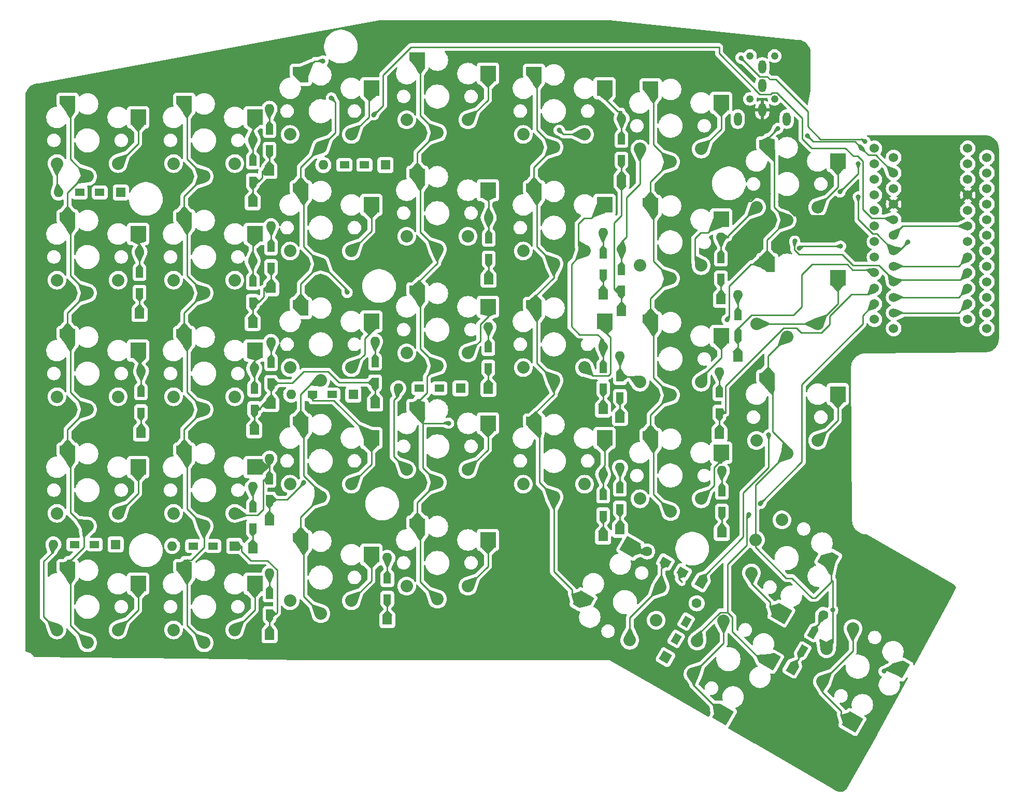
<source format=gbr>
%TF.GenerationSoftware,KiCad,Pcbnew,8.0.3*%
%TF.CreationDate,2024-07-25T04:43:43+09:00*%
%TF.ProjectId,ergodash,6572676f-6461-4736-982e-6b696361645f,2.0*%
%TF.SameCoordinates,Original*%
%TF.FileFunction,Copper,L2,Bot*%
%TF.FilePolarity,Positive*%
%FSLAX46Y46*%
G04 Gerber Fmt 4.6, Leading zero omitted, Abs format (unit mm)*
G04 Created by KiCad (PCBNEW 8.0.3) date 2024-07-25 04:43:43*
%MOMM*%
%LPD*%
G01*
G04 APERTURE LIST*
G04 Aperture macros list*
%AMHorizOval*
0 Thick line with rounded ends*
0 $1 width*
0 $2 $3 position (X,Y) of the first rounded end (center of the circle)*
0 $4 $5 position (X,Y) of the second rounded end (center of the circle)*
0 Add line between two ends*
20,1,$1,$2,$3,$4,$5,0*
0 Add two circle primitives to create the rounded ends*
1,1,$1,$2,$3*
1,1,$1,$4,$5*%
%AMRotRect*
0 Rectangle, with rotation*
0 The origin of the aperture is its center*
0 $1 length*
0 $2 width*
0 $3 Rotation angle, in degrees counterclockwise*
0 Add horizontal line*
21,1,$1,$2,0,0,$3*%
%AMOutline5P*
0 Free polygon, 5 corners , with rotation*
0 The origin of the aperture is its center*
0 number of corners: always 5*
0 $1 to $10 corner X, Y*
0 $11 Rotation angle, in degrees counterclockwise*
0 create outline with 5 corners*
4,1,5,$1,$2,$3,$4,$5,$6,$7,$8,$9,$10,$1,$2,$11*%
%AMOutline6P*
0 Free polygon, 6 corners , with rotation*
0 The origin of the aperture is its center*
0 number of corners: always 6*
0 $1 to $12 corner X, Y*
0 $13 Rotation angle, in degrees counterclockwise*
0 create outline with 6 corners*
4,1,6,$1,$2,$3,$4,$5,$6,$7,$8,$9,$10,$11,$12,$1,$2,$13*%
%AMOutline7P*
0 Free polygon, 7 corners , with rotation*
0 The origin of the aperture is its center*
0 number of corners: always 7*
0 $1 to $14 corner X, Y*
0 $15 Rotation angle, in degrees counterclockwise*
0 create outline with 7 corners*
4,1,7,$1,$2,$3,$4,$5,$6,$7,$8,$9,$10,$11,$12,$13,$14,$1,$2,$15*%
%AMOutline8P*
0 Free polygon, 8 corners , with rotation*
0 The origin of the aperture is its center*
0 number of corners: always 8*
0 $1 to $16 corner X, Y*
0 $17 Rotation angle, in degrees counterclockwise*
0 create outline with 8 corners*
4,1,8,$1,$2,$3,$4,$5,$6,$7,$8,$9,$10,$11,$12,$13,$14,$15,$16,$1,$2,$17*%
G04 Aperture macros list end*
%TA.AperFunction,ComponentPad*%
%ADD10O,1.300000X2.200000*%
%TD*%
%TA.AperFunction,WasherPad*%
%ADD11C,1.210000*%
%TD*%
%TA.AperFunction,ComponentPad*%
%ADD12C,1.524000*%
%TD*%
%TA.AperFunction,ComponentPad*%
%ADD13RotRect,1.600000X1.600000X60.000000*%
%TD*%
%TA.AperFunction,ComponentPad*%
%ADD14RotRect,1.600000X1.200000X60.000000*%
%TD*%
%TA.AperFunction,ComponentPad*%
%ADD15HorizOval,1.600000X0.000000X0.000000X0.000000X0.000000X0*%
%TD*%
%TA.AperFunction,SMDPad,CuDef*%
%ADD16Outline5P,-1.300000X1.300000X1.300000X1.300000X1.300000X-1.300000X0.000000X-1.300000X-1.300000X0.000000X0.000000*%
%TD*%
%TA.AperFunction,ComponentPad*%
%ADD17C,2.032000*%
%TD*%
%TA.AperFunction,SMDPad,CuDef*%
%ADD18R,2.600000X2.600000*%
%TD*%
%TA.AperFunction,SMDPad,CuDef*%
%ADD19Outline5P,-1.300000X1.300000X1.300000X1.300000X1.300000X-1.300000X0.000000X-1.300000X-1.300000X0.000000X240.000000*%
%TD*%
%TA.AperFunction,SMDPad,CuDef*%
%ADD20RotRect,2.600000X2.600000X240.000000*%
%TD*%
%TA.AperFunction,SMDPad,CuDef*%
%ADD21Outline5P,-1.300000X1.300000X1.300000X1.300000X1.300000X-1.300000X0.000000X-1.300000X-1.300000X0.000000X60.000000*%
%TD*%
%TA.AperFunction,SMDPad,CuDef*%
%ADD22RotRect,2.600000X2.600000X60.000000*%
%TD*%
%TA.AperFunction,ComponentPad*%
%ADD23R,1.600000X1.600000*%
%TD*%
%TA.AperFunction,ComponentPad*%
%ADD24R,1.600000X1.200000*%
%TD*%
%TA.AperFunction,ComponentPad*%
%ADD25O,1.600000X1.600000*%
%TD*%
%TA.AperFunction,ComponentPad*%
%ADD26R,1.200000X1.600000*%
%TD*%
%TA.AperFunction,ComponentPad*%
%ADD27RotRect,1.600000X1.600000X150.000000*%
%TD*%
%TA.AperFunction,ComponentPad*%
%ADD28RotRect,1.600000X1.200000X150.000000*%
%TD*%
%TA.AperFunction,ComponentPad*%
%ADD29HorizOval,1.600000X0.000000X0.000000X0.000000X0.000000X0*%
%TD*%
%TA.AperFunction,SMDPad,CuDef*%
%ADD30Outline5P,-1.300000X1.300000X0.000000X1.300000X1.300000X0.000000X1.300000X-1.300000X-1.300000X-1.300000X180.000000*%
%TD*%
%TA.AperFunction,ViaPad*%
%ADD31C,0.800000*%
%TD*%
%TA.AperFunction,Conductor*%
%ADD32C,0.254000*%
%TD*%
G04 APERTURE END LIST*
D10*
%TO.P,J1,5*%
%TO.N,GND*%
X124500000Y88750000D03*
%TO.P,J1,4*%
X116500000Y88750000D03*
%TO.P,J1,3*%
%TO.N,/sda{slash}uart*%
X120500000Y94250000D03*
%TO.P,J1,2*%
%TO.N,/xtradata*%
X120500000Y97250000D03*
%TO.P,J1,1*%
%TO.N,VCC*%
X120500000Y90250000D03*
D11*
%TO.P,J1,*%
%TO.N,*%
X118500000Y92050000D03*
X122500000Y92050000D03*
X118500000Y99050000D03*
X122500000Y99050000D03*
%TD*%
D12*
%TO.P,U3,1,TX*%
%TO.N,unconnected-(U3-TX-Pad1)*%
X138830400Y83970000D03*
%TO.P,U3,2,RX*%
%TO.N,unconnected-(U3-RX-Pad2)*%
X138830400Y81430000D03*
%TO.P,U3,3,GND*%
%TO.N,GND*%
X138830400Y78890000D03*
%TO.P,U3,4,GND*%
X138830400Y76350000D03*
%TO.P,U3,5,SCL*%
%TO.N,unconnected-(U3-SCL-Pad5)*%
X138830400Y73810000D03*
%TO.P,U3,6,SDA*%
%TO.N,/sda{slash}uart*%
X138830400Y71270000D03*
%TO.P,U3,7,D4*%
%TO.N,/row0*%
X138830400Y68730000D03*
%TO.P,U3,8,C6*%
%TO.N,/Audio*%
X138830400Y66190000D03*
%TO.P,U3,9,D7*%
%TO.N,/row1*%
X138830400Y63650000D03*
%TO.P,U3,10,E6*%
%TO.N,/row2*%
X138830400Y61110000D03*
%TO.P,U3,11,B4*%
%TO.N,/row3*%
X138830400Y58570000D03*
%TO.P,U3,12,B5*%
%TO.N,/row4*%
X138830400Y56030000D03*
%TO.P,U3,13,B6*%
%TO.N,unconnected-(U3-B6-Pad13)*%
X154070400Y56030000D03*
%TO.P,U3,14,B2*%
%TO.N,/col6*%
X154070400Y58570000D03*
%TO.P,U3,15,B3*%
%TO.N,/col5*%
X154070400Y61110000D03*
%TO.P,U3,16,B1*%
%TO.N,/col4*%
X154070400Y63650000D03*
%TO.P,U3,17,F7*%
%TO.N,/col3*%
X154070400Y66190000D03*
%TO.P,U3,18,F6*%
%TO.N,/col2*%
X154070400Y68730000D03*
%TO.P,U3,19,F5*%
%TO.N,/col1*%
X154070400Y71270000D03*
%TO.P,U3,20,F4*%
%TO.N,/col0*%
X154070400Y73810000D03*
%TO.P,U3,21,VCC*%
%TO.N,VCC*%
X154070400Y76350000D03*
%TO.P,U3,22,RST*%
%TO.N,/rst*%
X154070400Y78890000D03*
%TO.P,U3,23,GND*%
%TO.N,GND*%
X154070400Y81430000D03*
%TO.P,U3,24,RAW*%
%TO.N,unconnected-(U3-RAW-Pad24)*%
X154070400Y83970000D03*
%TD*%
D13*
%TO.P,D68,1,K*%
%TO.N,/row4*%
X125395000Y-1061000D03*
D14*
X127120000Y1926788D03*
%TO.P,D68,2,A*%
%TO.N,Net-(D68-A)*%
X128750000Y4750030D03*
D15*
X130475000Y7737818D03*
%TD*%
D16*
%TO.P,SW5,1,1*%
%TO.N,/col1*%
X26042000Y91230500D03*
D17*
X29317000Y79380500D03*
%TO.P,SW5,2,2*%
%TO.N,Net-(D5-A)*%
X24317000Y81480500D03*
X34317000Y81480500D03*
D18*
X37592000Y89030500D03*
%TD*%
D16*
%TO.P,SW6,1,1*%
%TO.N,/col1*%
X26042000Y72180500D03*
D17*
X29317000Y60330500D03*
%TO.P,SW6,2,2*%
%TO.N,Net-(D6-A)*%
X24317000Y62430500D03*
X34317000Y62430500D03*
D18*
X37592000Y69980500D03*
%TD*%
D16*
%TO.P,SW7,1,1*%
%TO.N,/col1*%
X26042000Y53130500D03*
D17*
X29317000Y41280500D03*
%TO.P,SW7,2,2*%
%TO.N,Net-(D7-A)*%
X24317000Y43380500D03*
X34317000Y43380500D03*
D18*
X37592000Y50930500D03*
%TD*%
D16*
%TO.P,SW8,1,1*%
%TO.N,/col1*%
X26042000Y34080500D03*
D17*
X29317000Y22230500D03*
%TO.P,SW8,2,2*%
%TO.N,Net-(D8-A)*%
X24317000Y24330500D03*
X34317000Y24330500D03*
D18*
X37592000Y31880500D03*
%TD*%
D16*
%TO.P,SW12,1,1*%
%TO.N,/col2*%
X45092000Y38843000D03*
D17*
X48367000Y26993000D03*
%TO.P,SW12,2,2*%
%TO.N,Net-(D12-A)*%
X43367000Y29093000D03*
X53367000Y29093000D03*
D18*
X56642000Y36643000D03*
%TD*%
D16*
%TO.P,SW13,1,1*%
%TO.N,/col3*%
X64142000Y98374300D03*
D17*
X67417000Y86524300D03*
%TO.P,SW13,2,2*%
%TO.N,Net-(D13-A)*%
X62417000Y88624300D03*
X72417000Y88624300D03*
D18*
X75692000Y96174300D03*
%TD*%
D16*
%TO.P,SW14,1,1*%
%TO.N,/col3*%
X64142000Y79324300D03*
D17*
X67417000Y67474300D03*
%TO.P,SW14,2,2*%
%TO.N,Net-(D14-A)*%
X62417000Y69574300D03*
X72417000Y69574300D03*
D18*
X75692000Y77124300D03*
%TD*%
D16*
%TO.P,SW15,1,1*%
%TO.N,/col3*%
X64142000Y60274300D03*
D17*
X67417000Y48424300D03*
%TO.P,SW15,2,2*%
%TO.N,Net-(D15-A)*%
X62417000Y50524300D03*
X72417000Y50524300D03*
D18*
X75692000Y58074300D03*
%TD*%
D16*
%TO.P,SW16,1,1*%
%TO.N,/col3*%
X64142000Y41224300D03*
D17*
X67417000Y29374300D03*
%TO.P,SW16,2,2*%
%TO.N,Net-(D16-A)*%
X62417000Y31474300D03*
X72417000Y31474300D03*
D18*
X75692000Y39024300D03*
%TD*%
D16*
%TO.P,SW17,1,1*%
%TO.N,/col4*%
X83192000Y95993000D03*
D17*
X86467000Y84143000D03*
%TO.P,SW17,2,2*%
%TO.N,Net-(D17-A)*%
X81467000Y86243000D03*
X91467000Y86243000D03*
D18*
X94742000Y93793000D03*
%TD*%
D16*
%TO.P,SW18,1,1*%
%TO.N,/col4*%
X83192000Y76943000D03*
D17*
X86467000Y65093000D03*
%TO.P,SW18,2,2*%
%TO.N,Net-(D18-A)*%
X81467000Y67193000D03*
X91467000Y67193000D03*
D18*
X94742000Y74743000D03*
%TD*%
D16*
%TO.P,SW19,1,1*%
%TO.N,/col4*%
X83192000Y57893000D03*
D17*
X86467000Y46043000D03*
%TO.P,SW19,2,2*%
%TO.N,Net-(D19-A)*%
X81467000Y48143000D03*
X91467000Y48143000D03*
D18*
X94742000Y55693000D03*
%TD*%
D16*
%TO.P,SW20,1,1*%
%TO.N,/col4*%
X83192000Y38843000D03*
D17*
X86467000Y26993000D03*
%TO.P,SW20,2,2*%
%TO.N,Net-(D20-A)*%
X81467000Y29093000D03*
X91467000Y29093000D03*
D18*
X94742000Y36643000D03*
%TD*%
D16*
%TO.P,SW21,1,1*%
%TO.N,/col5*%
X102242000Y93611800D03*
D17*
X105517000Y81761800D03*
%TO.P,SW21,2,2*%
%TO.N,Net-(D21-A)*%
X100517000Y83861800D03*
X110517000Y83861800D03*
D18*
X113792000Y91411800D03*
%TD*%
D16*
%TO.P,SW25,1,1*%
%TO.N,/col6*%
X121292000Y84086800D03*
D17*
X124567000Y72236800D03*
%TO.P,SW25,2,2*%
%TO.N,Net-(D25-A)*%
X119567000Y74336800D03*
X129567000Y74336800D03*
D18*
X132842000Y81886800D03*
%TD*%
D16*
%TO.P,SW26,1,1*%
%TO.N,/col6*%
X121292000Y65036800D03*
D17*
X124567000Y53186800D03*
%TO.P,SW26,2,2*%
%TO.N,Net-(D26-A)*%
X119567000Y55286800D03*
X129567000Y55286800D03*
D18*
X132842000Y62836800D03*
%TD*%
D16*
%TO.P,SW27,1,1*%
%TO.N,/col6*%
X121292000Y45986800D03*
D17*
X124567000Y34136800D03*
%TO.P,SW27,2,2*%
%TO.N,Net-(D27-A)*%
X119567000Y36236800D03*
X129567000Y36236800D03*
D18*
X132842000Y43786800D03*
%TD*%
D19*
%TO.P,SW28,1,1*%
%TO.N,/col6*%
X131292351Y16886333D03*
D17*
X119392450Y19975100D03*
%TO.P,SW28,2,2*%
%TO.N,Net-(D28-A)*%
X123711103Y23255227D03*
X118711103Y14594973D03*
D20*
X123612095Y7983740D03*
%TD*%
D16*
%TO.P,SW31,1,1*%
%TO.N,/col1*%
X26042000Y15030500D03*
D17*
X29317000Y3180500D03*
%TO.P,SW31,2,2*%
%TO.N,Net-(D30-A)*%
X24317000Y5280500D03*
X34317000Y5280500D03*
D18*
X37592000Y12830500D03*
%TD*%
D21*
%TO.P,SW34,1,1*%
%TO.N,/col4*%
X91273649Y9969567D03*
D17*
X103173550Y6880800D03*
%TO.P,SW34,2,2*%
%TO.N,Net-(D33-A)*%
X98854897Y3600673D03*
X103854897Y12260927D03*
D22*
X98953905Y18872160D03*
%TD*%
D19*
%TO.P,SW35,1,1*%
%TO.N,/col5*%
X121767351Y388333D03*
D17*
X109867450Y3477100D03*
%TO.P,SW35,2,2*%
%TO.N,Net-(D34-A)*%
X114186103Y6757227D03*
X109186103Y-1903027D03*
D20*
X114087095Y-8514260D03*
%TD*%
D19*
%TO.P,SW41,1,1*%
%TO.N,/col6*%
X142900351Y-868767D03*
D17*
X131000450Y2220000D03*
%TO.P,SW41,2,2*%
%TO.N,Net-(D68-A)*%
X135319103Y5500127D03*
X130319103Y-3160127D03*
D20*
X135220095Y-9771360D03*
%TD*%
D23*
%TO.P,D1,1,K*%
%TO.N,/row0*%
X15700000Y76750000D03*
D24*
X12250000Y76750000D03*
%TO.P,D1,2,A*%
%TO.N,Net-(D1-A)*%
X8990000Y76750000D03*
D25*
X5540000Y76750000D03*
%TD*%
D23*
%TO.P,D2,1,K*%
%TO.N,/row1*%
X18750000Y56900000D03*
D26*
X18750000Y60350000D03*
%TO.P,D2,2,A*%
%TO.N,Net-(D2-A)*%
X18750000Y63610000D03*
D25*
X18750000Y67060000D03*
%TD*%
D23*
%TO.P,D3,1,K*%
%TO.N,/row2*%
X19000000Y37400000D03*
D26*
X19000000Y40850000D03*
%TO.P,D3,2,A*%
%TO.N,Net-(D3-A)*%
X19000000Y44110000D03*
D25*
X19000000Y47560000D03*
%TD*%
D23*
%TO.P,D4,1,K*%
%TO.N,/row3*%
X37250000Y18500000D03*
D26*
X37250000Y21950000D03*
%TO.P,D4,2,A*%
%TO.N,Net-(D4-A)*%
X37250000Y25210000D03*
D25*
X37250000Y28660000D03*
%TD*%
D23*
%TO.P,D5,1,K*%
%TO.N,/row0*%
X37250000Y75150000D03*
D26*
X37250000Y78600000D03*
%TO.P,D5,2,A*%
%TO.N,Net-(D5-A)*%
X37250000Y81860000D03*
D25*
X37250000Y85310000D03*
%TD*%
D23*
%TO.P,D6,1,K*%
%TO.N,/row1*%
X37250000Y55400000D03*
D26*
X37250000Y58850000D03*
%TO.P,D6,2,A*%
%TO.N,Net-(D6-A)*%
X37250000Y62110000D03*
D25*
X37250000Y65560000D03*
%TD*%
D23*
%TO.P,D7,1,K*%
%TO.N,/row2*%
X37500000Y37900000D03*
D26*
X37500000Y41350000D03*
%TO.P,D7,2,A*%
%TO.N,Net-(D7-A)*%
X37500000Y44610000D03*
D25*
X37500000Y48060000D03*
%TD*%
D23*
%TO.P,D8,1,K*%
%TO.N,/row3*%
X39985000Y23114000D03*
D26*
X39985000Y26564000D03*
%TO.P,D8,2,A*%
%TO.N,Net-(D8-A)*%
X39985000Y29824000D03*
D25*
X39985000Y33274000D03*
%TD*%
D23*
%TO.P,D9,1,K*%
%TO.N,/row0*%
X39985000Y80264000D03*
D26*
X39985000Y83714000D03*
%TO.P,D9,2,A*%
%TO.N,Net-(D9-A)*%
X39985000Y86974000D03*
D25*
X39985000Y90424000D03*
%TD*%
D23*
%TO.P,D10,1,K*%
%TO.N,/row1*%
X40250000Y61087000D03*
D26*
X40250000Y64537000D03*
%TO.P,D10,2,A*%
%TO.N,Net-(D10-A)*%
X40250000Y67797000D03*
D25*
X40250000Y71247000D03*
%TD*%
D23*
%TO.P,D11,1,K*%
%TO.N,/row2*%
X40250000Y42164000D03*
D26*
X40250000Y45614000D03*
%TO.P,D11,2,A*%
%TO.N,Net-(D11-A)*%
X40250000Y48874000D03*
D25*
X40250000Y52324000D03*
%TD*%
D23*
%TO.P,D12,1,K*%
%TO.N,/row3*%
X53700000Y43750000D03*
D24*
X50250000Y43750000D03*
%TO.P,D12,2,A*%
%TO.N,Net-(D12-A)*%
X46990000Y43750000D03*
D25*
X43540000Y43750000D03*
%TD*%
D23*
%TO.P,D13,1,K*%
%TO.N,/row0*%
X58950000Y81250000D03*
D24*
X55500000Y81250000D03*
%TO.P,D13,2,A*%
%TO.N,Net-(D13-A)*%
X52240000Y81250000D03*
D25*
X48790000Y81250000D03*
%TD*%
D23*
%TO.P,D14,1,K*%
%TO.N,/row1*%
X75799000Y62484000D03*
D26*
X75799000Y65934000D03*
%TO.P,D14,2,A*%
%TO.N,Net-(D14-A)*%
X75799000Y69194000D03*
D25*
X75799000Y72644000D03*
%TD*%
D23*
%TO.P,D16,1,K*%
%TO.N,/row3*%
X71200000Y44750000D03*
D24*
X67750000Y44750000D03*
%TO.P,D16,2,A*%
%TO.N,Net-(D16-A)*%
X64490000Y44750000D03*
D25*
X61040000Y44750000D03*
%TD*%
D23*
%TO.P,D17,1,K*%
%TO.N,/row0*%
X97500000Y78650000D03*
D26*
X97500000Y82100000D03*
%TO.P,D17,2,A*%
%TO.N,Net-(D17-A)*%
X97500000Y85360000D03*
D25*
X97500000Y88810000D03*
%TD*%
D23*
%TO.P,D19,1,K*%
%TO.N,/row2*%
X75750000Y44650000D03*
D26*
X75750000Y48100000D03*
%TO.P,D19,2,A*%
%TO.N,Net-(D19-A)*%
X75750000Y51360000D03*
D25*
X75750000Y54810000D03*
%TD*%
D23*
%TO.P,D20,1,K*%
%TO.N,/row3*%
X94500000Y20550000D03*
D26*
X94500000Y24000000D03*
%TO.P,D20,2,A*%
%TO.N,Net-(D20-A)*%
X94500000Y27260000D03*
D25*
X94500000Y30710000D03*
%TD*%
D23*
%TO.P,D21,1,K*%
%TO.N,/row0*%
X97500000Y57300000D03*
D26*
X97500000Y60750000D03*
%TO.P,D21,2,A*%
%TO.N,Net-(D21-A)*%
X97500000Y64010000D03*
D25*
X97500000Y67460000D03*
%TD*%
D23*
%TO.P,D22,1,K*%
%TO.N,/row1*%
X94500000Y60000000D03*
D26*
X94500000Y63450000D03*
%TO.P,D22,2,A*%
%TO.N,Net-(D22-A)*%
X94500000Y66710000D03*
D25*
X94500000Y70160000D03*
%TD*%
D23*
%TO.P,D23,1,K*%
%TO.N,/row2*%
X97262000Y39900000D03*
D26*
X97262000Y43350000D03*
%TO.P,D23,2,A*%
%TO.N,Net-(D23-A)*%
X97262000Y46610000D03*
D25*
X97262000Y50060000D03*
%TD*%
D23*
%TO.P,D24,1,K*%
%TO.N,/row3*%
X97250000Y21650000D03*
D26*
X97250000Y25100000D03*
%TO.P,D24,2,A*%
%TO.N,Net-(D24-A)*%
X97250000Y28360000D03*
D25*
X97250000Y31810000D03*
%TD*%
D23*
%TO.P,D25,1,K*%
%TO.N,/row0*%
X113750000Y59250000D03*
D26*
X113750000Y62700000D03*
%TO.P,D25,2,A*%
%TO.N,Net-(D25-A)*%
X113750000Y65960000D03*
D25*
X113750000Y69410000D03*
%TD*%
D23*
%TO.P,D26,1,K*%
%TO.N,/row1*%
X116500000Y49900000D03*
D26*
X116500000Y53350000D03*
%TO.P,D26,2,A*%
%TO.N,Net-(D26-A)*%
X116500000Y56610000D03*
D25*
X116500000Y60060000D03*
%TD*%
D23*
%TO.P,D27,1,K*%
%TO.N,/row2*%
X113500000Y37290000D03*
D26*
X113500000Y40740000D03*
%TO.P,D27,2,A*%
%TO.N,Net-(D27-A)*%
X113500000Y44000000D03*
D25*
X113500000Y47450000D03*
%TD*%
D23*
%TO.P,D28,1,K*%
%TO.N,/row3*%
X113899000Y21150000D03*
D26*
X113899000Y24600000D03*
%TO.P,D28,2,A*%
%TO.N,Net-(D28-A)*%
X113899000Y27860000D03*
D25*
X113899000Y31310000D03*
%TD*%
D23*
%TO.P,D29,1,K*%
%TO.N,/row4*%
X14850000Y19250000D03*
D24*
X11400000Y19250000D03*
%TO.P,D29,2,A*%
%TO.N,Net-(D29-A)*%
X8140000Y19250000D03*
D25*
X4690000Y19250000D03*
%TD*%
D23*
%TO.P,D30,1,K*%
%TO.N,/row4*%
X34250000Y19000000D03*
D24*
X30800000Y19000000D03*
%TO.P,D30,2,A*%
%TO.N,Net-(D30-A)*%
X27540000Y19000000D03*
D25*
X24090000Y19000000D03*
%TD*%
D23*
%TO.P,D31,1,K*%
%TO.N,/row4*%
X40000000Y4400000D03*
D26*
X40000000Y7850000D03*
%TO.P,D31,2,A*%
%TO.N,Net-(D31-A)*%
X40000000Y11110000D03*
D25*
X40000000Y14560000D03*
%TD*%
D27*
%TO.P,D33,1,K*%
%TO.N,/row4*%
X110487800Y13025000D03*
D28*
X107500012Y14750000D03*
%TO.P,D33,2,A*%
%TO.N,Net-(D33-A)*%
X104676770Y16380000D03*
D29*
X101688982Y18105000D03*
%TD*%
D13*
%TO.P,D34,1,K*%
%TO.N,/row4*%
X104700000Y833270D03*
D14*
X106425000Y3821058D03*
%TO.P,D34,2,A*%
%TO.N,Net-(D34-A)*%
X108055000Y6644300D03*
D15*
X109780000Y9632088D03*
%TD*%
D23*
%TO.P,D32,1,K*%
%TO.N,/row4*%
X59250000Y6900000D03*
D26*
X59250000Y10350000D03*
%TO.P,D32,2,A*%
%TO.N,Net-(D32-A)*%
X59250000Y13610000D03*
D25*
X59250000Y17060000D03*
%TD*%
D23*
%TO.P,D15,1,K*%
%TO.N,/row2*%
X57250000Y42250000D03*
D26*
X57250000Y45700000D03*
%TO.P,D15,2,A*%
%TO.N,Net-(D15-A)*%
X57250000Y48960000D03*
D25*
X57250000Y52410000D03*
%TD*%
D23*
%TO.P,D18,1,K*%
%TO.N,/row1*%
X94500000Y41300000D03*
D26*
X94500000Y44750000D03*
%TO.P,D18,2,A*%
%TO.N,Net-(D18-A)*%
X94500000Y48010000D03*
D25*
X94500000Y51460000D03*
%TD*%
D12*
%TO.P,U6,1,TX*%
%TO.N,unconnected-(U6-TX-Pad1)*%
X157200400Y82470000D03*
%TO.P,U6,2,RX*%
%TO.N,unconnected-(U6-RX-Pad2)*%
X157200400Y79930000D03*
%TO.P,U6,3,GND*%
%TO.N,GND*%
X157200400Y77390000D03*
%TO.P,U6,4,GND*%
X157200400Y74850000D03*
%TO.P,U6,5,SCL*%
%TO.N,unconnected-(U6-SCL-Pad5)*%
X157200400Y72310000D03*
%TO.P,U6,6,SDA*%
%TO.N,/sda{slash}uart*%
X157200400Y69770000D03*
%TO.P,U6,7,D4*%
%TO.N,/row0*%
X157200400Y67230000D03*
%TO.P,U6,8,C6*%
%TO.N,/Audio*%
X157200400Y64690000D03*
%TO.P,U6,9,D7*%
%TO.N,/row1*%
X157200400Y62150000D03*
%TO.P,U6,10,E6*%
%TO.N,/row2*%
X157200400Y59610000D03*
%TO.P,U6,11,B4*%
%TO.N,/row3*%
X157200400Y57070000D03*
%TO.P,U6,12,B5*%
%TO.N,/row4*%
X157200400Y54530000D03*
%TO.P,U6,13,B6*%
%TO.N,unconnected-(U6-B6-Pad13)*%
X141960400Y54530000D03*
%TO.P,U6,14,B2*%
%TO.N,/col6*%
X141960400Y57070000D03*
%TO.P,U6,15,B3*%
%TO.N,/col5*%
X141960400Y59610000D03*
%TO.P,U6,16,B1*%
%TO.N,/col4*%
X141960400Y62150000D03*
%TO.P,U6,17,F7*%
%TO.N,/col3*%
X141960400Y64690000D03*
%TO.P,U6,18,F6*%
%TO.N,/col2*%
X141960400Y67230000D03*
%TO.P,U6,19,F5*%
%TO.N,/col1*%
X141960400Y69770000D03*
%TO.P,U6,20,F4*%
%TO.N,/col0*%
X141960400Y72310000D03*
%TO.P,U6,21,VCC*%
%TO.N,VCC*%
X141960400Y74850000D03*
%TO.P,U6,22,RST*%
%TO.N,/rst*%
X141960400Y77390000D03*
%TO.P,U6,23,GND*%
%TO.N,GND*%
X141960400Y79930000D03*
%TO.P,U6,24,RAW*%
%TO.N,unconnected-(U6-RAW-Pad24)*%
X141960400Y82470000D03*
%TD*%
D17*
%TO.P,SW1,1,1*%
%TO.N,/col0*%
X10267000Y79380500D03*
D30*
X6992000Y91230500D03*
D18*
%TO.P,SW1,2,2*%
%TO.N,Net-(D1-A)*%
X18542000Y89030500D03*
D17*
X15267000Y81480500D03*
X5267000Y81480500D03*
%TD*%
%TO.P,SW2,1,1*%
%TO.N,/col0*%
X10267000Y60330500D03*
D30*
X6992000Y72180500D03*
D18*
%TO.P,SW2,2,2*%
%TO.N,Net-(D2-A)*%
X18542000Y69980500D03*
D17*
X15267000Y62430500D03*
X5267000Y62430500D03*
%TD*%
%TO.P,SW3,1,1*%
%TO.N,/col0*%
X10267000Y41280500D03*
D30*
X6992000Y53130500D03*
D18*
%TO.P,SW3,2,2*%
%TO.N,Net-(D3-A)*%
X18542000Y50930500D03*
D17*
X15267000Y43380500D03*
X5267000Y43380500D03*
%TD*%
%TO.P,SW4,1,1*%
%TO.N,/col0*%
X10267000Y22230500D03*
D30*
X6992000Y34080500D03*
D18*
%TO.P,SW4,2,2*%
%TO.N,Net-(D4-A)*%
X18542000Y31880500D03*
D17*
X15267000Y24330500D03*
X5267000Y24330500D03*
%TD*%
%TO.P,SW9,1,1*%
%TO.N,/col2*%
X48367000Y84143000D03*
D30*
X45092000Y95993000D03*
D18*
%TO.P,SW9,2,2*%
%TO.N,Net-(D9-A)*%
X56642000Y93793000D03*
D17*
X53367000Y86243000D03*
X43367000Y86243000D03*
%TD*%
%TO.P,SW10,1,1*%
%TO.N,/col2*%
X48367000Y65093000D03*
D30*
X45092000Y76943000D03*
D18*
%TO.P,SW10,2,2*%
%TO.N,Net-(D10-A)*%
X56642000Y74743000D03*
D17*
X53367000Y67193000D03*
X43367000Y67193000D03*
%TD*%
%TO.P,SW11,1,1*%
%TO.N,/col2*%
X48367000Y46043000D03*
D30*
X45092000Y57893000D03*
D18*
%TO.P,SW11,2,2*%
%TO.N,Net-(D11-A)*%
X56642000Y55693000D03*
D17*
X53367000Y48143000D03*
X43367000Y48143000D03*
%TD*%
%TO.P,SW22,1,1*%
%TO.N,/col5*%
X105517000Y62711800D03*
D30*
X102242000Y74561800D03*
D18*
%TO.P,SW22,2,2*%
%TO.N,Net-(D22-A)*%
X113792000Y72361800D03*
D17*
X110517000Y64811800D03*
X100517000Y64811800D03*
%TD*%
%TO.P,SW23,1,1*%
%TO.N,/col5*%
X105517000Y43661800D03*
D30*
X102242000Y55511800D03*
D18*
%TO.P,SW23,2,2*%
%TO.N,Net-(D23-A)*%
X113792000Y53311800D03*
D17*
X110517000Y45761800D03*
X100517000Y45761800D03*
%TD*%
%TO.P,SW24,1,1*%
%TO.N,/col5*%
X105517000Y24611800D03*
D30*
X102242000Y36461800D03*
D18*
%TO.P,SW24,2,2*%
%TO.N,Net-(D24-A)*%
X113792000Y34261800D03*
D17*
X110517000Y26711800D03*
X100517000Y26711800D03*
%TD*%
%TO.P,SW30,1,1*%
%TO.N,/col0*%
X10267000Y3180500D03*
D30*
X6992000Y15030500D03*
D18*
%TO.P,SW30,2,2*%
%TO.N,Net-(D29-A)*%
X18542000Y12830500D03*
D17*
X15267000Y5280500D03*
X5267000Y5280500D03*
%TD*%
%TO.P,SW32,1,1*%
%TO.N,/col2*%
X48367000Y7943000D03*
D30*
X45092000Y19793000D03*
D18*
%TO.P,SW32,2,2*%
%TO.N,Net-(D31-A)*%
X56642000Y17593000D03*
D17*
X53367000Y10043000D03*
X43367000Y10043000D03*
%TD*%
%TO.P,SW33,1,1*%
%TO.N,/col3*%
X67417000Y10324300D03*
D30*
X64142000Y22174300D03*
D18*
%TO.P,SW33,2,2*%
%TO.N,Net-(D32-A)*%
X75692000Y19974300D03*
D17*
X72417000Y12424300D03*
X62417000Y12424300D03*
%TD*%
D31*
%TO.N,/row0*%
X126560000Y67679300D03*
X133298000Y67983000D03*
%TO.N,/row3*%
X45594000Y29358000D03*
X120186000Y25945000D03*
%TO.N,Net-(D17-A)*%
X87320000Y86918600D03*
%TO.N,GND*%
X136719000Y83999546D03*
X127846000Y86040800D03*
X133188000Y76853300D03*
X136187000Y81472025D03*
%TO.N,/col0*%
X57016000Y89432800D03*
%TO.N,/col2*%
X52676000Y60412000D03*
X117000000Y98750000D03*
X50095000Y92195700D03*
X137302251Y85052251D03*
X48750000Y98250000D03*
X144335600Y68699100D03*
X136187000Y76031000D03*
%TO.N,/col3*%
X69261000Y39058000D03*
%TO.N,/col4*%
X125805000Y68807200D03*
%TO.N,/col5*%
X118335000Y24087000D03*
%TO.N,/col6*%
X132016449Y8518818D03*
X123044000Y87231000D03*
X140385000Y-1482000D03*
X114746000Y55983900D03*
%TO.N,/row4*%
X121565000Y37164000D03*
%TO.N,VCC*%
X134750000Y75250000D03*
X123500000Y75250000D03*
X121500000Y76500000D03*
%TD*%
D32*
%TO.N,/col2*%
X120073000Y95677000D02*
X117000000Y98750000D01*
X121296500Y95677000D02*
X120073000Y95677000D01*
X121746000Y95227500D02*
X121296500Y95677000D01*
%TO.N,/col0*%
X138404700Y72540000D02*
X141730400Y72540000D01*
X136968000Y81830500D02*
X136968000Y73976700D01*
X136102000Y82696700D02*
X136968000Y81830500D01*
X135399000Y82696700D02*
X136102000Y82696700D01*
X134076000Y84019500D02*
X135399000Y82696700D01*
X128542000Y84019500D02*
X134076000Y84019500D01*
X127065000Y85496500D02*
X128542000Y84019500D01*
X127065000Y88872344D02*
X127065000Y85496500D01*
X122906344Y93031000D02*
X127065000Y88872344D01*
X136968000Y73976700D02*
X138404700Y72540000D01*
X122093656Y93031000D02*
X122906344Y93031000D01*
X141730400Y72540000D02*
X141960400Y72310000D01*
X121885656Y92823000D02*
X122093656Y93031000D01*
X113452000Y100511400D02*
X113452000Y99466313D01*
X113452000Y99466313D02*
X120095313Y92823000D01*
X63105000Y100511400D02*
X113452000Y100511400D01*
X120095313Y92823000D02*
X121885656Y92823000D01*
X58552000Y95959000D02*
X63105000Y100511400D01*
X58552000Y90968700D02*
X58552000Y95959000D01*
X57016000Y89432800D02*
X58552000Y90968700D01*
%TO.N,VCC*%
X120500000Y87835000D02*
X120500000Y90250000D01*
X112165000Y79500000D02*
X120500000Y87835000D01*
X112165000Y79500000D02*
X112165000Y79642500D01*
X112165000Y77040300D02*
X112165000Y79500000D01*
%TO.N,/row0*%
X113750000Y59250000D02*
X113750000Y62700000D01*
X133298000Y67983000D02*
X126863000Y67983000D01*
X96306000Y71764800D02*
X97500000Y72958900D01*
X38802000Y79169600D02*
X38802000Y80264000D01*
X97500000Y78650000D02*
X97500000Y82100000D01*
X96306000Y60961400D02*
X96306000Y71764800D01*
X97500000Y57300000D02*
X97500000Y60750000D01*
X97500000Y60750000D02*
X96517000Y60750000D01*
X126863000Y67983000D02*
X126560000Y67679300D01*
X37250000Y75150000D02*
X37250000Y78600000D01*
X38233000Y78600000D02*
X38802000Y79169600D01*
X96517000Y60750000D02*
X96306000Y60961400D01*
X37250000Y78600000D02*
X38233000Y78600000D01*
X97500000Y72958900D02*
X97500000Y78650000D01*
X38802000Y80264000D02*
X39985000Y80264000D01*
X39985000Y83714000D02*
X39985000Y80264000D01*
%TO.N,/row1*%
X118707000Y56739600D02*
X125580000Y56739600D01*
X116500000Y54532700D02*
X118707000Y56739600D01*
X39067000Y59684600D02*
X39067000Y61087000D01*
X135278600Y64121300D02*
X138359100Y64121300D01*
X134390000Y65009800D02*
X135278600Y64121300D01*
X94500000Y63450000D02*
X94500000Y60000000D01*
X38233000Y58850000D02*
X39067000Y59684600D01*
X40250000Y64537000D02*
X40250000Y61087000D01*
X37250000Y58850000D02*
X38233000Y58850000D01*
X75799000Y62484000D02*
X75799000Y65934000D01*
X94500000Y41300000D02*
X94500000Y44750000D01*
X126943000Y58102600D02*
X126943000Y63299700D01*
X37250000Y55400000D02*
X37250000Y58850000D01*
X138359100Y64121300D02*
X138830400Y63650000D01*
X116500000Y53350000D02*
X116500000Y54532700D01*
X125580000Y56739600D02*
X126943000Y58102600D01*
X18750000Y56900000D02*
X18750000Y60350000D01*
X126943000Y63299700D02*
X128653000Y65009800D01*
X128653000Y65009800D02*
X134390000Y65009800D01*
X39067000Y61087000D02*
X40250000Y61087000D01*
X116500000Y49900000D02*
X116500000Y53350000D01*
%TO.N,Net-(D1-A)*%
X5540000Y76750000D02*
X5540000Y77932700D01*
X18542000Y84755500D02*
X18542000Y89030500D01*
X5540000Y77932700D02*
X5267000Y78205700D01*
X5267000Y78205700D02*
X5267000Y81480500D01*
X15267000Y81480500D02*
X18542000Y84755500D01*
%TO.N,/row2*%
X75750000Y44650000D02*
X75750000Y48100000D01*
X51353000Y45700000D02*
X49582000Y47471500D01*
X130202000Y53877000D02*
X126866000Y53877000D01*
X49582000Y47471500D02*
X45591000Y47471500D01*
X39067000Y42164000D02*
X40250000Y42164000D01*
X131536000Y55210800D02*
X130202000Y53877000D01*
X38483000Y41579000D02*
X39067000Y42164000D01*
X114483000Y40740000D02*
X113500000Y40740000D01*
X113500000Y37290000D02*
X113500000Y40740000D01*
X123974000Y54619600D02*
X114483000Y45127900D01*
X126123000Y54619600D02*
X123974000Y54619600D01*
X37500000Y37900000D02*
X37500000Y41350000D01*
X135104000Y60105100D02*
X137825500Y60105100D01*
X131536000Y56536900D02*
X131536000Y55210800D01*
X57250000Y42250000D02*
X57250000Y45700000D01*
X126866000Y53877000D02*
X126123000Y54619600D01*
X19000000Y37400000D02*
X19000000Y40850000D01*
X137825500Y60105100D02*
X138830400Y61110000D01*
X40250000Y45614000D02*
X40250000Y42164000D01*
X135104000Y60105100D02*
X131536000Y56536900D01*
X37500000Y41350000D02*
X38483000Y41350000D01*
X45591000Y47471500D02*
X43734000Y45614000D01*
X114483000Y45127900D02*
X114483000Y40740000D01*
X97262000Y39900000D02*
X97262000Y43350000D01*
X43734000Y45614000D02*
X40250000Y45614000D01*
X57250000Y45700000D02*
X51353000Y45700000D01*
X38483000Y41350000D02*
X38483000Y41579000D01*
%TO.N,Net-(D2-A)*%
X18750000Y67060000D02*
X18750000Y68242700D01*
X18694900Y68297800D02*
X18542000Y68297800D01*
X18750000Y68242700D02*
X18694900Y68297800D01*
X18750000Y63610000D02*
X18750000Y67060000D01*
X18542000Y68297800D02*
X18542000Y69980500D01*
%TO.N,/row3*%
X113899000Y21150000D02*
X113899000Y24600000D01*
X136899000Y56638600D02*
X138830400Y58570000D01*
X126980000Y32740000D02*
X120186000Y25945000D01*
X94500000Y20550000D02*
X94500000Y24000000D01*
X37250000Y18500000D02*
X37250000Y21950000D01*
X136899000Y55305200D02*
X126980000Y45386300D01*
X39985000Y23114000D02*
X39985000Y26564000D01*
X45594000Y29256000D02*
X42902000Y26564000D01*
X42902000Y26564000D02*
X39985000Y26564000D01*
X126980000Y45386300D02*
X126980000Y32740000D01*
X97250000Y21650000D02*
X97250000Y25100000D01*
X45594000Y29358000D02*
X45594000Y29256000D01*
X136899000Y55305200D02*
X136899000Y56638600D01*
%TO.N,Net-(D3-A)*%
X19000000Y44110000D02*
X19000000Y47560000D01*
X18542000Y49200700D02*
X18542000Y50930500D01*
X19000000Y48742700D02*
X18542000Y49200700D01*
X19000000Y47560000D02*
X19000000Y48742700D01*
%TO.N,Net-(D4-A)*%
X15267000Y24330000D02*
X18542000Y27606000D01*
X18542000Y27606000D02*
X18542000Y31880000D01*
X37250000Y25210000D02*
X37250000Y28660000D01*
%TO.N,Net-(D5-A)*%
X37250000Y87005800D02*
X37250000Y85310000D01*
X37592000Y89030500D02*
X37592000Y87347800D01*
X37250000Y85310000D02*
X37250000Y81860000D01*
X37592000Y87347800D02*
X37250000Y87005800D01*
%TO.N,Net-(D6-A)*%
X37592000Y68297800D02*
X37250000Y67955800D01*
X37592000Y69980500D02*
X37592000Y68297800D01*
X37250000Y62110000D02*
X37250000Y65560000D01*
X37250000Y67955800D02*
X37250000Y65560000D01*
%TO.N,Net-(D7-A)*%
X37505000Y49247800D02*
X37592000Y49247800D01*
X37592000Y49247800D02*
X37592000Y50930500D01*
X37500000Y44610000D02*
X37500000Y48060000D01*
X37500000Y48060000D02*
X37500000Y49242700D01*
X37500000Y49242700D02*
X37505000Y49247800D01*
%TO.N,Net-(D8-A)*%
X38048000Y24027000D02*
X34620000Y24027000D01*
X39985000Y29824000D02*
X39002000Y29824000D01*
X39002000Y29824000D02*
X39002000Y24981000D01*
X39985000Y31880000D02*
X39985000Y33274000D01*
X34620000Y24027000D02*
X34317000Y24330000D01*
X39002000Y24981000D02*
X38048000Y24027000D01*
X39985000Y31880000D02*
X39985000Y29824000D01*
X39985000Y31880000D02*
X37592000Y31880000D01*
%TO.N,Net-(D9-A)*%
X56234000Y91702100D02*
X56234000Y89109800D01*
X56234000Y89109800D02*
X53367000Y86243000D01*
X56642000Y93793000D02*
X56642000Y92110300D01*
X56642000Y92110300D02*
X56234000Y91702100D01*
X39985000Y86974000D02*
X39985000Y90424000D01*
%TO.N,Net-(D10-A)*%
X56642000Y70468000D02*
X56642000Y74743000D01*
X53367000Y67193000D02*
X56642000Y70468000D01*
X40250000Y71247000D02*
X40250000Y67797000D01*
%TO.N,Net-(D11-A)*%
X40250000Y48874000D02*
X40250000Y52324000D01*
X55538000Y52906100D02*
X56642000Y54010300D01*
X53367000Y48143000D02*
X55538000Y50313800D01*
X55538000Y50313800D02*
X55538000Y52906100D01*
X56642000Y54010300D02*
X56642000Y55693000D01*
%TO.N,Net-(D12-A)*%
X56642000Y32368000D02*
X53367000Y29093000D01*
X46990000Y43750000D02*
X46990000Y42767000D01*
X50518000Y42767000D02*
X56642000Y36643000D01*
X46990000Y42767000D02*
X50518000Y42767000D01*
X56642000Y36643000D02*
X56642000Y32368000D01*
%TO.N,Net-(D13-A)*%
X75692000Y96174300D02*
X75692000Y91899300D01*
X75692000Y91899300D02*
X72417000Y88624300D01*
%TO.N,Net-(D14-A)*%
X75692000Y77124300D02*
X75692000Y75441600D01*
X75692000Y75441600D02*
X75799000Y75334600D01*
X75799000Y75334600D02*
X75799000Y72644000D01*
X75799000Y69194000D02*
X75799000Y72644000D01*
%TO.N,Net-(D15-A)*%
X57250000Y48960000D02*
X57250000Y52410000D01*
X75613000Y56391600D02*
X75692000Y56391600D01*
X75692000Y56391600D02*
X75692000Y58074300D01*
X74424000Y52530900D02*
X74424000Y55202600D01*
X74424000Y55202600D02*
X75613000Y56391600D01*
X72417000Y50524300D02*
X74424000Y52530900D01*
%TO.N,Net-(D16-A)*%
X75692000Y34749000D02*
X72417000Y31474000D01*
X75692000Y39024000D02*
X75692000Y34749000D01*
X60276000Y33616000D02*
X62417000Y31474000D01*
X61040000Y43567300D02*
X60276000Y42803000D01*
X60276000Y42803000D02*
X60276000Y33616000D01*
X61040000Y44750000D02*
X61040000Y43567300D01*
%TO.N,Net-(D17-A)*%
X96860000Y89992700D02*
X94742000Y92110300D01*
X97500000Y85360000D02*
X97500000Y88810000D01*
X94742000Y92110300D02*
X94742000Y93793000D01*
X91467000Y86243000D02*
X87995000Y86243000D01*
X97500000Y89992700D02*
X96860000Y89992700D01*
X97500000Y88810000D02*
X97500000Y89992700D01*
X87995000Y86243000D02*
X87320000Y86918600D01*
%TO.N,Net-(D18-A)*%
X93598000Y53544600D02*
X94500000Y52642700D01*
X90483000Y71616100D02*
X90483000Y68177000D01*
X89320000Y65046200D02*
X89320000Y54823600D01*
X94500000Y52642700D02*
X94500000Y51460000D01*
X92542000Y72543500D02*
X91410000Y72543500D01*
X91410000Y72543500D02*
X90483000Y71616100D01*
X90483000Y68177000D02*
X91467000Y67193000D01*
X94500000Y48010000D02*
X94500000Y51460000D01*
X91467000Y67193000D02*
X89320000Y65046200D01*
X90599000Y53544600D02*
X93598000Y53544600D01*
X94742000Y74743000D02*
X92542000Y72543500D01*
X89320000Y54823600D02*
X90599000Y53544600D01*
%TO.N,Net-(D19-A)*%
X92783000Y46827300D02*
X91467000Y48143000D01*
X75750000Y51360000D02*
X75750000Y54810000D01*
X95336000Y46827300D02*
X92783000Y46827300D01*
X94742000Y54010300D02*
X95691000Y53061200D01*
X94742000Y55693000D02*
X94742000Y54010300D01*
X95691000Y47182700D02*
X95336000Y46827300D01*
X95691000Y53061200D02*
X95691000Y47182700D01*
%TO.N,Net-(D20-A)*%
X94742000Y32135000D02*
X94500000Y31893000D01*
X94500000Y31893000D02*
X94500000Y30710000D01*
X94742000Y36643000D02*
X94742000Y32135000D01*
X94500000Y27260000D02*
X94500000Y30710000D01*
%TO.N,Net-(D21-A)*%
X113792000Y91411800D02*
X113792000Y87136800D01*
X98336000Y69479000D02*
X98336000Y75924600D01*
X97500000Y67460000D02*
X97500000Y68642700D01*
X97500000Y68642700D02*
X98336000Y69479000D01*
X113792000Y87136800D02*
X110517000Y83861800D01*
X98336000Y75924600D02*
X100517000Y78105300D01*
X100517000Y78105300D02*
X100517000Y83861800D01*
X97500000Y64010000D02*
X97500000Y67460000D01*
%TO.N,Net-(D22-A)*%
X110454000Y70162200D02*
X111592000Y70162200D01*
X94500000Y70160000D02*
X94500000Y66710000D01*
X111592000Y70162200D02*
X113792000Y72361800D01*
X109511000Y69219900D02*
X110454000Y70162200D01*
X110517000Y64811800D02*
X109511000Y65817500D01*
X109511000Y65817500D02*
X109511000Y69219900D01*
%TO.N,Net-(D23-A)*%
X110517000Y46484800D02*
X110517000Y45761800D01*
X99669000Y46610000D02*
X100517000Y45761800D01*
X113792000Y49759800D02*
X110517000Y46484800D01*
X97262000Y46610000D02*
X99669000Y46610000D01*
X113792000Y53311800D02*
X113792000Y49759800D01*
X97262000Y46610000D02*
X97262000Y50060000D01*
%TO.N,Net-(D24-A)*%
X113792000Y34261800D02*
X113792000Y34262000D01*
X113434000Y32579000D02*
X113792000Y32579000D01*
X110517000Y26712000D02*
X112648000Y28843000D01*
X113792000Y32579000D02*
X113792000Y34261800D01*
X112648000Y28843000D02*
X112648000Y31793000D01*
X112648000Y31793000D02*
X113434000Y32579000D01*
X97250000Y28360000D02*
X97250000Y31810000D01*
%TO.N,Net-(D25-A)*%
X113750000Y65960000D02*
X113750000Y69410000D01*
X132842000Y81886800D02*
X132842000Y77611800D01*
X114933000Y69702500D02*
X119567000Y74336800D01*
X113750000Y69410000D02*
X114933000Y69410000D01*
X114933000Y69410000D02*
X114933000Y69702500D01*
X132842000Y77611800D02*
X129567000Y74336800D01*
%TO.N,Net-(D26-A)*%
X129567000Y55288900D02*
X129567000Y55286800D01*
X132842000Y62836800D02*
X132842000Y58563900D01*
X132842000Y58563900D02*
X129567000Y55288900D01*
X129567000Y55286800D02*
X119567000Y55286800D01*
X116500000Y56610000D02*
X116500000Y60060000D01*
%TO.N,Net-(D27-A)*%
X132842000Y39512000D02*
X129567000Y36237000D01*
X132842000Y43786800D02*
X132842000Y39512000D01*
X113500000Y44000000D02*
X113500000Y47450000D01*
%TO.N,GND*%
X136187000Y79852300D02*
X136187000Y81472025D01*
X137837546Y82881000D02*
X136719000Y83999546D01*
X128828000Y85059000D02*
X135659546Y85059000D01*
X133188000Y76853300D02*
X136187000Y79852300D01*
X141960400Y79930000D02*
X139009400Y82881000D01*
X127846000Y86040800D02*
X128828000Y85059000D01*
X135659546Y85059000D02*
X136719000Y83999546D01*
X139009400Y82881000D02*
X137837546Y82881000D01*
%TO.N,/col0*%
X7456500Y5991000D02*
X10267000Y3180000D01*
X7456500Y63141000D02*
X10267000Y60330500D01*
X6992000Y34080000D02*
X7456500Y33616000D01*
X6992000Y34080500D02*
X6992000Y34080000D01*
X7456500Y33616000D02*
X7456500Y24441000D01*
X9667000Y22230000D02*
X10267000Y22230000D01*
X7550400Y16713000D02*
X6992000Y16713000D01*
X9965400Y79682100D02*
X10267000Y79380500D01*
X6992000Y76708700D02*
X6992000Y72180500D01*
X10267000Y41280000D02*
X6992000Y38006000D01*
X6992000Y91230500D02*
X7456500Y90766000D01*
X7456500Y24441000D02*
X9667000Y22230000D01*
X7456500Y14566000D02*
X7456500Y5991000D01*
X6992000Y15030500D02*
X6992000Y15030000D01*
X6992000Y72180500D02*
X7456500Y71716000D01*
X7456600Y44090900D02*
X10267000Y41280000D01*
X6992000Y53130500D02*
X7456600Y52665900D01*
X9667000Y18830000D02*
X7550400Y16713000D01*
X6992000Y16713000D02*
X6992000Y15030500D01*
X7456500Y82191000D02*
X9965400Y79682100D01*
X9965400Y79682100D02*
X6992000Y76708700D01*
X7456500Y71716000D02*
X7456500Y63141000D01*
X6992000Y38006000D02*
X6992000Y34080500D01*
X10267000Y60330500D02*
X6992000Y57055500D01*
X6992000Y57055500D02*
X6992000Y53130500D01*
X6992000Y15030000D02*
X7456500Y14566000D01*
X7456600Y52665900D02*
X7456600Y44090900D01*
X7456500Y90766000D02*
X7456500Y82191000D01*
X9667000Y22230000D02*
X9667000Y18830000D01*
%TO.N,/col1*%
X26507000Y82190900D02*
X29317000Y79380500D01*
X26506000Y14566000D02*
X26506000Y5991000D01*
X29317000Y18803000D02*
X27227000Y16713000D01*
X26042000Y72180500D02*
X26506000Y71716000D01*
X26042000Y76105500D02*
X26042000Y72180500D01*
X26042000Y53130500D02*
X26507000Y52665900D01*
X26506000Y5991000D02*
X29317000Y3180000D01*
X29317000Y22230000D02*
X29317000Y18803000D01*
X26042000Y38006000D02*
X26042000Y34080500D01*
X141960400Y69770000D02*
X143460400Y71270000D01*
X26042000Y15030000D02*
X26506000Y14566000D01*
X143460400Y71270000D02*
X154070400Y71270000D01*
X26042000Y34080000D02*
X26506000Y33616000D01*
X27227000Y16713000D02*
X26042000Y16713000D01*
X26042000Y57055500D02*
X26042000Y53130500D01*
X26507000Y52665900D02*
X26507000Y44090900D01*
X26507000Y44090900D02*
X29317000Y41280000D01*
X29317000Y41280000D02*
X26042000Y38006000D01*
X26042000Y16713000D02*
X26042000Y15030500D01*
X29317000Y79380500D02*
X26042000Y76105500D01*
X26506000Y71716000D02*
X26506000Y63141000D01*
X29317000Y60330500D02*
X26042000Y57055500D01*
X26042000Y34080500D02*
X26042000Y34080000D01*
X26506000Y33616000D02*
X26506000Y25041000D01*
X26506000Y25041000D02*
X29317000Y22230000D01*
X26042000Y91230500D02*
X26507000Y90765900D01*
X26507000Y90765900D02*
X26507000Y82190900D01*
X26042000Y15030500D02*
X26042000Y15030000D01*
X26506000Y63141000D02*
X29317000Y60330500D01*
%TO.N,/col2*%
X138560321Y70000000D02*
X139190400Y70000000D01*
X45092000Y61818000D02*
X45092000Y57893000D01*
X52676000Y60784400D02*
X52676000Y60412000D01*
X45092000Y95993000D02*
X47349000Y98250000D01*
X47349000Y98250000D02*
X48750000Y98250000D01*
X47342000Y46043000D02*
X48367000Y46043000D01*
X45556000Y19328000D02*
X45556000Y10754000D01*
X50757000Y91533600D02*
X50095000Y92195700D01*
X45557000Y67903400D02*
X48367000Y65093000D01*
X48367000Y65093000D02*
X45092000Y61818000D01*
X139190400Y70000000D02*
X141960400Y67230000D01*
X48367000Y84143000D02*
X50757000Y86532800D01*
X45556000Y10754000D02*
X48367000Y7943000D01*
X45557000Y38378000D02*
X45092000Y38843000D01*
X142866500Y67230000D02*
X141960400Y67230000D01*
X144335600Y68699100D02*
X142866500Y67230000D01*
X136187000Y76031000D02*
X136187000Y72373321D01*
X136187000Y72373321D02*
X138560321Y70000000D01*
X45092000Y19793000D02*
X45556000Y19328000D01*
X50757000Y86532800D02*
X50757000Y91533600D01*
X48367000Y26993000D02*
X48367000Y27692000D01*
X45557000Y76478400D02*
X45557000Y67903400D01*
X48367000Y65093000D02*
X52676000Y60784400D01*
X136914502Y85440000D02*
X137302251Y85052251D01*
X121746000Y95227500D02*
X122730000Y95227500D01*
X45092000Y80868000D02*
X48367000Y84143000D01*
X127935000Y90021900D02*
X127935000Y87510200D01*
X45092000Y76943000D02*
X45557000Y76478400D01*
X45092000Y76943000D02*
X45092000Y80868000D01*
X45092000Y38843000D02*
X45092000Y43793200D01*
X122730000Y95227500D02*
X127935000Y90021900D01*
X45092000Y43793200D02*
X47342000Y46043000D01*
X48367000Y26993000D02*
X45092000Y23718000D01*
X45092000Y23718000D02*
X45092000Y19793000D01*
X130006000Y85440000D02*
X136914502Y85440000D01*
X48367000Y27692000D02*
X45557000Y30502000D01*
X127935000Y87510200D02*
X130006000Y85440000D01*
X45557000Y30502000D02*
X45557000Y38378000D01*
%TO.N,/col3*%
X65046000Y39058000D02*
X65046000Y31746000D01*
X64142000Y41224300D02*
X64142000Y41224000D01*
X64606000Y21710000D02*
X64606000Y13135000D01*
X64142000Y60274300D02*
X64607000Y59809700D01*
X64606000Y13135000D02*
X67417000Y10324000D01*
X64142000Y98374300D02*
X64607000Y97909700D01*
X67417000Y65232000D02*
X64142000Y61957000D01*
X64598000Y42907000D02*
X64142000Y42907000D01*
X64142000Y26099000D02*
X64142000Y22174300D01*
X64607000Y51234700D02*
X67417000Y48424300D01*
X64607000Y97909700D02*
X64607000Y89334700D01*
X67417000Y67474300D02*
X67417000Y65232000D01*
X67417000Y29374000D02*
X64142000Y26099000D01*
X65046000Y31746000D02*
X67417000Y29374000D01*
X64142000Y61957000D02*
X64142000Y60274300D01*
X65713000Y44021800D02*
X64598000Y42907000D01*
X64142000Y41224000D02*
X65046000Y40321000D01*
X64607000Y59809700D02*
X64607000Y51234700D01*
X65046000Y39058000D02*
X69261000Y39058000D01*
X64142000Y22174300D02*
X64142000Y22174000D01*
X64142000Y42907000D02*
X64142000Y41224300D01*
X64142000Y79324300D02*
X64606000Y78859800D01*
X64142000Y22174000D02*
X64606000Y21710000D01*
X65046000Y40321000D02*
X65046000Y39058000D01*
X64142000Y83249300D02*
X64142000Y79324300D01*
X67417000Y48424300D02*
X65713000Y46719900D01*
X65713000Y46719900D02*
X65713000Y44021800D01*
X67417000Y86524300D02*
X64142000Y83249300D01*
X152570400Y64690000D02*
X154070400Y66190000D01*
X64606000Y78859800D02*
X64606000Y70284800D01*
X141960400Y64690000D02*
X152570400Y64690000D01*
X64607000Y89334700D02*
X67417000Y86524300D01*
X64606000Y70284800D02*
X67417000Y67474300D01*
%TO.N,/col4*%
X141960400Y62470700D02*
X141960400Y62150000D01*
X86467000Y26993000D02*
X84120000Y29340000D01*
X84120000Y29340000D02*
X84120000Y37915000D01*
X83657000Y86953400D02*
X86467000Y84143000D01*
X83192000Y95993000D02*
X83657000Y95528400D01*
X125757000Y67366900D02*
X125757000Y68759300D01*
X83656000Y48853500D02*
X86467000Y46043000D01*
X86467000Y62850700D02*
X83192000Y59575700D01*
X86467000Y46043000D02*
X86467000Y43800700D01*
X86467000Y43800700D02*
X83192000Y40526000D01*
X89426000Y11036000D02*
X89426000Y11817000D01*
X83656000Y67903500D02*
X86467000Y65093000D01*
X86467000Y84143000D02*
X83192000Y80868000D01*
X89426000Y11817000D02*
X86467000Y14776000D01*
X84120000Y37915000D02*
X83192000Y38843000D01*
X125757000Y68759300D02*
X125805000Y68807200D01*
X83192000Y40526000D02*
X83192000Y38843000D01*
X136183000Y64846600D02*
X139584500Y64846600D01*
X83656000Y57428500D02*
X83656000Y48853500D01*
X83192000Y80868000D02*
X83192000Y76943000D01*
X126509000Y66615100D02*
X125757000Y67366900D01*
X86467000Y14776000D02*
X86467000Y26993000D01*
X133561000Y66615100D02*
X126509000Y66615100D01*
X152891100Y62470700D02*
X154070400Y63650000D01*
X91274000Y9970000D02*
X89426000Y11036000D01*
X86467000Y65093000D02*
X86467000Y62850700D01*
X139584500Y64846600D02*
X141960400Y62470700D01*
X83657000Y95528400D02*
X83657000Y86953400D01*
X135330000Y64846600D02*
X133561000Y66615100D01*
X136183000Y64846600D02*
X135330000Y64846600D01*
X83656000Y76478500D02*
X83656000Y67903500D01*
X83192000Y76943000D02*
X83656000Y76478500D01*
X83192000Y57893000D02*
X83656000Y57428500D01*
X83192000Y59575700D02*
X83192000Y57893000D01*
X141960400Y62470700D02*
X152891100Y62470700D01*
%TO.N,/col5*%
X109868000Y3477000D02*
X109868000Y4417000D01*
X102242000Y59436800D02*
X102242000Y55511800D01*
X102242000Y93611800D02*
X102707000Y93147200D01*
X102706000Y35997000D02*
X102706000Y27422000D01*
X117994000Y23745000D02*
X117994000Y19148000D01*
X118335000Y24087000D02*
X117994000Y23745000D01*
X102706000Y74097300D02*
X102706000Y65522300D01*
X114811000Y8160000D02*
X115636000Y7334000D01*
X102706000Y46472300D02*
X105517000Y43661800D01*
X115636000Y5034000D02*
X120282000Y388000D01*
X102242000Y40387000D02*
X102242000Y36462000D01*
X120282000Y388000D02*
X121767000Y388000D01*
X102706000Y55047300D02*
X102706000Y46472300D01*
X114811000Y15965000D02*
X114811000Y8160000D01*
X102707000Y93147200D02*
X102707000Y84572200D01*
X102242000Y78486800D02*
X102242000Y74561800D01*
X102242000Y36462000D02*
X102706000Y35997000D01*
X102242000Y55511800D02*
X102706000Y55047300D01*
X105517000Y62711800D02*
X102242000Y59436800D01*
X109868000Y4417000D02*
X113610000Y8160000D01*
X102706000Y65522300D02*
X105517000Y62711800D01*
X141960400Y59610000D02*
X152570400Y59610000D01*
X102242000Y74561800D02*
X102706000Y74097300D01*
X117994000Y19148000D02*
X114811000Y15965000D01*
X115636000Y7334000D02*
X115636000Y5034000D01*
X105517000Y81761800D02*
X102242000Y78486800D01*
X102707000Y84572200D02*
X105517000Y81761800D01*
X113610000Y8160000D02*
X114811000Y8160000D01*
X152570400Y59610000D02*
X154070400Y61110000D01*
X105517000Y43661800D02*
X102242000Y40387000D01*
X102706000Y27422000D02*
X105517000Y24612000D01*
%TO.N,/col6*%
X121444000Y50063800D02*
X124567000Y53186800D01*
X124567000Y34135000D02*
X124567000Y34136800D01*
X132016449Y3235999D02*
X132016449Y13271551D01*
X115125000Y61474100D02*
X118688000Y65036800D01*
X122168000Y45262300D02*
X121444000Y45986800D01*
X121583000Y85769500D02*
X123044000Y87231000D01*
X140385000Y-1482000D02*
X140998000Y-869000D01*
X119392000Y28960000D02*
X124567000Y34135000D01*
X130684000Y2938000D02*
X129875000Y3747000D01*
X140998000Y-869000D02*
X142900000Y-869000D01*
X131292000Y16886000D02*
X131788000Y16391000D01*
X152570400Y57070000D02*
X154070400Y58570000D01*
X118688000Y65036800D02*
X121292000Y65036800D01*
X141960400Y57070000D02*
X152570400Y57070000D01*
X131788000Y13150000D02*
X129156000Y10518000D01*
X128597000Y10518000D02*
X125370000Y13744000D01*
X124567000Y35268000D02*
X122168000Y37667000D01*
X124567000Y72236800D02*
X121292000Y68961800D01*
X122168000Y37667000D02*
X122168000Y45262300D01*
X121444000Y45986800D02*
X121444000Y50063800D01*
X114746000Y55983900D02*
X115125000Y56362600D01*
X121292000Y84086800D02*
X121292000Y85769500D01*
X121292000Y84086800D02*
X122472000Y82907300D01*
X122472000Y82907300D02*
X122472000Y74332300D01*
X122472000Y74332300D02*
X124567000Y72236800D01*
X131788000Y13500000D02*
X131788000Y13150000D01*
X125370000Y13744000D02*
X124440000Y13744000D01*
X132016449Y13271551D02*
X131788000Y13500000D01*
X121292000Y68961800D02*
X121292000Y65036800D01*
X121292000Y85769500D02*
X121583000Y85769500D01*
X121444000Y45986800D02*
X121292000Y45986800D01*
X129156000Y10518000D02*
X128597000Y10518000D01*
X115125000Y56362600D02*
X115125000Y61474100D01*
X119392000Y18791000D02*
X119392000Y28960000D01*
X124440000Y13744000D02*
X119392000Y18791000D01*
X124567000Y34136800D02*
X124567000Y35268000D01*
X131000450Y2220000D02*
X132016449Y3235999D01*
X131788000Y16391000D02*
X131788000Y13500000D01*
%TO.N,Net-(D28-A)*%
X121764000Y9831000D02*
X121764000Y9050000D01*
X118711000Y14595000D02*
X118711000Y12885000D01*
X123214700Y8381100D02*
X123612100Y7983700D01*
X113899000Y27860000D02*
X113899000Y31310000D01*
X118711000Y12885000D02*
X121764000Y9831000D01*
X121764000Y9050000D02*
X123612000Y7984000D01*
%TO.N,/row4*%
X35433000Y18113000D02*
X35433000Y19000000D01*
X126397000Y490000D02*
X126145000Y238000D01*
X40983000Y7850000D02*
X41236000Y8103000D01*
X117414000Y20500000D02*
X117414000Y27703000D01*
X41236000Y8103000D02*
X41236000Y15061000D01*
X59250000Y6900000D02*
X59250000Y10350000D01*
X126397000Y674000D02*
X126397000Y490000D01*
X36942000Y16604000D02*
X35433000Y18113000D01*
X35433000Y19000000D02*
X34250000Y19000000D01*
X40000000Y7850000D02*
X40983000Y7850000D01*
X111238000Y14324000D02*
X117414000Y20500000D01*
X126145000Y238000D02*
X125395000Y-1061000D01*
X127120000Y1927000D02*
X126397000Y674000D01*
X106850000Y13624000D02*
X107500000Y14750000D01*
X107370000Y13105000D02*
X106850000Y13624000D01*
X39693000Y16604000D02*
X36942000Y16604000D01*
X40000000Y4400000D02*
X40000000Y7850000D01*
X41236000Y15061000D02*
X39693000Y16604000D01*
X121565000Y31853000D02*
X121565000Y37164000D01*
X117414000Y27703000D02*
X121565000Y31853000D01*
X110488000Y13025000D02*
X111238000Y14324000D01*
%TO.N,Net-(D29-A)*%
X18542000Y8556000D02*
X18542000Y12830000D01*
X3112300Y16490000D02*
X3112300Y7435000D01*
X15267000Y5280000D02*
X18542000Y8556000D01*
X4690000Y18067000D02*
X3112300Y16490000D01*
X4690000Y19250000D02*
X4690000Y18067000D01*
X3112300Y7435000D02*
X5267000Y5280000D01*
%TO.N,Net-(D30-A)*%
X37592000Y8556000D02*
X34317000Y5280000D01*
X37592000Y12830000D02*
X37592000Y8556000D01*
%TO.N,Net-(D31-A)*%
X56642000Y13318000D02*
X56642000Y17593000D01*
X40000000Y11110000D02*
X40000000Y14560000D01*
X53367000Y10043000D02*
X56642000Y13318000D01*
%TO.N,Net-(D32-A)*%
X75692000Y15699000D02*
X75692000Y19974000D01*
X59250000Y13610000D02*
X59250000Y17060000D01*
X72417000Y12424000D02*
X75692000Y15699000D01*
%TO.N,Net-(D33-A)*%
X99283100Y18543000D02*
X98953900Y18872200D01*
X104027000Y12433000D02*
X103854900Y12260900D01*
X101101000Y18105000D02*
X101689000Y18105000D01*
X104027000Y15254000D02*
X104027000Y12433000D01*
X98855000Y7261000D02*
X98855000Y3601000D01*
X103854900Y12260900D02*
X98855000Y7261000D01*
X104677000Y16380000D02*
X104027000Y15254000D01*
X100802000Y17805000D02*
X101101000Y18105000D01*
X98954000Y18872000D02*
X100802000Y17805000D01*
%TO.N,Net-(D34-A)*%
X109186000Y-3613000D02*
X114087000Y-8514000D01*
X114186000Y6757000D02*
X114186000Y3097000D01*
X114186000Y3097000D02*
X109186000Y-1903000D01*
X109186000Y-1903000D02*
X109186000Y-3613000D01*
%TO.N,Net-(D68-A)*%
X130349495Y-4900495D02*
X130319103Y-4870103D01*
X133372000Y-8705000D02*
X133372000Y-7924000D01*
X130319103Y-4870103D02*
X130319103Y-3160127D01*
X130349495Y-4900505D02*
X130319000Y-4870000D01*
X129473000Y6002000D02*
X129818000Y6347000D01*
X129818000Y6347000D02*
X129818000Y6600000D01*
X135220000Y-9771000D02*
X133372000Y-8705000D01*
X130349495Y-4900505D02*
X130349495Y-4900495D01*
X133372000Y-7924000D02*
X130349495Y-4900505D01*
X134708100Y-9259400D02*
X135220100Y-9771400D01*
X129818000Y6600000D02*
X130475000Y7738000D01*
X128750000Y4750000D02*
X129473000Y6002000D01*
X135319103Y1840103D02*
X135319103Y5500127D01*
X130319000Y-3160000D02*
X135319103Y1840103D01*
%TO.N,VCC*%
X134750000Y75250000D02*
X133781200Y75250000D01*
X133781200Y75250000D02*
X131525000Y72993800D01*
X131525000Y72993800D02*
X125756000Y72993800D01*
X125756000Y72993800D02*
X123500000Y75250000D01*
X121500000Y76500000D02*
X119831000Y76500000D01*
X119831000Y76500000D02*
X118686000Y75355000D01*
X118686000Y75355000D02*
X113850000Y75355000D01*
X113850000Y75355000D02*
X112165000Y77040300D01*
%TD*%
%TA.AperFunction,Conductor*%
%TO.N,VCC*%
G36*
X156919184Y86094132D02*
G01*
X156919660Y86094054D01*
X156939469Y86094054D01*
X156960194Y86094054D01*
X156967801Y86093824D01*
X156992859Y86092309D01*
X157222847Y86078397D01*
X157237926Y86076566D01*
X157485508Y86031195D01*
X157500273Y86027556D01*
X157638418Y85984507D01*
X157740572Y85952674D01*
X157754800Y85947278D01*
X157984317Y85843978D01*
X157997779Y85836913D01*
X158213180Y85706697D01*
X158225693Y85698059D01*
X158420530Y85545411D01*
X158423812Y85542840D01*
X158435201Y85532750D01*
X158613172Y85354775D01*
X158623262Y85343387D01*
X158778486Y85145254D01*
X158787129Y85132731D01*
X158917329Y84917348D01*
X158924400Y84903875D01*
X159027693Y84674358D01*
X159033088Y84660131D01*
X159107962Y84419837D01*
X159111604Y84405064D01*
X159156969Y84157491D01*
X159158802Y84142386D01*
X159174270Y83886591D01*
X159174500Y83878986D01*
X159174500Y52870246D01*
X159174270Y52862641D01*
X159158848Y52607609D01*
X159157015Y52592504D01*
X159111648Y52344918D01*
X159108006Y52330145D01*
X159033134Y52089858D01*
X159027739Y52075630D01*
X158924442Y51846107D01*
X158917372Y51832635D01*
X158886680Y51781862D01*
X158787158Y51617229D01*
X158778525Y51604722D01*
X158662327Y51456401D01*
X158623301Y51406587D01*
X158613211Y51395198D01*
X158435232Y51217217D01*
X158423844Y51207128D01*
X158225724Y51051907D01*
X158213201Y51043263D01*
X157997806Y50913050D01*
X157984334Y50905979D01*
X157754816Y50802680D01*
X157740589Y50797284D01*
X157500288Y50722402D01*
X157485515Y50718761D01*
X157237945Y50673391D01*
X157222839Y50671557D01*
X156968554Y50656176D01*
X156960947Y50655946D01*
X156921745Y50655946D01*
X156919511Y50655585D01*
X137366643Y50495060D01*
X137365609Y50495056D01*
X137223608Y50495056D01*
X137223607Y50495056D01*
X137223602Y50495056D01*
X136955274Y50462480D01*
X136939994Y50460625D01*
X136662605Y50392260D01*
X136662597Y50392257D01*
X136395482Y50290956D01*
X136395472Y50290951D01*
X136142516Y50158193D01*
X136142508Y50158188D01*
X135988305Y50051750D01*
X135907391Y49995900D01*
X135693548Y49806452D01*
X135504100Y49592609D01*
X135485862Y49566187D01*
X135341812Y49357492D01*
X135341807Y49357484D01*
X135209049Y49104528D01*
X135209044Y49104518D01*
X135107743Y48837403D01*
X135107740Y48837395D01*
X135047970Y48594880D01*
X135039375Y48560006D01*
X135004944Y48276398D01*
X135004944Y48276393D01*
X135004944Y48276392D01*
X135004944Y48160435D01*
X135004772Y48158606D01*
X135004943Y48133672D01*
X135004946Y48132818D01*
X135004947Y48090831D01*
X135005246Y48088984D01*
X135174497Y23250172D01*
X135174500Y23249313D01*
X135174500Y23107153D01*
X135208935Y22823554D01*
X135208936Y22823549D01*
X135277307Y22546159D01*
X135378611Y22279043D01*
X135378618Y22279027D01*
X135511377Y22026077D01*
X135511381Y22026070D01*
X135673661Y21790967D01*
X135673666Y21790962D01*
X135673669Y21790957D01*
X135863115Y21577115D01*
X136076957Y21387669D01*
X136076961Y21387666D01*
X136076966Y21387662D01*
X136312069Y21225382D01*
X136312076Y21225378D01*
X136565026Y21092619D01*
X136565035Y21092615D01*
X136565039Y21092613D01*
X136832163Y20991306D01*
X137109550Y20922936D01*
X137393156Y20888500D01*
X137482333Y20888500D01*
X137545005Y20871808D01*
X142654967Y17942017D01*
X151806754Y12694850D01*
X151811694Y12692018D01*
X151828456Y12680517D01*
X151972174Y12563796D01*
X151975397Y12561179D01*
X151988506Y12548881D01*
X152044515Y12488262D01*
X152119073Y12407567D01*
X152130298Y12393529D01*
X152200207Y12292016D01*
X152222371Y12224568D01*
X152206907Y12159954D01*
X151386950Y10665112D01*
X145426911Y-457861D01*
X145377107Y-508458D01*
X145307854Y-524097D01*
X145241140Y-499812D01*
X145198146Y-443315D01*
X145190741Y-413309D01*
X145186674Y-379297D01*
X145172408Y-259971D01*
X145114847Y-125555D01*
X145021749Y-12799D01*
X145018155Y-10175D01*
X144972558Y23120D01*
X143768553Y718253D01*
X143689216Y751671D01*
X143689204Y751675D01*
X143535863Y771861D01*
X143536094Y773618D01*
X143477741Y790564D01*
X143431090Y844082D01*
X143420778Y914326D01*
X143430266Y945053D01*
X143429360Y945428D01*
X143430939Y949239D01*
X143518753Y1161240D01*
X143578143Y1382889D01*
X143608095Y1610393D01*
X143608095Y1839861D01*
X143578143Y2067365D01*
X143518753Y2289014D01*
X143430939Y2501015D01*
X143430933Y2501024D01*
X143430932Y2501028D01*
X143316208Y2699736D01*
X143316203Y2699743D01*
X143176521Y2881780D01*
X143176502Y2881801D01*
X143014268Y3044035D01*
X143014247Y3044054D01*
X142832210Y3183736D01*
X142832203Y3183741D01*
X142633495Y3298465D01*
X142633487Y3298469D01*
X142633483Y3298471D01*
X142421482Y3386285D01*
X142219285Y3440463D01*
X142199826Y3445677D01*
X141972331Y3475627D01*
X141972329Y3475627D01*
X141742861Y3475627D01*
X141742858Y3475627D01*
X141515363Y3445677D01*
X141391261Y3412424D01*
X141293708Y3386285D01*
X141081995Y3298590D01*
X141081705Y3298470D01*
X141081694Y3298465D01*
X140882986Y3183741D01*
X140882979Y3183736D01*
X140700942Y3044054D01*
X140700921Y3044035D01*
X140538687Y2881801D01*
X140538668Y2881780D01*
X140398986Y2699743D01*
X140398981Y2699736D01*
X140284257Y2501028D01*
X140284252Y2501017D01*
X140284251Y2501015D01*
X140227810Y2364754D01*
X140196437Y2289014D01*
X140137045Y2067359D01*
X140107095Y1839864D01*
X140107095Y1610391D01*
X140137045Y1382896D01*
X140137047Y1382889D01*
X140196437Y1161240D01*
X140284251Y949239D01*
X140284252Y949238D01*
X140284257Y949227D01*
X140398981Y750519D01*
X140398986Y750512D01*
X140538668Y568475D01*
X140538687Y568454D01*
X140700921Y406220D01*
X140700942Y406201D01*
X140882979Y266519D01*
X140882986Y266514D01*
X141081694Y151790D01*
X141081698Y151788D01*
X141081707Y151783D01*
X141091283Y147817D01*
X141094531Y146471D01*
X141149813Y101924D01*
X141172235Y34561D01*
X141154678Y-34231D01*
X141122736Y-70117D01*
X140922299Y-223018D01*
X140870462Y-246417D01*
X140812637Y-257920D01*
X140812627Y-257923D01*
X140696977Y-305827D01*
X140696973Y-305829D01*
X140592901Y-375367D01*
X140592889Y-375377D01*
X140592728Y-375539D01*
X140592501Y-375696D01*
X140588114Y-379297D01*
X140587820Y-378939D01*
X140555789Y-401137D01*
X140029668Y-640323D01*
X139988950Y-661069D01*
X139983963Y-664231D01*
X139983599Y-663656D01*
X139966617Y-673798D01*
X139928249Y-690881D01*
X139928245Y-690884D01*
X139773744Y-803135D01*
X139645965Y-945048D01*
X139645958Y-945058D01*
X139550589Y-1110243D01*
X139550473Y-1110444D01*
X139540320Y-1141692D01*
X139491457Y-1292072D01*
X139471496Y-1482000D01*
X139491457Y-1671927D01*
X139512590Y-1736965D01*
X139550473Y-1853556D01*
X139550476Y-1853561D01*
X139645958Y-2018941D01*
X139645965Y-2018951D01*
X139773744Y-2160864D01*
X139773747Y-2160866D01*
X139928248Y-2273118D01*
X139928251Y-2273119D01*
X139928252Y-2273120D01*
X139962051Y-2288168D01*
X140016148Y-2334147D01*
X140036798Y-2402074D01*
X140017446Y-2470382D01*
X139999900Y-2492370D01*
X139943936Y-2548334D01*
X139943924Y-2548347D01*
X139804242Y-2730384D01*
X139804237Y-2730391D01*
X139689513Y-2929099D01*
X139689508Y-2929110D01*
X139689507Y-2929112D01*
X139684594Y-2940974D01*
X139601693Y-3141113D01*
X139542301Y-3362768D01*
X139512351Y-3590263D01*
X139512351Y-3819736D01*
X139542301Y-4047231D01*
X139542303Y-4047238D01*
X139601693Y-4268887D01*
X139689507Y-4480888D01*
X139689508Y-4480889D01*
X139689513Y-4480900D01*
X139804237Y-4679608D01*
X139804242Y-4679615D01*
X139943924Y-4861652D01*
X139943943Y-4861673D01*
X140106177Y-5023907D01*
X140106198Y-5023926D01*
X140288235Y-5163608D01*
X140288242Y-5163613D01*
X140486950Y-5278337D01*
X140486954Y-5278338D01*
X140486963Y-5278344D01*
X140698964Y-5366158D01*
X140920613Y-5425548D01*
X140920617Y-5425548D01*
X140920619Y-5425549D01*
X140979249Y-5433267D01*
X141148117Y-5455500D01*
X141148124Y-5455500D01*
X141377578Y-5455500D01*
X141377585Y-5455500D01*
X141583196Y-5428430D01*
X141605082Y-5425549D01*
X141605082Y-5425548D01*
X141605089Y-5425548D01*
X141826738Y-5366158D01*
X142038739Y-5278344D01*
X142237463Y-5163611D01*
X142419512Y-5023919D01*
X142581770Y-4861661D01*
X142721462Y-4679612D01*
X142836195Y-4480888D01*
X142924009Y-4268887D01*
X142983399Y-4047238D01*
X143013351Y-3819734D01*
X143013351Y-3590266D01*
X142983399Y-3362762D01*
X142948720Y-3233336D01*
X142950410Y-3162362D01*
X142990204Y-3103567D01*
X143055469Y-3075619D01*
X143125482Y-3087393D01*
X143133408Y-3091598D01*
X143164056Y-3109293D01*
X143219760Y-3133936D01*
X143363958Y-3158183D01*
X143509147Y-3140824D01*
X143643563Y-3083263D01*
X143756319Y-2990165D01*
X143792239Y-2940972D01*
X144046980Y-2499746D01*
X144098360Y-2450756D01*
X144168074Y-2437320D01*
X144233985Y-2463706D01*
X144275167Y-2521538D01*
X144278545Y-2592454D01*
X144267158Y-2622259D01*
X139343095Y-11811834D01*
X139341408Y-11814880D01*
X134290986Y-20645114D01*
X134274695Y-20667479D01*
X134147929Y-20806428D01*
X134133498Y-20819944D01*
X133980734Y-20942004D01*
X133964367Y-20953096D01*
X133794384Y-21049758D01*
X133776482Y-21058153D01*
X133593476Y-21127031D01*
X133574488Y-21132520D01*
X133458237Y-21156436D01*
X133382955Y-21171924D01*
X133363337Y-21174376D01*
X133167998Y-21183332D01*
X133148237Y-21182685D01*
X132953908Y-21160974D01*
X132934491Y-21157244D01*
X132745945Y-21105398D01*
X132727351Y-21098676D01*
X132549241Y-21017976D01*
X132531927Y-21008428D01*
X132377443Y-20906661D01*
X132366059Y-20897950D01*
X132364980Y-20897321D01*
X132363646Y-20896544D01*
X132349715Y-20887130D01*
X132340988Y-20880343D01*
X132340987Y-20880342D01*
X132340986Y-20880342D01*
X132338125Y-20879308D01*
X132317545Y-20869689D01*
X119294290Y-13283326D01*
X119292619Y-13282129D01*
X119283531Y-13276928D01*
X119271258Y-13269905D01*
X119270430Y-13269427D01*
X119249080Y-13256990D01*
X119247184Y-13256129D01*
X114984079Y-10816813D01*
X114934886Y-10765620D01*
X114921180Y-10695959D01*
X114944895Y-10633148D01*
X114978983Y-10586465D01*
X116327621Y-8250555D01*
X116352264Y-8194851D01*
X116376511Y-8050653D01*
X116359152Y-7905464D01*
X116301591Y-7771048D01*
X116208493Y-7658292D01*
X116197082Y-7649960D01*
X116159306Y-7622376D01*
X116159303Y-7622374D01*
X116159300Y-7622372D01*
X116128669Y-7604687D01*
X116079677Y-7553305D01*
X116066242Y-7483591D01*
X116092629Y-7417680D01*
X116150461Y-7376499D01*
X116159038Y-7373868D01*
X116288482Y-7339185D01*
X116500483Y-7251371D01*
X116699207Y-7136638D01*
X116881256Y-6996946D01*
X117043514Y-6834688D01*
X117183206Y-6652639D01*
X117297939Y-6453915D01*
X117385753Y-6241914D01*
X117445143Y-6020265D01*
X117475095Y-5792761D01*
X117475095Y-5563293D01*
X117447189Y-5351327D01*
X117445144Y-5335795D01*
X117445143Y-5335793D01*
X117445143Y-5335789D01*
X117385753Y-5114140D01*
X117297939Y-4902139D01*
X117297933Y-4902130D01*
X117297932Y-4902126D01*
X117183208Y-4703418D01*
X117183203Y-4703411D01*
X117043521Y-4521374D01*
X117043502Y-4521353D01*
X116881268Y-4359119D01*
X116881247Y-4359100D01*
X116699210Y-4219418D01*
X116699203Y-4219413D01*
X116500495Y-4104689D01*
X116500487Y-4104685D01*
X116500483Y-4104683D01*
X116288482Y-4016869D01*
X116066833Y-3957479D01*
X116066826Y-3957477D01*
X115839331Y-3927527D01*
X115839329Y-3927527D01*
X115609861Y-3927527D01*
X115609858Y-3927527D01*
X115382363Y-3957477D01*
X115160708Y-4016869D01*
X114957942Y-4100858D01*
X114948705Y-4104684D01*
X114948694Y-4104689D01*
X114749986Y-4219413D01*
X114749979Y-4219418D01*
X114567942Y-4359100D01*
X114567921Y-4359119D01*
X114405687Y-4521353D01*
X114405668Y-4521374D01*
X114265986Y-4703411D01*
X114265981Y-4703418D01*
X114151257Y-4902126D01*
X114151252Y-4902137D01*
X114063437Y-5114140D01*
X114004045Y-5335795D01*
X113974095Y-5563290D01*
X113974095Y-5792763D01*
X114004045Y-6020260D01*
X114038725Y-6149688D01*
X114037035Y-6220664D01*
X113997240Y-6279460D01*
X113931976Y-6307407D01*
X113861962Y-6295633D01*
X113854018Y-6291417D01*
X113823388Y-6273733D01*
X113767689Y-6249092D01*
X113767684Y-6249090D01*
X113749915Y-6246102D01*
X113740498Y-6243793D01*
X113740488Y-6243842D01*
X113734441Y-6242514D01*
X113717599Y-6240517D01*
X113711548Y-6239650D01*
X113623485Y-6224843D01*
X113623484Y-6224843D01*
X113619389Y-6225333D01*
X113593807Y-6225346D01*
X113593799Y-6225522D01*
X113590081Y-6225348D01*
X113589614Y-6225349D01*
X113589307Y-6225312D01*
X112772689Y-6245598D01*
X112704093Y-6227294D01*
X112680465Y-6208732D01*
X112021061Y-5549328D01*
X111987035Y-5487016D01*
X111992100Y-5416201D01*
X112034647Y-5359365D01*
X112101167Y-5334554D01*
X112129869Y-5335785D01*
X112140317Y-5337440D01*
X112140318Y-5337440D01*
X112313679Y-5337440D01*
X112313682Y-5337440D01*
X112484912Y-5310320D01*
X112649791Y-5256748D01*
X112804260Y-5178042D01*
X112944514Y-5076141D01*
X113067101Y-4953554D01*
X113169002Y-4813300D01*
X113247708Y-4658831D01*
X113301280Y-4493952D01*
X113328400Y-4322722D01*
X113328400Y-4149358D01*
X113301280Y-3978128D01*
X113247708Y-3813249D01*
X113169002Y-3658780D01*
X113067101Y-3518526D01*
X113067099Y-3518523D01*
X112944516Y-3395940D01*
X112804263Y-3294040D01*
X112804262Y-3294039D01*
X112804260Y-3294038D01*
X112649791Y-3215332D01*
X112649788Y-3215331D01*
X112649786Y-3215330D01*
X112484915Y-3161761D01*
X112484919Y-3161761D01*
X112453041Y-3156712D01*
X112313682Y-3134640D01*
X112140318Y-3134640D01*
X111969088Y-3161760D01*
X111969082Y-3161761D01*
X111804213Y-3215330D01*
X111804207Y-3215333D01*
X111649736Y-3294040D01*
X111509483Y-3395940D01*
X111386900Y-3518523D01*
X111285000Y-3658776D01*
X111206293Y-3813247D01*
X111206290Y-3813253D01*
X111152721Y-3978122D01*
X111152720Y-3978127D01*
X111152720Y-3978128D01*
X111125600Y-4149358D01*
X111125600Y-4322722D01*
X111127256Y-4333177D01*
X111118153Y-4403588D01*
X111072429Y-4457900D01*
X111004600Y-4478870D01*
X110936202Y-4459840D01*
X110913711Y-4441978D01*
X110161611Y-3689878D01*
X110127585Y-3627566D01*
X110132650Y-3556751D01*
X110135235Y-3550362D01*
X110590533Y-2508359D01*
X110592330Y-2504197D01*
X110592417Y-2503993D01*
X110608424Y-2459381D01*
X110614418Y-2445398D01*
X110615742Y-2442764D01*
X110627315Y-2408145D01*
X110630400Y-2399895D01*
X110640471Y-2375582D01*
X110640470Y-2375582D01*
X110640472Y-2375580D01*
X110644971Y-2356834D01*
X110647981Y-2346331D01*
X111144133Y-862336D01*
X111174533Y-813198D01*
X112805386Y817655D01*
X112867696Y851679D01*
X112938511Y846614D01*
X112995347Y804067D01*
X113020158Y737547D01*
X113019401Y712113D01*
X113012000Y655898D01*
X113012000Y398305D01*
X113045620Y142933D01*
X113045621Y142927D01*
X113045622Y142925D01*
X113112290Y-105884D01*
X113210864Y-343862D01*
X113210865Y-343863D01*
X113210870Y-343874D01*
X113339659Y-566943D01*
X113496460Y-771288D01*
X113496479Y-771309D01*
X113678590Y-953420D01*
X113678600Y-953429D01*
X113678606Y-953435D01*
X113678609Y-953437D01*
X113678611Y-953439D01*
X113882956Y-1110240D01*
X114106025Y-1239029D01*
X114106029Y-1239030D01*
X114106038Y-1239036D01*
X114344016Y-1337610D01*
X114592825Y-1404278D01*
X114592831Y-1404278D01*
X114592832Y-1404279D01*
X114622134Y-1408136D01*
X114848207Y-1437900D01*
X114848214Y-1437900D01*
X115105786Y-1437900D01*
X115105793Y-1437900D01*
X115361175Y-1404278D01*
X115609984Y-1337610D01*
X115847962Y-1239036D01*
X116071038Y-1110243D01*
X116071038Y-1110242D01*
X116071043Y-1110240D01*
X116211326Y-1002596D01*
X116275394Y-953435D01*
X116457535Y-771294D01*
X116532346Y-673798D01*
X116614340Y-566943D01*
X116647350Y-509769D01*
X116743136Y-343862D01*
X116841710Y-105884D01*
X116908378Y142925D01*
X116942000Y398307D01*
X116942000Y655893D01*
X116908378Y911275D01*
X116841710Y1160084D01*
X116743136Y1398062D01*
X116743130Y1398071D01*
X116743129Y1398075D01*
X116614340Y1621144D01*
X116457539Y1825489D01*
X116457537Y1825491D01*
X116457535Y1825494D01*
X116457529Y1825500D01*
X116457520Y1825510D01*
X116275409Y2007621D01*
X116275388Y2007640D01*
X116071043Y2164441D01*
X115847974Y2293230D01*
X115847966Y2293234D01*
X115847962Y2293236D01*
X115609984Y2391810D01*
X115361175Y2458478D01*
X115361173Y2458479D01*
X115361167Y2458480D01*
X115105795Y2492100D01*
X115105793Y2492100D01*
X114848207Y2492100D01*
X114848204Y2492100D01*
X114791498Y2484634D01*
X114721349Y2495574D01*
X114668251Y2542702D01*
X114649061Y2611056D01*
X114669872Y2678934D01*
X114677658Y2689496D01*
X114679617Y2691885D01*
X114679625Y2691892D01*
X114749173Y2795978D01*
X114797078Y2911631D01*
X114821500Y3034409D01*
X114821500Y3159591D01*
X114821500Y4580564D01*
X114834750Y4636809D01*
X114867082Y4701618D01*
X114915387Y4753641D01*
X114984154Y4771293D01*
X115051548Y4748964D01*
X115084592Y4715370D01*
X115142375Y4628892D01*
X115142377Y4628890D01*
X119026571Y744696D01*
X119051511Y709193D01*
X119523603Y-295333D01*
X119527564Y-303571D01*
X119529475Y-306365D01*
X119541299Y-327894D01*
X119552855Y-354878D01*
X119552854Y-354878D01*
X119552855Y-354879D01*
X119594369Y-405160D01*
X119608865Y-422716D01*
X119610253Y-424428D01*
X119611203Y-425621D01*
X119612365Y-426955D01*
X119645948Y-467630D01*
X119645952Y-467634D01*
X119645953Y-467635D01*
X119653859Y-473408D01*
X119695142Y-503553D01*
X119725774Y-521238D01*
X119774767Y-572620D01*
X119788203Y-642334D01*
X119761817Y-708245D01*
X119703985Y-749427D01*
X119695385Y-752064D01*
X119681543Y-755773D01*
X119565964Y-786742D01*
X119377898Y-864642D01*
X119353961Y-874557D01*
X119353950Y-874562D01*
X119155242Y-989286D01*
X119155235Y-989291D01*
X118973198Y-1128973D01*
X118973177Y-1128992D01*
X118810943Y-1291226D01*
X118810924Y-1291247D01*
X118671242Y-1473284D01*
X118671237Y-1473291D01*
X118556513Y-1671999D01*
X118556508Y-1672010D01*
X118556507Y-1672012D01*
X118492656Y-1826162D01*
X118468693Y-1884013D01*
X118409301Y-2105668D01*
X118379351Y-2333163D01*
X118379351Y-2562636D01*
X118409301Y-2790131D01*
X118409303Y-2790138D01*
X118468693Y-3011787D01*
X118556507Y-3223788D01*
X118556508Y-3223789D01*
X118556513Y-3223800D01*
X118671237Y-3422508D01*
X118671242Y-3422515D01*
X118810924Y-3604552D01*
X118810943Y-3604573D01*
X118973177Y-3766807D01*
X118973198Y-3766826D01*
X119155235Y-3906508D01*
X119155242Y-3906513D01*
X119353950Y-4021237D01*
X119353954Y-4021238D01*
X119353963Y-4021244D01*
X119565964Y-4109058D01*
X119787613Y-4168448D01*
X119787617Y-4168448D01*
X119787619Y-4168449D01*
X119846249Y-4176167D01*
X120015117Y-4198400D01*
X120015124Y-4198400D01*
X120244578Y-4198400D01*
X120244585Y-4198400D01*
X120450196Y-4171330D01*
X120472082Y-4168449D01*
X120472082Y-4168448D01*
X120472089Y-4168448D01*
X120693738Y-4109058D01*
X120905739Y-4021244D01*
X121104463Y-3906511D01*
X121286512Y-3766819D01*
X121448770Y-3604561D01*
X121588462Y-3422512D01*
X121703195Y-3223788D01*
X121729564Y-3160127D01*
X128789889Y-3160127D01*
X128808716Y-3399348D01*
X128864733Y-3632678D01*
X128956562Y-3854374D01*
X129081944Y-4058978D01*
X129103865Y-4084644D01*
X129115619Y-4100858D01*
X129724074Y-5098316D01*
X129732924Y-5115731D01*
X129755778Y-5170930D01*
X129755780Y-5170932D01*
X129825309Y-5275027D01*
X129825314Y-5275032D01*
X129825379Y-5275112D01*
X129825477Y-5275210D01*
X129825478Y-5275211D01*
X129851596Y-5301329D01*
X129851696Y-5301439D01*
X129901584Y-5351327D01*
X129901594Y-5351346D01*
X129901599Y-5351342D01*
X132699611Y-8150270D01*
X132733625Y-8212586D01*
X132736500Y-8239349D01*
X132736500Y-8532573D01*
X132736248Y-8540538D01*
X132735739Y-8548573D01*
X132735933Y-8554157D01*
X132736500Y-8562652D01*
X132736500Y-8655236D01*
X132735428Y-8671636D01*
X132733759Y-8684349D01*
X132736227Y-8721786D01*
X132736500Y-8730074D01*
X132736500Y-8767595D01*
X132739001Y-8780166D01*
X132741149Y-8796455D01*
X132741993Y-8809257D01*
X132741993Y-8809261D01*
X132741994Y-8809263D01*
X132746183Y-8824874D01*
X132751717Y-8845496D01*
X132753600Y-8853566D01*
X132760920Y-8890362D01*
X132760922Y-8890369D01*
X132765830Y-8902217D01*
X132771113Y-8917772D01*
X132774440Y-8930167D01*
X132774441Y-8930170D01*
X132791044Y-8963806D01*
X132794466Y-8971354D01*
X132808827Y-9006023D01*
X132815954Y-9016689D01*
X132824172Y-9030917D01*
X132829847Y-9042414D01*
X132829848Y-9042415D01*
X132829850Y-9042419D01*
X132852699Y-9072173D01*
X132857516Y-9078892D01*
X132858143Y-9079830D01*
X132874626Y-9115529D01*
X133069324Y-9803266D01*
X133068634Y-9874260D01*
X133057209Y-9900587D01*
X132979568Y-10035066D01*
X132954927Y-10090766D01*
X132954926Y-10090769D01*
X132930679Y-10234967D01*
X132948038Y-10380156D01*
X133005599Y-10514572D01*
X133098697Y-10627328D01*
X133147890Y-10663248D01*
X135483800Y-12011886D01*
X135483802Y-12011887D01*
X135483804Y-12011888D01*
X135539499Y-12036527D01*
X135539504Y-12036529D01*
X135683702Y-12060776D01*
X135828891Y-12043417D01*
X135963307Y-11985856D01*
X136076063Y-11892758D01*
X136111983Y-11843565D01*
X137460621Y-9507655D01*
X137485264Y-9451951D01*
X137509511Y-9307753D01*
X137492152Y-9162564D01*
X137434591Y-9028148D01*
X137341493Y-8915392D01*
X137306132Y-8889572D01*
X137292306Y-8879476D01*
X137292303Y-8879474D01*
X137292300Y-8879472D01*
X137261669Y-8861787D01*
X137212677Y-8810405D01*
X137199242Y-8740691D01*
X137225629Y-8674780D01*
X137283461Y-8633599D01*
X137292038Y-8630968D01*
X137421482Y-8596285D01*
X137633483Y-8508471D01*
X137832207Y-8393738D01*
X138014256Y-8254046D01*
X138176514Y-8091788D01*
X138316206Y-7909739D01*
X138430939Y-7711015D01*
X138518753Y-7499014D01*
X138578143Y-7277365D01*
X138608095Y-7049861D01*
X138608095Y-6820393D01*
X138581228Y-6616324D01*
X138578144Y-6592895D01*
X138578143Y-6592893D01*
X138578143Y-6592889D01*
X138518753Y-6371240D01*
X138430939Y-6159239D01*
X138430933Y-6159230D01*
X138430932Y-6159226D01*
X138316208Y-5960518D01*
X138316203Y-5960511D01*
X138176521Y-5778474D01*
X138176502Y-5778453D01*
X138014268Y-5616219D01*
X138014247Y-5616200D01*
X137832210Y-5476518D01*
X137832203Y-5476513D01*
X137633495Y-5361789D01*
X137633487Y-5361785D01*
X137633483Y-5361783D01*
X137421482Y-5273969D01*
X137199833Y-5214579D01*
X137199826Y-5214577D01*
X136972331Y-5184627D01*
X136972329Y-5184627D01*
X136742861Y-5184627D01*
X136742858Y-5184627D01*
X136515363Y-5214577D01*
X136293708Y-5273969D01*
X136144448Y-5335795D01*
X136081705Y-5361784D01*
X136081694Y-5361789D01*
X135882986Y-5476513D01*
X135882979Y-5476518D01*
X135700942Y-5616200D01*
X135700921Y-5616219D01*
X135538687Y-5778453D01*
X135538668Y-5778474D01*
X135398986Y-5960511D01*
X135398981Y-5960518D01*
X135284257Y-6159226D01*
X135284252Y-6159237D01*
X135284251Y-6159239D01*
X135234454Y-6279460D01*
X135196437Y-6371240D01*
X135137045Y-6592895D01*
X135107095Y-6820390D01*
X135107095Y-7049863D01*
X135137045Y-7277360D01*
X135171725Y-7406788D01*
X135170035Y-7477764D01*
X135130240Y-7536560D01*
X135064976Y-7564507D01*
X134994962Y-7552733D01*
X134987018Y-7548517D01*
X134956385Y-7530831D01*
X134900690Y-7506192D01*
X134900687Y-7506191D01*
X134900686Y-7506191D01*
X134756488Y-7481944D01*
X134756486Y-7481944D01*
X134659695Y-7493516D01*
X134611299Y-7499303D01*
X134611298Y-7499303D01*
X134476882Y-7556864D01*
X134364128Y-7649960D01*
X134328203Y-7699160D01*
X134328196Y-7699171D01*
X134324077Y-7706306D01*
X134272692Y-7755297D01*
X134252741Y-7763504D01*
X134133302Y-7801044D01*
X134062318Y-7802387D01*
X134001876Y-7765141D01*
X133979114Y-7729061D01*
X133959855Y-7682568D01*
X133959846Y-7682545D01*
X133935220Y-7623062D01*
X133935183Y-7622993D01*
X133900087Y-7570469D01*
X133900080Y-7570449D01*
X133900077Y-7570452D01*
X133865693Y-7518975D01*
X133865624Y-7518891D01*
X133845746Y-7499013D01*
X133819952Y-7473219D01*
X133819943Y-7473203D01*
X133819940Y-7473207D01*
X133153238Y-6806286D01*
X133119223Y-6743968D01*
X133124300Y-6673153D01*
X133166856Y-6616324D01*
X133233380Y-6591525D01*
X133262061Y-6592757D01*
X133273317Y-6594540D01*
X133273318Y-6594540D01*
X133446679Y-6594540D01*
X133446682Y-6594540D01*
X133617912Y-6567420D01*
X133782791Y-6513848D01*
X133937260Y-6435142D01*
X134077514Y-6333241D01*
X134200101Y-6210654D01*
X134302002Y-6070400D01*
X134380708Y-5915931D01*
X134434280Y-5751052D01*
X134461400Y-5579822D01*
X134461400Y-5406458D01*
X134434280Y-5235228D01*
X134380708Y-5070349D01*
X134302002Y-4915880D01*
X134200101Y-4775626D01*
X134200099Y-4775623D01*
X134077516Y-4653040D01*
X133937263Y-4551140D01*
X133937262Y-4551139D01*
X133937260Y-4551138D01*
X133782791Y-4472432D01*
X133782788Y-4472431D01*
X133782786Y-4472430D01*
X133617915Y-4418861D01*
X133617919Y-4418861D01*
X133586041Y-4413812D01*
X133446682Y-4391740D01*
X133273318Y-4391740D01*
X133102088Y-4418860D01*
X133102082Y-4418861D01*
X132937213Y-4472430D01*
X132937207Y-4472433D01*
X132782736Y-4551140D01*
X132642483Y-4653040D01*
X132519900Y-4775623D01*
X132418000Y-4915876D01*
X132339293Y-5070347D01*
X132339290Y-5070353D01*
X132285721Y-5235222D01*
X132285720Y-5235227D01*
X132285720Y-5235228D01*
X132267330Y-5351342D01*
X132258600Y-5406461D01*
X132258600Y-5579823D01*
X132260315Y-5590654D01*
X132251214Y-5661065D01*
X132205490Y-5715378D01*
X132137661Y-5736348D01*
X132069263Y-5717319D01*
X132046756Y-5699442D01*
X131753868Y-5406458D01*
X131165545Y-4817942D01*
X131131531Y-4755625D01*
X131136608Y-4684810D01*
X131148943Y-4660300D01*
X131479951Y-4149996D01*
X131489842Y-4136744D01*
X131513489Y-4109057D01*
X131556263Y-4058976D01*
X131681643Y-3854376D01*
X131700864Y-3807968D01*
X131704266Y-3800714D01*
X131704261Y-3800712D01*
X131705572Y-3797887D01*
X131705576Y-3797880D01*
X131729034Y-3740000D01*
X131733207Y-3730788D01*
X131748747Y-3699847D01*
X131748748Y-3699845D01*
X131760303Y-3665276D01*
X131763381Y-3657038D01*
X131773472Y-3632680D01*
X131777978Y-3613905D01*
X131780998Y-3603369D01*
X131785376Y-3590273D01*
X132277082Y-2119389D01*
X132307484Y-2070247D01*
X133938401Y-439330D01*
X134000711Y-405306D01*
X134071526Y-410371D01*
X134128362Y-452918D01*
X134153173Y-519438D01*
X134152416Y-544872D01*
X134145000Y-601202D01*
X134145000Y-858795D01*
X134178620Y-1114167D01*
X134178621Y-1114173D01*
X134178622Y-1114175D01*
X134245290Y-1362984D01*
X134343864Y-1600962D01*
X134343865Y-1600963D01*
X134343870Y-1600974D01*
X134472659Y-1824043D01*
X134629460Y-2028388D01*
X134629479Y-2028409D01*
X134811590Y-2210520D01*
X134811600Y-2210529D01*
X134811606Y-2210535D01*
X134811609Y-2210537D01*
X134811611Y-2210539D01*
X135015956Y-2367340D01*
X135239025Y-2496129D01*
X135239029Y-2496130D01*
X135239038Y-2496136D01*
X135477016Y-2594710D01*
X135725825Y-2661378D01*
X135725831Y-2661378D01*
X135725832Y-2661379D01*
X135755134Y-2665236D01*
X135981207Y-2695000D01*
X135981214Y-2695000D01*
X136238786Y-2695000D01*
X136238793Y-2695000D01*
X136494175Y-2661378D01*
X136742984Y-2594710D01*
X136980962Y-2496136D01*
X137204038Y-2367343D01*
X137204038Y-2367342D01*
X137204043Y-2367340D01*
X137342264Y-2261278D01*
X137408394Y-2210535D01*
X137590535Y-2028394D01*
X137686733Y-1903027D01*
X137747340Y-1824043D01*
X137780279Y-1766992D01*
X137876136Y-1600962D01*
X137974710Y-1362984D01*
X138041378Y-1114175D01*
X138075000Y-858793D01*
X138075000Y-601207D01*
X138041378Y-345825D01*
X137974710Y-97016D01*
X137876136Y140962D01*
X137876130Y140971D01*
X137876129Y140975D01*
X137747340Y364044D01*
X137590539Y568389D01*
X137590537Y568391D01*
X137590535Y568394D01*
X137590529Y568400D01*
X137590520Y568410D01*
X137408409Y750521D01*
X137408388Y750540D01*
X137204043Y907341D01*
X136980974Y1036130D01*
X136980966Y1036134D01*
X136980962Y1036136D01*
X136742984Y1134710D01*
X136494175Y1201378D01*
X136494173Y1201379D01*
X136494167Y1201380D01*
X136238795Y1235000D01*
X136238793Y1235000D01*
X135981207Y1235000D01*
X135981202Y1235000D01*
X135924426Y1227525D01*
X135854278Y1238465D01*
X135801179Y1285593D01*
X135781990Y1353947D01*
X135802802Y1421825D01*
X135810587Y1432387D01*
X135812720Y1434988D01*
X135812728Y1434995D01*
X135882276Y1539081D01*
X135930181Y1654734D01*
X135954603Y1777512D01*
X135954603Y1902694D01*
X135954603Y3323461D01*
X135967852Y3379703D01*
X135970146Y3384302D01*
X136337031Y4119822D01*
X137758600Y4119822D01*
X137758600Y3946458D01*
X137784635Y3782077D01*
X137785721Y3775223D01*
X137825417Y3653052D01*
X137839292Y3610349D01*
X137909537Y3472486D01*
X137918000Y3455877D01*
X138019900Y3315624D01*
X138142483Y3193041D01*
X138186775Y3160861D01*
X138282740Y3091138D01*
X138437209Y3012432D01*
X138602082Y2958862D01*
X138602083Y2958862D01*
X138602088Y2958860D01*
X138773318Y2931740D01*
X138773321Y2931740D01*
X138946679Y2931740D01*
X138946682Y2931740D01*
X139117912Y2958860D01*
X139282791Y3012432D01*
X139437260Y3091138D01*
X139577514Y3193039D01*
X139700101Y3315626D01*
X139802002Y3455880D01*
X139880708Y3610349D01*
X139934280Y3775228D01*
X139961400Y3946458D01*
X139961400Y4119822D01*
X139934280Y4291052D01*
X139880708Y4455931D01*
X139802002Y4610400D01*
X139720188Y4723007D01*
X139700099Y4750657D01*
X139577516Y4873240D01*
X139437263Y4975140D01*
X139437262Y4975141D01*
X139437260Y4975142D01*
X139282791Y5053848D01*
X139282788Y5053849D01*
X139282786Y5053850D01*
X139117915Y5107419D01*
X139117919Y5107419D01*
X139086041Y5112468D01*
X138946682Y5134540D01*
X138773318Y5134540D01*
X138602088Y5107420D01*
X138602082Y5107419D01*
X138437213Y5053850D01*
X138437207Y5053847D01*
X138282736Y4975140D01*
X138142483Y4873240D01*
X138019900Y4750657D01*
X137918000Y4610404D01*
X137839293Y4455933D01*
X137839290Y4455927D01*
X137785721Y4291058D01*
X137785720Y4291053D01*
X137785720Y4291052D01*
X137758600Y4119822D01*
X136337031Y4119822D01*
X136666308Y4779946D01*
X136671602Y4789494D01*
X136681643Y4805878D01*
X136691707Y4830177D01*
X136695347Y4838163D01*
X136711676Y4870896D01*
X136719424Y4887136D01*
X136719759Y4887871D01*
X136745074Y4955728D01*
X136745074Y4955731D01*
X136745157Y4955952D01*
X136750707Y4972619D01*
X136773472Y5027574D01*
X136829490Y5260905D01*
X136848317Y5500127D01*
X136829490Y5739349D01*
X136773472Y5972680D01*
X136681643Y6194376D01*
X136556263Y6398976D01*
X136400421Y6581445D01*
X136217952Y6737287D01*
X136013352Y6862667D01*
X135969824Y6880697D01*
X135791654Y6954497D01*
X135611420Y6997767D01*
X135558325Y7010514D01*
X135319103Y7029341D01*
X135079881Y7010514D01*
X134846551Y6954497D01*
X134624855Y6862668D01*
X134420255Y6737288D01*
X134237785Y6581445D01*
X134081942Y6398975D01*
X133956562Y6194375D01*
X133864733Y5972679D01*
X133817829Y5777307D01*
X133808716Y5739349D01*
X133789889Y5500127D01*
X133808716Y5260905D01*
X133858426Y5053847D01*
X133864735Y5027571D01*
X133868213Y5019175D01*
X133912382Y4912538D01*
X133915573Y4903966D01*
X133926528Y4870898D01*
X133933208Y4857506D01*
X133942858Y4838158D01*
X133946507Y4830154D01*
X133954960Y4809748D01*
X133956563Y4805878D01*
X133966587Y4789520D01*
X133971904Y4779929D01*
X134484976Y3751339D01*
X134484980Y3751332D01*
X134493029Y3735196D01*
X134668059Y3384302D01*
X134670354Y3379703D01*
X134683603Y3323461D01*
X134683603Y2155527D01*
X134663601Y2087406D01*
X134646698Y2066432D01*
X131408717Y-1171548D01*
X131359589Y-1201946D01*
X129875663Y-1698275D01*
X129865121Y-1701298D01*
X129846548Y-1705758D01*
X129846544Y-1705759D01*
X129822330Y-1715789D01*
X129814086Y-1718871D01*
X129779308Y-1730504D01*
X129761862Y-1736690D01*
X129761129Y-1736965D01*
X129695457Y-1766992D01*
X129679797Y-1774828D01*
X129624858Y-1797584D01*
X129420255Y-1922966D01*
X129237785Y-2078809D01*
X129081942Y-2261279D01*
X128956562Y-2465879D01*
X128864733Y-2687575D01*
X128808716Y-2920905D01*
X128789889Y-3160127D01*
X121729564Y-3160127D01*
X121791009Y-3011787D01*
X121850399Y-2790138D01*
X121880351Y-2562634D01*
X121880351Y-2333166D01*
X121850399Y-2105662D01*
X121815720Y-1976236D01*
X121817410Y-1905262D01*
X121857204Y-1846467D01*
X121922469Y-1818519D01*
X121992482Y-1830293D01*
X122000408Y-1834498D01*
X122031056Y-1852193D01*
X122086760Y-1876836D01*
X122230958Y-1901083D01*
X122376147Y-1883724D01*
X122510563Y-1826163D01*
X122623319Y-1733065D01*
X122659239Y-1683872D01*
X122856854Y-1341593D01*
X123788595Y-1341593D01*
X123805956Y-1486783D01*
X123863514Y-1621197D01*
X123863516Y-1621200D01*
X123956611Y-1733952D01*
X123956615Y-1733956D01*
X123967859Y-1742166D01*
X124005808Y-1769875D01*
X125475692Y-2618513D01*
X125531397Y-2643156D01*
X125675595Y-2667404D01*
X125820783Y-2650044D01*
X125955200Y-2592484D01*
X126067955Y-2499386D01*
X126103875Y-2450192D01*
X126929224Y-1020644D01*
X126934917Y-1011976D01*
X126939989Y-1002596D01*
X126940101Y-1002656D01*
X126942210Y-998151D01*
X126952513Y-980308D01*
X126977156Y-924603D01*
X126983962Y-884122D01*
X126985402Y-877809D01*
X126985267Y-877781D01*
X126988068Y-864642D01*
X126988071Y-864627D01*
X126988432Y-862339D01*
X126996637Y-810348D01*
X126996636Y-810343D01*
X126997478Y-805013D01*
X126997914Y-801154D01*
X127001404Y-780405D01*
X126993058Y-710612D01*
X126992268Y-700669D01*
X126990820Y-664308D01*
X126990222Y-661072D01*
X126870025Y-10174D01*
X126877324Y60446D01*
X126889165Y82708D01*
X126890622Y84890D01*
X126890625Y84892D01*
X126960173Y188978D01*
X126979797Y236357D01*
X127024345Y291637D01*
X127049486Y305157D01*
X127421656Y453735D01*
X127453732Y471722D01*
X127465748Y477643D01*
X127506995Y495304D01*
X127521972Y507672D01*
X127535521Y516949D01*
X127535369Y517183D01*
X127538829Y519434D01*
X127538828Y519434D01*
X127538838Y519439D01*
X127543699Y523075D01*
X127577110Y550328D01*
X127577835Y551187D01*
X127593846Y567016D01*
X127619750Y588402D01*
X127655670Y637596D01*
X127660351Y645706D01*
X127669033Y658055D01*
X127671467Y661945D01*
X127671466Y661945D01*
X127671468Y661946D01*
X127674411Y668608D01*
X127680528Y680654D01*
X128504308Y2107480D01*
X128528951Y2163185D01*
X128553199Y2307383D01*
X128535839Y2452571D01*
X128482020Y2578251D01*
X128478280Y2586986D01*
X128478278Y2586989D01*
X128385183Y2699741D01*
X128385179Y2699745D01*
X128336002Y2735652D01*
X128335987Y2735663D01*
X127212513Y3384301D01*
X127156808Y3408944D01*
X127140752Y3411644D01*
X127012610Y3433193D01*
X126867421Y3415832D01*
X126733007Y3358274D01*
X126733004Y3358272D01*
X126620252Y3265177D01*
X126620248Y3265173D01*
X126584341Y3215996D01*
X126584335Y3215987D01*
X126584330Y3215980D01*
X126584326Y3215974D01*
X126584322Y3215967D01*
X125773872Y1812229D01*
X125762965Y1796296D01*
X125762084Y1795201D01*
X125762076Y1795188D01*
X125760341Y1790984D01*
X125753003Y1776082D01*
X125735692Y1746097D01*
X125711050Y1690395D01*
X125711048Y1690390D01*
X125706126Y1661121D01*
X125704427Y1653053D01*
X125704466Y1653044D01*
X125704099Y1651422D01*
X125693429Y1597435D01*
X125693431Y1596287D01*
X125691687Y1575260D01*
X125686800Y1546194D01*
X125692685Y1496976D01*
X125693576Y1482182D01*
X125693616Y1451277D01*
X125770508Y921266D01*
X125760493Y850979D01*
X125714068Y797265D01*
X125689371Y784944D01*
X125016920Y537206D01*
X124988324Y530330D01*
X124969225Y528046D01*
X124969214Y528044D01*
X124834802Y470486D01*
X124834799Y470484D01*
X124722047Y377389D01*
X124722043Y377385D01*
X124686136Y328208D01*
X124686130Y328199D01*
X124686125Y328192D01*
X124686121Y328186D01*
X124686117Y328179D01*
X123837486Y-1141693D01*
X123812844Y-1197396D01*
X123788595Y-1341593D01*
X122856854Y-1341593D01*
X124007877Y652038D01*
X124032520Y707742D01*
X124056767Y851940D01*
X124039408Y997129D01*
X123981847Y1131545D01*
X123898131Y1232938D01*
X123888750Y1244300D01*
X123888749Y1244301D01*
X123839558Y1280220D01*
X122635553Y1975353D01*
X122556216Y2008771D01*
X122556204Y2008775D01*
X122402863Y2028961D01*
X122403094Y2030718D01*
X122344741Y2047664D01*
X122298090Y2101182D01*
X122287778Y2171426D01*
X122297266Y2202153D01*
X122296360Y2202528D01*
X122297939Y2206339D01*
X122385753Y2418340D01*
X122445143Y2639989D01*
X122475095Y2867493D01*
X122475095Y3096961D01*
X122445143Y3324465D01*
X122385753Y3546114D01*
X122297939Y3758115D01*
X122297933Y3758124D01*
X122297932Y3758128D01*
X122183208Y3956836D01*
X122183203Y3956843D01*
X122043521Y4138880D01*
X122043502Y4138901D01*
X121881268Y4301135D01*
X121881247Y4301154D01*
X121699210Y4440836D01*
X121699203Y4440841D01*
X121500495Y4555565D01*
X121500487Y4555569D01*
X121500483Y4555571D01*
X121288482Y4643385D01*
X121137096Y4683949D01*
X121066826Y4702777D01*
X120839331Y4732727D01*
X120839329Y4732727D01*
X120609861Y4732727D01*
X120609858Y4732727D01*
X120382363Y4702777D01*
X120211983Y4657124D01*
X120160708Y4643385D01*
X119950108Y4556151D01*
X119948705Y4555570D01*
X119948694Y4555565D01*
X119749986Y4440841D01*
X119749979Y4440836D01*
X119567942Y4301154D01*
X119567921Y4301135D01*
X119405687Y4138901D01*
X119405668Y4138880D01*
X119265986Y3956843D01*
X119265981Y3956836D01*
X119151257Y3758128D01*
X119151252Y3758117D01*
X119151251Y3758115D01*
X119134546Y3717786D01*
X119063437Y3546114D01*
X119004045Y3324459D01*
X118974095Y3096964D01*
X118974095Y2898828D01*
X118954093Y2830707D01*
X118900437Y2784214D01*
X118830163Y2774110D01*
X118765583Y2803604D01*
X118759000Y2809733D01*
X117594988Y3973745D01*
X117560962Y4036057D01*
X117566027Y4106872D01*
X117608574Y4163708D01*
X117675094Y4188519D01*
X117684083Y4188840D01*
X117813679Y4188840D01*
X117813682Y4188840D01*
X117984912Y4215960D01*
X118149791Y4269532D01*
X118304260Y4348238D01*
X118444514Y4450139D01*
X118567101Y4572726D01*
X118669002Y4712980D01*
X118747708Y4867449D01*
X118801280Y5032328D01*
X118828400Y5203558D01*
X118828400Y5376922D01*
X118801280Y5548152D01*
X118747708Y5713031D01*
X118669002Y5867500D01*
X118567101Y6007754D01*
X118567099Y6007757D01*
X118444516Y6130340D01*
X118304263Y6232240D01*
X118304262Y6232241D01*
X118304260Y6232242D01*
X118149791Y6310948D01*
X118149788Y6310949D01*
X118149786Y6310950D01*
X117984915Y6364519D01*
X117984919Y6364519D01*
X117948690Y6370257D01*
X117813682Y6391640D01*
X117640318Y6391640D01*
X117504212Y6370083D01*
X117469082Y6364519D01*
X117304213Y6310950D01*
X117304207Y6310947D01*
X117149736Y6232240D01*
X117009483Y6130340D01*
X116886900Y6007757D01*
X116785000Y5867504D01*
X116706293Y5713033D01*
X116706290Y5713027D01*
X116652721Y5548158D01*
X116652720Y5548153D01*
X116652720Y5548152D01*
X116626763Y5384260D01*
X116625600Y5376919D01*
X116625600Y5247323D01*
X116605598Y5179202D01*
X116551942Y5132709D01*
X116481668Y5122605D01*
X116417088Y5152099D01*
X116410505Y5158228D01*
X116308405Y5260328D01*
X116274379Y5322640D01*
X116271500Y5349423D01*
X116271500Y7332782D01*
X116271538Y7396198D01*
X116271537Y7396199D01*
X116271538Y7396206D01*
X116271536Y7396214D01*
X116271500Y7396588D01*
X116271500Y7396591D01*
X116260244Y7453175D01*
X116259461Y7457112D01*
X116259469Y7457114D01*
X116259445Y7457191D01*
X116256816Y7470449D01*
X116247191Y7518998D01*
X116247188Y7519005D01*
X116247077Y7519372D01*
X116223467Y7576371D01*
X116223467Y7576372D01*
X116223437Y7576442D01*
X116199356Y7634680D01*
X116199350Y7634688D01*
X116199268Y7634844D01*
X116199175Y7635018D01*
X116199174Y7635020D01*
X116199173Y7635022D01*
X116164624Y7686728D01*
X116129871Y7738808D01*
X116129868Y7738811D01*
X116129866Y7738814D01*
X116129628Y7739105D01*
X116114108Y7754625D01*
X116085311Y7783422D01*
X115483349Y8386114D01*
X115449363Y8448445D01*
X115446500Y8475154D01*
X115446500Y15649577D01*
X115466502Y15717698D01*
X115483405Y15738672D01*
X118416588Y18671855D01*
X118478900Y18705881D01*
X118549715Y18700816D01*
X118571518Y18690192D01*
X118698197Y18612562D01*
X118698199Y18612562D01*
X118698201Y18612560D01*
X118746371Y18592608D01*
X118801652Y18548060D01*
X118814561Y18524418D01*
X118828838Y18489951D01*
X118828856Y18489924D01*
X118828857Y18489922D01*
X118843397Y18468166D01*
X118863952Y18437409D01*
X118863958Y18437400D01*
X118898380Y18385883D01*
X118898404Y18385855D01*
X118898412Y18385847D01*
X118898415Y18385843D01*
X118942767Y18341500D01*
X118971124Y18313143D01*
X118991032Y18293235D01*
X118991128Y18293148D01*
X123988317Y13296950D01*
X124019527Y13265740D01*
X124034890Y13250377D01*
X124034938Y13250338D01*
X124034941Y13250335D01*
X124086416Y13215947D01*
X124086422Y13215940D01*
X124086424Y13215942D01*
X124138981Y13180825D01*
X124139025Y13180802D01*
X124139028Y13180801D01*
X124139034Y13180797D01*
X124199226Y13155873D01*
X124199236Y13155864D01*
X124199238Y13155867D01*
X124253812Y13133261D01*
X124254685Y13132890D01*
X124254695Y13132887D01*
X124255912Y13132661D01*
X124317616Y13120394D01*
X124317620Y13120394D01*
X124317629Y13120391D01*
X124331332Y13117666D01*
X124377409Y13108500D01*
X124377416Y13108500D01*
X124377471Y13108494D01*
X124377471Y13108495D01*
X124377472Y13108494D01*
X124440063Y13108500D01*
X125054645Y13108500D01*
X125122766Y13088498D01*
X125143727Y13071609D01*
X125235888Y12979477D01*
X125393122Y12822291D01*
X125429843Y12785582D01*
X125463877Y12723275D01*
X125458824Y12652459D01*
X125416286Y12595617D01*
X125349769Y12570795D01*
X125340761Y12570473D01*
X125134858Y12570473D01*
X124907363Y12540523D01*
X124685708Y12481131D01*
X124508110Y12407567D01*
X124473705Y12393316D01*
X124473694Y12393311D01*
X124274986Y12278587D01*
X124274979Y12278582D01*
X124092942Y12138900D01*
X124092921Y12138881D01*
X123930687Y11976647D01*
X123930668Y11976626D01*
X123790986Y11794589D01*
X123790981Y11794582D01*
X123676257Y11595874D01*
X123676252Y11595863D01*
X123676251Y11595861D01*
X123597418Y11405541D01*
X123588437Y11383860D01*
X123529045Y11162205D01*
X123499095Y10934710D01*
X123499095Y10705237D01*
X123529045Y10477740D01*
X123563725Y10348312D01*
X123562035Y10277336D01*
X123522240Y10218540D01*
X123456976Y10190593D01*
X123386962Y10202367D01*
X123379018Y10206583D01*
X123348385Y10224269D01*
X123292690Y10248908D01*
X123292687Y10248909D01*
X123292686Y10248909D01*
X123148488Y10273156D01*
X123148486Y10273156D01*
X123051695Y10261584D01*
X123003299Y10255797D01*
X123003298Y10255797D01*
X122868882Y10198236D01*
X122756128Y10105140D01*
X122741480Y10085079D01*
X122725938Y10063793D01*
X122720213Y10055953D01*
X122720199Y10055933D01*
X122716057Y10048758D01*
X122664669Y9999770D01*
X122644728Y9991568D01*
X122525280Y9954021D01*
X122454296Y9952675D01*
X122393853Y9989919D01*
X122371087Y10026004D01*
X122350597Y10075471D01*
X122350590Y10075489D01*
X122339941Y10101208D01*
X122327222Y10131930D01*
X122327218Y10131935D01*
X122327217Y10131939D01*
X122327176Y10132018D01*
X122310221Y10157392D01*
X122291617Y10185235D01*
X122291611Y10185253D01*
X122291608Y10185250D01*
X122257693Y10236025D01*
X122257624Y10236109D01*
X122237646Y10256087D01*
X122211523Y10282210D01*
X122211514Y10282226D01*
X122211511Y10282222D01*
X121545119Y10948833D01*
X121511104Y11011151D01*
X121516181Y11081966D01*
X121558737Y11138795D01*
X121625261Y11163594D01*
X121653939Y11162363D01*
X121665318Y11160560D01*
X121665319Y11160560D01*
X121838679Y11160560D01*
X121838682Y11160560D01*
X122009912Y11187680D01*
X122174791Y11241252D01*
X122329260Y11319958D01*
X122469514Y11421859D01*
X122592101Y11544446D01*
X122694002Y11684700D01*
X122772708Y11839169D01*
X122826280Y12004048D01*
X122853400Y12175278D01*
X122853400Y12348642D01*
X122826280Y12519872D01*
X122772708Y12684751D01*
X122694002Y12839220D01*
X122634924Y12920534D01*
X122592099Y12979477D01*
X122469516Y13102060D01*
X122329263Y13203960D01*
X122329262Y13203961D01*
X122329260Y13203962D01*
X122174791Y13282668D01*
X122174788Y13282669D01*
X122174786Y13282670D01*
X122009915Y13336239D01*
X122009919Y13336239D01*
X121978041Y13341288D01*
X121838682Y13363360D01*
X121665318Y13363360D01*
X121508023Y13338447D01*
X121494082Y13336239D01*
X121329213Y13282670D01*
X121329207Y13282667D01*
X121174736Y13203960D01*
X121034483Y13102060D01*
X120911900Y12979477D01*
X120810000Y12839224D01*
X120731293Y12684753D01*
X120731290Y12684747D01*
X120677721Y12519878D01*
X120677720Y12519873D01*
X120677720Y12519872D01*
X120651140Y12352048D01*
X120650600Y12348639D01*
X120650600Y12175278D01*
X120652334Y12164328D01*
X120643233Y12093917D01*
X120597510Y12039604D01*
X120529682Y12018633D01*
X120461283Y12037662D01*
X120438775Y12055539D01*
X120355460Y12138881D01*
X119686543Y12808018D01*
X119652529Y12870335D01*
X119657606Y12941150D01*
X119660179Y12947510D01*
X120115533Y13989641D01*
X120117330Y13993803D01*
X120117417Y13994007D01*
X120137728Y14050611D01*
X120137729Y14050621D01*
X120138464Y14053573D01*
X120144332Y14071384D01*
X120148763Y14082082D01*
X120165472Y14122420D01*
X120221490Y14355751D01*
X120240317Y14594973D01*
X120221490Y14834195D01*
X120165472Y15067526D01*
X120073643Y15289222D01*
X119948263Y15493822D01*
X119792421Y15676291D01*
X119609952Y15832133D01*
X119405352Y15957513D01*
X119391956Y15963062D01*
X119183654Y16049343D01*
X119024039Y16087663D01*
X118950325Y16105360D01*
X118711103Y16124187D01*
X118471881Y16105360D01*
X118238551Y16049343D01*
X118016855Y15957514D01*
X117812255Y15832134D01*
X117629785Y15676291D01*
X117473942Y15493821D01*
X117348562Y15289221D01*
X117256733Y15067525D01*
X117204955Y14851852D01*
X117200716Y14834195D01*
X117181889Y14594973D01*
X117200716Y14355751D01*
X117210409Y14315378D01*
X117256733Y14122422D01*
X117336570Y13929679D01*
X117348563Y13900724D01*
X117471464Y13700169D01*
X117473944Y13696123D01*
X117473945Y13696121D01*
X117548360Y13608992D01*
X117557974Y13596166D01*
X118064462Y12822291D01*
X118066968Y12818463D01*
X118085119Y12774049D01*
X118087638Y12761388D01*
X118087640Y12761363D01*
X118087643Y12761363D01*
X118087643Y12761362D01*
X118096893Y12714823D01*
X118099894Y12699721D01*
X118099917Y12699648D01*
X118099921Y12699634D01*
X118099922Y12699631D01*
X118124858Y12639429D01*
X118124862Y12639410D01*
X118124866Y12639411D01*
X118147789Y12584043D01*
X118147813Y12583998D01*
X118184286Y12529413D01*
X118184292Y12529393D01*
X118184297Y12529395D01*
X118217308Y12479973D01*
X118217371Y12479897D01*
X118217375Y12479892D01*
X118263089Y12434178D01*
X118263098Y12434160D01*
X118263103Y12434164D01*
X121091611Y9604730D01*
X121125625Y9542414D01*
X121128500Y9515651D01*
X121128500Y9222492D01*
X121128248Y9214527D01*
X121127738Y9206477D01*
X121127932Y9200906D01*
X121128500Y9192390D01*
X121128500Y9099764D01*
X121127428Y9083365D01*
X121125759Y9070649D01*
X121126741Y9055760D01*
X121128227Y9033214D01*
X121128500Y9024926D01*
X121128500Y8987405D01*
X121131001Y8974834D01*
X121133149Y8958545D01*
X121133993Y8945743D01*
X121133994Y8945738D01*
X121143717Y8909504D01*
X121145600Y8901434D01*
X121152920Y8864638D01*
X121152922Y8864631D01*
X121157830Y8852783D01*
X121163113Y8837228D01*
X121166440Y8824833D01*
X121166441Y8824830D01*
X121183044Y8791194D01*
X121186466Y8783646D01*
X121200827Y8748977D01*
X121207954Y8738311D01*
X121216172Y8724083D01*
X121221847Y8712586D01*
X121221848Y8712584D01*
X121221849Y8712583D01*
X121221850Y8712581D01*
X121240740Y8687982D01*
X121244697Y8682830D01*
X121249552Y8676056D01*
X121250201Y8675084D01*
X121266647Y8639438D01*
X121461312Y7951813D01*
X121460622Y7880820D01*
X121449197Y7854493D01*
X121371568Y7720034D01*
X121347714Y7666113D01*
X121346926Y7664331D01*
X121322679Y7520133D01*
X121336657Y7403219D01*
X121340038Y7374946D01*
X121340038Y7374944D01*
X121397599Y7240528D01*
X121485554Y7134000D01*
X121490697Y7127772D01*
X121539890Y7091852D01*
X123875800Y5743214D01*
X123875802Y5743213D01*
X123875804Y5743212D01*
X123931499Y5718573D01*
X123931504Y5718571D01*
X124075702Y5694324D01*
X124220891Y5711683D01*
X124355307Y5769244D01*
X124468063Y5862342D01*
X124503983Y5911535D01*
X125852621Y8247445D01*
X125877264Y8303149D01*
X125901511Y8447347D01*
X125884152Y8592536D01*
X125826591Y8726952D01*
X125754790Y8813914D01*
X125733494Y8839707D01*
X125733493Y8839708D01*
X125684306Y8875624D01*
X125684303Y8875626D01*
X125684300Y8875628D01*
X125653669Y8893313D01*
X125604677Y8944695D01*
X125591242Y9014409D01*
X125617629Y9080320D01*
X125675461Y9121501D01*
X125684038Y9124132D01*
X125813482Y9158815D01*
X126025483Y9246629D01*
X126224207Y9361362D01*
X126406256Y9501054D01*
X126568514Y9663312D01*
X126708206Y9845361D01*
X126822939Y10044085D01*
X126910753Y10256086D01*
X126970143Y10477735D01*
X127000095Y10705239D01*
X127000095Y10911694D01*
X127020097Y10979815D01*
X127073753Y11026308D01*
X127144027Y11036412D01*
X127208607Y11006918D01*
X127215165Y11000814D01*
X128145783Y10070484D01*
X128172182Y10044085D01*
X128191894Y10024373D01*
X128191911Y10024359D01*
X128191963Y10024317D01*
X128191966Y10024315D01*
X128191969Y10024312D01*
X128228711Y9999770D01*
X128244977Y9988905D01*
X128244993Y9988894D01*
X128295981Y9954825D01*
X128296060Y9954783D01*
X128296065Y9954780D01*
X128304048Y9951475D01*
X128353362Y9931057D01*
X128353379Y9931050D01*
X128411653Y9906913D01*
X128411694Y9906901D01*
X128411718Y9906897D01*
X128411726Y9906893D01*
X128475027Y9894312D01*
X128475045Y9894309D01*
X128475047Y9894308D01*
X128534413Y9882499D01*
X128534501Y9882490D01*
X128534506Y9882491D01*
X128534507Y9882490D01*
X128597098Y9882500D01*
X129093409Y9882500D01*
X129218591Y9882500D01*
X129341369Y9906922D01*
X129457022Y9954827D01*
X129561108Y10024375D01*
X131165854Y11629121D01*
X131228166Y11663147D01*
X131298981Y11658082D01*
X131355817Y11615535D01*
X131380628Y11549015D01*
X131380949Y11540026D01*
X131380949Y9219122D01*
X131360947Y9151001D01*
X131348585Y9134812D01*
X131277414Y9055770D01*
X131277405Y9055756D01*
X131222168Y8960085D01*
X131170785Y8911092D01*
X131101071Y8897657D01*
X131059800Y8908891D01*
X131058485Y8909504D01*
X130983018Y8944695D01*
X130924246Y8972101D01*
X130924240Y8972103D01*
X130776160Y9011781D01*
X130703087Y9031361D01*
X130475000Y9051316D01*
X130246913Y9031361D01*
X130025759Y8972103D01*
X130025753Y8972101D01*
X129818250Y8875341D01*
X129630703Y8744019D01*
X129630697Y8744014D01*
X129468804Y8582121D01*
X129468799Y8582115D01*
X129337477Y8394568D01*
X129240717Y8187065D01*
X129240715Y8187059D01*
X129186965Y7986462D01*
X129181457Y7965905D01*
X129161590Y7738814D01*
X129161502Y7737813D01*
X129161502Y7733010D01*
X129161617Y7724592D01*
X129161618Y7724592D01*
X129161621Y7724276D01*
X129161677Y7720234D01*
X129161669Y7720110D01*
X129161669Y7720096D01*
X129161669Y7720094D01*
X129163338Y7575049D01*
X129173918Y6655300D01*
X129154700Y6586954D01*
X129137021Y6564756D01*
X129058956Y6486691D01*
X129046562Y6475821D01*
X129036517Y6468115D01*
X129034363Y6466097D01*
X128994933Y6441046D01*
X128448549Y6223094D01*
X128448540Y6223090D01*
X128416988Y6205405D01*
X128404986Y6199492D01*
X128363008Y6181516D01*
X128362998Y6181510D01*
X128347706Y6168884D01*
X128334525Y6159853D01*
X128334697Y6159588D01*
X128331221Y6157328D01*
X128326384Y6153710D01*
X128292994Y6126478D01*
X128292980Y6126465D01*
X128292507Y6125904D01*
X128276539Y6110124D01*
X128250252Y6088419D01*
X128250251Y6088418D01*
X128214331Y6039224D01*
X128214320Y6039208D01*
X128209424Y6030728D01*
X128201465Y6019405D01*
X128198627Y6014869D01*
X128195995Y6008915D01*
X128189878Y5996872D01*
X127365691Y4569337D01*
X127341049Y4513634D01*
X127316800Y4369437D01*
X127334161Y4224247D01*
X127391719Y4089833D01*
X127391721Y4089830D01*
X127484816Y3977078D01*
X127484820Y3977074D01*
X127507421Y3960572D01*
X127534013Y3941155D01*
X128657487Y3292517D01*
X128713192Y3267874D01*
X128857390Y3243626D01*
X129002578Y3260986D01*
X129090407Y3298596D01*
X129145280Y3322093D01*
X129145927Y3320582D01*
X129204520Y3336289D01*
X129272148Y3314678D01*
X129317357Y3259936D01*
X129326341Y3227627D01*
X129474412Y2159591D01*
X129476786Y2144571D01*
X129477942Y2134791D01*
X129490063Y1980778D01*
X129497960Y1947886D01*
X129546080Y1747449D01*
X129636124Y1530064D01*
X129637910Y1525751D01*
X129763290Y1321151D01*
X129919132Y1138682D01*
X130101601Y982840D01*
X130306201Y857460D01*
X130527897Y765631D01*
X130761228Y709613D01*
X131000450Y690786D01*
X131239672Y709613D01*
X131473003Y765631D01*
X131694699Y857460D01*
X131899299Y982840D01*
X132081768Y1138682D01*
X132237610Y1321151D01*
X132362990Y1525751D01*
X132454819Y1747447D01*
X132510837Y1980778D01*
X132525586Y2168192D01*
X132528298Y2186080D01*
X132529186Y2190007D01*
X132589030Y2941678D01*
X132598223Y2979887D01*
X132627527Y3050630D01*
X132631754Y3071886D01*
X132631757Y3071891D01*
X132631756Y3071891D01*
X132635585Y3091141D01*
X132651950Y3173408D01*
X132651950Y3298590D01*
X132651950Y3303782D01*
X132651949Y3303808D01*
X132651949Y3726933D01*
X132652346Y3736933D01*
X132654328Y3761824D01*
X132655127Y3775228D01*
X132655537Y3782095D01*
X132655574Y3783024D01*
X132653038Y3858361D01*
X132653037Y3858364D01*
X132652958Y3860720D01*
X132651949Y3874937D01*
X132651949Y7818515D01*
X132671951Y7886636D01*
X132684313Y7902826D01*
X132755489Y7981874D01*
X132850976Y8147262D01*
X132909991Y8328890D01*
X132929953Y8518818D01*
X132909991Y8708746D01*
X132850976Y8890374D01*
X132755489Y9055762D01*
X132755487Y9055764D01*
X132755483Y9055770D01*
X132684313Y9134812D01*
X132653595Y9198819D01*
X132651949Y9219122D01*
X132651949Y13334141D01*
X132651948Y13334145D01*
X132651945Y13334161D01*
X132627527Y13456920D01*
X132579622Y13572573D01*
X132510074Y13676659D01*
X132460405Y13726328D01*
X132426379Y13788640D01*
X132423500Y13815423D01*
X132423500Y14047821D01*
X132427043Y14077490D01*
X132438486Y14124719D01*
X132905854Y16053779D01*
X132919188Y16087100D01*
X133532877Y17150038D01*
X133557520Y17205742D01*
X133581767Y17349940D01*
X133564408Y17495129D01*
X133506847Y17629545D01*
X133434846Y17716749D01*
X133413750Y17742300D01*
X133413749Y17742301D01*
X133364558Y17778220D01*
X132160553Y18473353D01*
X132081216Y18506771D01*
X132081204Y18506775D01*
X131927863Y18526961D01*
X131928094Y18528718D01*
X131869741Y18545664D01*
X131823090Y18599182D01*
X131812778Y18669426D01*
X131822266Y18700153D01*
X131821360Y18700528D01*
X131822939Y18704339D01*
X131910753Y18916340D01*
X131970143Y19137989D01*
X131970304Y19139208D01*
X131982140Y19229114D01*
X132000095Y19365493D01*
X132000095Y19594961D01*
X131970143Y19822465D01*
X131910753Y20044114D01*
X131822939Y20256115D01*
X131822933Y20256124D01*
X131822932Y20256128D01*
X131708208Y20454836D01*
X131708203Y20454843D01*
X131568521Y20636880D01*
X131568502Y20636901D01*
X131406268Y20799135D01*
X131406247Y20799154D01*
X131224210Y20938836D01*
X131224203Y20938841D01*
X131025495Y21053565D01*
X131025487Y21053569D01*
X131025483Y21053571D01*
X130813482Y21141385D01*
X130635155Y21189167D01*
X130591826Y21200777D01*
X130364331Y21230727D01*
X130364329Y21230727D01*
X130134861Y21230727D01*
X130134858Y21230727D01*
X129907363Y21200777D01*
X129718263Y21150108D01*
X129685708Y21141385D01*
X129478647Y21055617D01*
X129473705Y21053570D01*
X129473694Y21053565D01*
X129274986Y20938841D01*
X129274979Y20938836D01*
X129092942Y20799154D01*
X129092921Y20799135D01*
X128930687Y20636901D01*
X128930668Y20636880D01*
X128790986Y20454843D01*
X128790981Y20454836D01*
X128676257Y20256128D01*
X128676252Y20256117D01*
X128676251Y20256115D01*
X128610013Y20096203D01*
X128588437Y20044114D01*
X128529045Y19822459D01*
X128499095Y19594964D01*
X128499095Y19365491D01*
X128529045Y19137996D01*
X128536226Y19111196D01*
X128588437Y18916340D01*
X128676251Y18704339D01*
X128676252Y18704338D01*
X128676257Y18704327D01*
X128790981Y18505619D01*
X128790986Y18505612D01*
X128930668Y18323575D01*
X128930687Y18323554D01*
X129092921Y18161320D01*
X129092942Y18161301D01*
X129274979Y18021619D01*
X129274986Y18021614D01*
X129473694Y17906890D01*
X129473698Y17906889D01*
X129473707Y17906883D01*
X129598874Y17855037D01*
X129654154Y17810490D01*
X129676575Y17743126D01*
X129659774Y17675629D01*
X129051822Y16622624D01*
X129027183Y16566929D01*
X129027182Y16566925D01*
X129027182Y16566924D01*
X129003735Y16427480D01*
X129002935Y16422725D01*
X129005311Y16402850D01*
X129019104Y16287487D01*
X129020294Y16277539D01*
X129020294Y16277537D01*
X129077855Y16143121D01*
X129170951Y16030367D01*
X129170952Y16030366D01*
X129220142Y15994447D01*
X129250774Y15976762D01*
X129299767Y15925380D01*
X129313203Y15855666D01*
X129286817Y15789755D01*
X129228985Y15748573D01*
X129220385Y15745936D01*
X129179097Y15734873D01*
X129090964Y15711258D01*
X128910259Y15636407D01*
X128878961Y15623443D01*
X128878950Y15623438D01*
X128680242Y15508714D01*
X128680235Y15508709D01*
X128498198Y15369027D01*
X128498177Y15369008D01*
X128335943Y15206774D01*
X128335924Y15206753D01*
X128196242Y15024716D01*
X128196237Y15024709D01*
X128081513Y14826001D01*
X128081508Y14825990D01*
X128081507Y14825988D01*
X128054124Y14759880D01*
X127993693Y14613987D01*
X127934301Y14392332D01*
X127904351Y14164837D01*
X127904351Y13935364D01*
X127934301Y13707869D01*
X127942663Y13676662D01*
X127993693Y13486213D01*
X128081507Y13274212D01*
X128081508Y13274211D01*
X128081513Y13274200D01*
X128196237Y13075492D01*
X128196242Y13075485D01*
X128335924Y12893448D01*
X128335943Y12893427D01*
X128498177Y12731193D01*
X128498198Y12731174D01*
X128680235Y12591492D01*
X128680242Y12591487D01*
X128878950Y12476763D01*
X128878954Y12476762D01*
X128878963Y12476756D01*
X129090964Y12388942D01*
X129312613Y12329552D01*
X129312617Y12329552D01*
X129312619Y12329551D01*
X129371249Y12321833D01*
X129540117Y12299600D01*
X129540124Y12299600D01*
X129734676Y12299600D01*
X129802797Y12279598D01*
X129849290Y12225942D01*
X129859394Y12155668D01*
X129829900Y12091088D01*
X129823771Y12084505D01*
X128965555Y11226289D01*
X128903243Y11192263D01*
X128832428Y11197328D01*
X128787378Y11226275D01*
X125820228Y14192505D01*
X125820229Y14192507D01*
X125820217Y14192516D01*
X125775108Y14237625D01*
X125775107Y14237626D01*
X125775106Y14237627D01*
X125775044Y14237678D01*
X125775037Y14237684D01*
X125723538Y14272083D01*
X125723523Y14272093D01*
X125703566Y14285428D01*
X125671022Y14307173D01*
X125671020Y14307174D01*
X125670996Y14307190D01*
X125670958Y14307210D01*
X125611311Y14331906D01*
X125611295Y14331919D01*
X125611293Y14331914D01*
X125555369Y14355078D01*
X125555368Y14355079D01*
X125555359Y14355082D01*
X125555286Y14355104D01*
X125555276Y14355106D01*
X125555274Y14355107D01*
X125492608Y14367562D01*
X125492607Y14367563D01*
X125492607Y14367564D01*
X125492588Y14367566D01*
X125446648Y14376704D01*
X125432582Y14379502D01*
X125432500Y14379511D01*
X125369901Y14379500D01*
X124755380Y14379500D01*
X124687259Y14399502D01*
X124666293Y14416396D01*
X124231806Y14850797D01*
X124197775Y14913106D01*
X124202833Y14983922D01*
X124245374Y15040762D01*
X124311892Y15065579D01*
X124337330Y15064824D01*
X124373207Y15060100D01*
X124373214Y15060100D01*
X124630786Y15060100D01*
X124630793Y15060100D01*
X124886175Y15093722D01*
X125134984Y15160390D01*
X125372962Y15258964D01*
X125596038Y15387757D01*
X125596038Y15387758D01*
X125596043Y15387760D01*
X125751159Y15506786D01*
X125800394Y15544565D01*
X125982535Y15726706D01*
X126069571Y15840133D01*
X126139340Y15931057D01*
X126157340Y15962233D01*
X126268136Y16154138D01*
X126366710Y16392116D01*
X126433378Y16640925D01*
X126467000Y16896307D01*
X126467000Y17153893D01*
X126433378Y17409275D01*
X126366710Y17658084D01*
X126268136Y17896062D01*
X126268130Y17896071D01*
X126268129Y17896075D01*
X126139340Y18119144D01*
X125982539Y18323489D01*
X125982537Y18323491D01*
X125982535Y18323494D01*
X125982529Y18323500D01*
X125982520Y18323510D01*
X125800409Y18505621D01*
X125800388Y18505640D01*
X125596043Y18662441D01*
X125372974Y18791230D01*
X125372966Y18791234D01*
X125372962Y18791236D01*
X125134984Y18889810D01*
X124886175Y18956478D01*
X124886173Y18956479D01*
X124886167Y18956480D01*
X124630795Y18990100D01*
X124630793Y18990100D01*
X124373207Y18990100D01*
X124373204Y18990100D01*
X124117832Y18956480D01*
X123951558Y18911927D01*
X123869016Y18889810D01*
X123632055Y18791657D01*
X123631036Y18791235D01*
X123631025Y18791230D01*
X123407956Y18662441D01*
X123203611Y18505640D01*
X123203590Y18505621D01*
X123021479Y18323510D01*
X123021460Y18323489D01*
X122864659Y18119144D01*
X122735870Y17896075D01*
X122735865Y17896064D01*
X122735864Y17896062D01*
X122681949Y17765901D01*
X122637290Y17658084D01*
X122570620Y17409268D01*
X122537000Y17153896D01*
X122537000Y16896303D01*
X122541779Y16860004D01*
X122530839Y16789855D01*
X122483710Y16736757D01*
X122415356Y16717568D01*
X122347478Y16738380D01*
X122327770Y16754455D01*
X122299477Y16782742D01*
X120416063Y18665783D01*
X120382033Y18728091D01*
X120387091Y18798907D01*
X120423318Y18850696D01*
X120473768Y18893782D01*
X120629610Y19076251D01*
X120754990Y19280851D01*
X120846819Y19502547D01*
X120902837Y19735878D01*
X120921664Y19975100D01*
X120902837Y20214322D01*
X120846819Y20447653D01*
X120754990Y20669349D01*
X120629610Y20873949D01*
X120473768Y21056418D01*
X120291299Y21212260D01*
X120291293Y21212264D01*
X120291291Y21212266D01*
X120087665Y21337049D01*
X120040033Y21389696D01*
X120027500Y21444481D01*
X120027500Y23255227D01*
X122181889Y23255227D01*
X122200716Y23016005D01*
X122207736Y22986764D01*
X122256733Y22782676D01*
X122330442Y22604727D01*
X122348563Y22560978D01*
X122473943Y22356378D01*
X122629785Y22173909D01*
X122812254Y22018067D01*
X123016854Y21892687D01*
X123238550Y21800858D01*
X123471881Y21744840D01*
X123711103Y21726013D01*
X123950325Y21744840D01*
X124183656Y21800858D01*
X124362463Y21874922D01*
X126150600Y21874922D01*
X126150600Y21701558D01*
X126177097Y21534260D01*
X126177721Y21530323D01*
X126231003Y21366338D01*
X126231292Y21365449D01*
X126309346Y21212260D01*
X126310000Y21210977D01*
X126411900Y21070724D01*
X126534483Y20948141D01*
X126595514Y20903799D01*
X126674740Y20846238D01*
X126829209Y20767532D01*
X126994082Y20713962D01*
X126994083Y20713962D01*
X126994088Y20713960D01*
X127165318Y20686840D01*
X127165321Y20686840D01*
X127338679Y20686840D01*
X127338682Y20686840D01*
X127509912Y20713960D01*
X127674791Y20767532D01*
X127829260Y20846238D01*
X127969514Y20948139D01*
X128092101Y21070726D01*
X128194002Y21210980D01*
X128272708Y21365449D01*
X128326280Y21530328D01*
X128353400Y21701558D01*
X128353400Y21874922D01*
X128326280Y22046152D01*
X128272708Y22211031D01*
X128194002Y22365500D01*
X128124959Y22460529D01*
X128092099Y22505757D01*
X127969516Y22628340D01*
X127829263Y22730240D01*
X127829262Y22730241D01*
X127829260Y22730242D01*
X127674791Y22808948D01*
X127674788Y22808949D01*
X127674786Y22808950D01*
X127509915Y22862519D01*
X127509919Y22862519D01*
X127478041Y22867568D01*
X127338682Y22889640D01*
X127165318Y22889640D01*
X126994088Y22862520D01*
X126994082Y22862519D01*
X126829213Y22808950D01*
X126829207Y22808947D01*
X126674736Y22730240D01*
X126534483Y22628340D01*
X126411900Y22505757D01*
X126310000Y22365504D01*
X126231293Y22211033D01*
X126231290Y22211027D01*
X126177721Y22046158D01*
X126177720Y22046153D01*
X126177720Y22046152D01*
X126150600Y21874922D01*
X124362463Y21874922D01*
X124405352Y21892687D01*
X124609952Y22018067D01*
X124792421Y22173909D01*
X124948263Y22356378D01*
X125073643Y22560978D01*
X125165472Y22782674D01*
X125221490Y23016005D01*
X125240317Y23255227D01*
X125221490Y23494449D01*
X125165472Y23727780D01*
X125073643Y23949476D01*
X124948263Y24154076D01*
X124792421Y24336545D01*
X124609952Y24492387D01*
X124405352Y24617767D01*
X124361595Y24635892D01*
X124183654Y24709597D01*
X123988812Y24756374D01*
X123950325Y24765614D01*
X123711103Y24784441D01*
X123471881Y24765614D01*
X123238551Y24709597D01*
X123016855Y24617768D01*
X122812255Y24492388D01*
X122629785Y24336545D01*
X122473942Y24154075D01*
X122348562Y23949475D01*
X122256733Y23727779D01*
X122207556Y23522938D01*
X122200716Y23494449D01*
X122181889Y23255227D01*
X120027500Y23255227D01*
X120027500Y24910500D01*
X120047502Y24978621D01*
X120101158Y25025114D01*
X120153500Y25036500D01*
X120281487Y25036500D01*
X120468288Y25076206D01*
X120642752Y25153882D01*
X120797253Y25266134D01*
X120829539Y25301991D01*
X120925034Y25408049D01*
X120925035Y25408051D01*
X120925040Y25408056D01*
X121020527Y25573444D01*
X121020528Y25573447D01*
X121023217Y25579485D01*
X121023439Y25579386D01*
X121026073Y25585511D01*
X121025834Y25585619D01*
X121059709Y25660148D01*
X121266843Y26115866D01*
X121292441Y26152807D01*
X127435676Y32296943D01*
X127472520Y32333788D01*
X127473642Y32334879D01*
X127473643Y32334879D01*
X127474385Y32336022D01*
X127509869Y32389135D01*
X127542028Y32437266D01*
X127543206Y32438960D01*
X127543206Y32438961D01*
X127543933Y32440803D01*
X127567048Y32496620D01*
X127590779Y32553909D01*
X127591089Y32554642D01*
X127591093Y32554653D01*
X127591229Y32555367D01*
X127600232Y32600642D01*
X127604776Y32623498D01*
X127604777Y32623498D01*
X127604777Y32623504D01*
X127615500Y32677409D01*
X127615500Y32677420D01*
X127615501Y32677425D01*
X127615503Y32677448D01*
X127615505Y32677456D01*
X127615500Y32748611D01*
X127615500Y40123482D01*
X128965600Y40123482D01*
X128965600Y39950118D01*
X128991850Y39784384D01*
X128992721Y39778883D01*
X129046290Y39614014D01*
X129046292Y39614009D01*
X129059449Y39588187D01*
X129125000Y39459537D01*
X129226900Y39319284D01*
X129349483Y39196701D01*
X129365269Y39185232D01*
X129489740Y39094798D01*
X129644209Y39016092D01*
X129809082Y38962522D01*
X129809083Y38962522D01*
X129809088Y38962520D01*
X129980318Y38935400D01*
X129980321Y38935400D01*
X130153679Y38935400D01*
X130153682Y38935400D01*
X130324912Y38962520D01*
X130489791Y39016092D01*
X130644260Y39094798D01*
X130784514Y39196699D01*
X130907101Y39319286D01*
X131009002Y39459540D01*
X131087708Y39614009D01*
X131141280Y39778888D01*
X131168400Y39950118D01*
X131168400Y40123482D01*
X131141280Y40294712D01*
X131087708Y40459591D01*
X131009002Y40614060D01*
X130967268Y40671502D01*
X130907099Y40754317D01*
X130784516Y40876900D01*
X130644263Y40978800D01*
X130644262Y40978801D01*
X130644260Y40978802D01*
X130489791Y41057508D01*
X130489788Y41057509D01*
X130489786Y41057510D01*
X130324915Y41111079D01*
X130324919Y41111079D01*
X130293041Y41116128D01*
X130153682Y41138200D01*
X129980318Y41138200D01*
X129809088Y41111080D01*
X129809082Y41111079D01*
X129644213Y41057510D01*
X129644207Y41057507D01*
X129489736Y40978800D01*
X129349483Y40876900D01*
X129226900Y40754317D01*
X129125000Y40614064D01*
X129046293Y40459593D01*
X129046290Y40459587D01*
X128992721Y40294718D01*
X128992720Y40294713D01*
X128992720Y40294712D01*
X128965600Y40123482D01*
X127615500Y40123482D01*
X127615500Y43349422D01*
X127635502Y43417543D01*
X127689158Y43464036D01*
X127759432Y43474140D01*
X127824012Y43444646D01*
X127862396Y43384920D01*
X127863194Y43382079D01*
X127905842Y43222913D01*
X127993656Y43010912D01*
X127993657Y43010911D01*
X127993662Y43010900D01*
X128108386Y42812192D01*
X128108391Y42812185D01*
X128248073Y42630148D01*
X128248092Y42630127D01*
X128410326Y42467893D01*
X128410347Y42467874D01*
X128592384Y42328192D01*
X128592391Y42328187D01*
X128791099Y42213463D01*
X128791103Y42213462D01*
X128791112Y42213456D01*
X129003113Y42125642D01*
X129224762Y42066252D01*
X129224766Y42066252D01*
X129224768Y42066251D01*
X129283398Y42058533D01*
X129452266Y42036300D01*
X129452273Y42036300D01*
X129681727Y42036300D01*
X129681734Y42036300D01*
X129887345Y42063370D01*
X129909231Y42066251D01*
X129909231Y42066252D01*
X129909238Y42066252D01*
X130130887Y42125642D01*
X130342888Y42213456D01*
X130541612Y42328189D01*
X130723661Y42467881D01*
X130769042Y42513262D01*
X130818405Y42562624D01*
X130880717Y42596650D01*
X130951532Y42591585D01*
X131008368Y42549038D01*
X131033179Y42482518D01*
X131033500Y42473529D01*
X131033500Y42438151D01*
X131040009Y42377604D01*
X131040011Y42377596D01*
X131091110Y42240598D01*
X131091112Y42240593D01*
X131178738Y42123539D01*
X131295792Y42035913D01*
X131295794Y42035912D01*
X131295796Y42035911D01*
X131343924Y42017960D01*
X131432795Y41984812D01*
X131432803Y41984810D01*
X131493350Y41978301D01*
X131493355Y41978301D01*
X131493362Y41978300D01*
X131547013Y41978300D01*
X131615134Y41958298D01*
X131641931Y41935165D01*
X132165706Y41335194D01*
X132175419Y41324069D01*
X132205150Y41259598D01*
X132206500Y41241205D01*
X132206500Y39827424D01*
X132186498Y39759303D01*
X132169595Y39738329D01*
X130656636Y38225371D01*
X130607507Y38194972D01*
X129123560Y37698652D01*
X129113020Y37695630D01*
X129094449Y37691170D01*
X129070218Y37681134D01*
X129061972Y37678052D01*
X129027188Y37666419D01*
X129009729Y37660225D01*
X129009700Y37660215D01*
X129009694Y37660212D01*
X129008953Y37659934D01*
X129008950Y37659933D01*
X129008935Y37659927D01*
X128943370Y37629943D01*
X128927696Y37622100D01*
X128872753Y37599341D01*
X128668152Y37473961D01*
X128485682Y37318118D01*
X128329839Y37135648D01*
X128204459Y36931048D01*
X128112630Y36709352D01*
X128057257Y36478705D01*
X128056613Y36476022D01*
X128037786Y36236800D01*
X128056613Y35997578D01*
X128072324Y35932136D01*
X128112630Y35764249D01*
X128176343Y35610433D01*
X128204460Y35542551D01*
X128329840Y35337951D01*
X128485682Y35155482D01*
X128668151Y34999640D01*
X128872751Y34874260D01*
X129094447Y34782431D01*
X129327778Y34726413D01*
X129567000Y34707586D01*
X129806222Y34726413D01*
X130039553Y34782431D01*
X130261249Y34874260D01*
X130465849Y34999640D01*
X130648318Y35155482D01*
X130804160Y35337951D01*
X130929540Y35542551D01*
X130977218Y35657659D01*
X130981025Y35665977D01*
X130982235Y35668385D01*
X130996644Y35697076D01*
X131008215Y35731690D01*
X131011290Y35739918D01*
X131021369Y35764247D01*
X131025872Y35783006D01*
X131028891Y35793538D01*
X131031402Y35801048D01*
X131524995Y37277524D01*
X131555393Y37326662D01*
X133335625Y39106892D01*
X133405173Y39210978D01*
X133453078Y39326631D01*
X133477500Y39449409D01*
X133477500Y39574591D01*
X133477500Y41241205D01*
X133497502Y41309326D01*
X133508581Y41324069D01*
X133518294Y41335194D01*
X134042067Y41935165D01*
X134101935Y41973327D01*
X134136986Y41978300D01*
X134190632Y41978300D01*
X134190638Y41978300D01*
X134190645Y41978301D01*
X134190649Y41978301D01*
X134251196Y41984810D01*
X134251199Y41984811D01*
X134251201Y41984811D01*
X134388204Y42035911D01*
X134396324Y42041989D01*
X134505261Y42123539D01*
X134592887Y42240593D01*
X134592887Y42240594D01*
X134592889Y42240596D01*
X134643989Y42377599D01*
X134644207Y42379619D01*
X134650499Y42438151D01*
X134650500Y42438168D01*
X134650500Y45135433D01*
X134650499Y45135450D01*
X134643990Y45195997D01*
X134643988Y45196005D01*
X134605487Y45299228D01*
X134592889Y45333004D01*
X134592888Y45333006D01*
X134592887Y45333008D01*
X134505261Y45450062D01*
X134388207Y45537688D01*
X134388202Y45537690D01*
X134251204Y45588789D01*
X134251196Y45588791D01*
X134190649Y45595300D01*
X134190638Y45595300D01*
X131493362Y45595300D01*
X131493350Y45595300D01*
X131432803Y45588791D01*
X131432795Y45588789D01*
X131295797Y45537690D01*
X131295792Y45537688D01*
X131178738Y45450062D01*
X131091112Y45333008D01*
X131091110Y45333003D01*
X131040011Y45196005D01*
X131040009Y45195997D01*
X131033500Y45135450D01*
X131033500Y45100071D01*
X131013498Y45031950D01*
X130959842Y44985457D01*
X130889568Y44975353D01*
X130824988Y45004847D01*
X130818405Y45010976D01*
X130723673Y45105708D01*
X130723652Y45105727D01*
X130541615Y45245409D01*
X130541608Y45245414D01*
X130342900Y45360138D01*
X130342892Y45360142D01*
X130342888Y45360144D01*
X130130887Y45447958D01*
X129924846Y45503166D01*
X129909231Y45507350D01*
X129681736Y45537300D01*
X129681734Y45537300D01*
X129452266Y45537300D01*
X129452263Y45537300D01*
X129224768Y45507350D01*
X129010965Y45450062D01*
X129003113Y45447958D01*
X128822215Y45373027D01*
X128791110Y45360143D01*
X128791099Y45360138D01*
X128592391Y45245414D01*
X128592384Y45245409D01*
X128410347Y45105727D01*
X128410326Y45105708D01*
X128248092Y44943474D01*
X128248073Y44943453D01*
X128108391Y44761416D01*
X128108386Y44761409D01*
X127993662Y44562701D01*
X127993657Y44562690D01*
X127993656Y44562688D01*
X127905842Y44350687D01*
X127865105Y44198650D01*
X127863207Y44191568D01*
X127826255Y44130945D01*
X127762395Y44099924D01*
X127691900Y44108352D01*
X127637153Y44153555D01*
X127615536Y44221180D01*
X127615500Y44224179D01*
X127615500Y45070875D01*
X127635502Y45138996D01*
X127652405Y45159971D01*
X127663921Y45171487D01*
X137293733Y54801203D01*
X137293743Y54801210D01*
X137392621Y54900088D01*
X137392625Y54900092D01*
X137438776Y54969163D01*
X137438778Y54969165D01*
X137450554Y54986791D01*
X137462172Y55004176D01*
X137463450Y55007260D01*
X137470958Y55025385D01*
X137493371Y55079497D01*
X137493372Y55079501D01*
X137510077Y55119828D01*
X137513713Y55138103D01*
X137525792Y55198832D01*
X137534500Y55242606D01*
X137534500Y55266069D01*
X137554502Y55334189D01*
X137608158Y55380682D01*
X137678432Y55390786D01*
X137743012Y55361292D01*
X137763713Y55338338D01*
X137853416Y55210228D01*
X137853420Y55210223D01*
X137853423Y55210219D01*
X138010619Y55053023D01*
X138010623Y55053020D01*
X138010627Y55053017D01*
X138103655Y54987878D01*
X138192723Y54925512D01*
X138394204Y54831560D01*
X138608937Y54774022D01*
X138830400Y54754647D01*
X139051863Y54774022D01*
X139266596Y54831560D01*
X139468077Y54925512D01*
X139650181Y55053023D01*
X139807377Y55210219D01*
X139934888Y55392323D01*
X140028840Y55593804D01*
X140086378Y55808537D01*
X140105753Y56030000D01*
X140086378Y56251463D01*
X140028840Y56466196D01*
X139934888Y56667676D01*
X139807377Y56849781D01*
X139650181Y57006977D01*
X139650177Y57006980D01*
X139650172Y57006984D01*
X139468077Y57134488D01*
X139468075Y57134489D01*
X139360672Y57184572D01*
X139307387Y57231489D01*
X139287926Y57299767D01*
X139308468Y57367727D01*
X139352222Y57405561D01*
X139350944Y57407704D01*
X139362152Y57414392D01*
X139362256Y57414218D01*
X139377058Y57423071D01*
X139468077Y57465512D01*
X139650181Y57593023D01*
X139807377Y57750219D01*
X139934888Y57932323D01*
X140028840Y58133804D01*
X140086378Y58348537D01*
X140105753Y58570000D01*
X140086378Y58791463D01*
X140028840Y59006196D01*
X139934888Y59207676D01*
X139807377Y59389781D01*
X139650181Y59546977D01*
X139650177Y59546980D01*
X139650172Y59546984D01*
X139468077Y59674488D01*
X139416287Y59698638D01*
X139359995Y59724888D01*
X139306710Y59771806D01*
X139287249Y59840083D01*
X139307791Y59908043D01*
X139351812Y59945582D01*
X139350872Y59947181D01*
X139350681Y59947437D01*
X139350709Y59947459D01*
X139350321Y59948119D01*
X139362283Y59955152D01*
X139362526Y59954738D01*
X139374303Y59961786D01*
X139468077Y60005512D01*
X139650181Y60133023D01*
X139807377Y60290219D01*
X139934888Y60472323D01*
X140028840Y60673804D01*
X140086378Y60888537D01*
X140105753Y61110000D01*
X140086378Y61331463D01*
X140028840Y61546196D01*
X139934888Y61747676D01*
X139807377Y61929781D01*
X139650181Y62086977D01*
X139650177Y62086980D01*
X139650172Y62086984D01*
X139468077Y62214488D01*
X139468075Y62214489D01*
X139358027Y62265805D01*
X139304742Y62312722D01*
X139285281Y62380999D01*
X139305823Y62448959D01*
X139358027Y62494195D01*
X139468077Y62545512D01*
X139650181Y62673023D01*
X139807377Y62830219D01*
X139934888Y63012323D01*
X140028840Y63213804D01*
X140033581Y63231499D01*
X140070531Y63292121D01*
X140134391Y63323144D01*
X140204886Y63314717D01*
X140244383Y63287984D01*
X140481382Y63050985D01*
X140515408Y62988673D01*
X140516050Y62985527D01*
X140532447Y62899672D01*
X140559291Y62759111D01*
X140561422Y62747956D01*
X140561422Y62747955D01*
X140691815Y62065196D01*
X140693572Y62052542D01*
X140704417Y61928591D01*
X140704422Y61928537D01*
X140736920Y61807255D01*
X140761959Y61713807D01*
X140761961Y61713801D01*
X140855911Y61512325D01*
X140855912Y61512323D01*
X140983416Y61330228D01*
X140983420Y61330223D01*
X140983423Y61330219D01*
X141140619Y61173023D01*
X141140623Y61173020D01*
X141140627Y61173017D01*
X141222637Y61115593D01*
X141322723Y61045512D01*
X141417536Y61001300D01*
X141432773Y60994195D01*
X141486058Y60947278D01*
X141505519Y60879001D01*
X141484977Y60811041D01*
X141432773Y60765805D01*
X141322723Y60714488D01*
X141140622Y60586980D01*
X141140616Y60586975D01*
X140983425Y60429784D01*
X140983420Y60429778D01*
X140855912Y60247677D01*
X140761961Y60046199D01*
X140761959Y60046194D01*
X140738264Y59957762D01*
X140704422Y59831463D01*
X140685047Y59610000D01*
X140704422Y59388537D01*
X140749243Y59221265D01*
X140761959Y59173807D01*
X140761961Y59173801D01*
X140855911Y58972325D01*
X140855912Y58972323D01*
X140983415Y58790229D01*
X140983421Y58790222D01*
X140983423Y58790219D01*
X141140619Y58633023D01*
X141140623Y58633020D01*
X141140627Y58633017D01*
X141188576Y58599443D01*
X141322723Y58505512D01*
X141427000Y58456887D01*
X141432773Y58454195D01*
X141486058Y58407278D01*
X141505519Y58339001D01*
X141484977Y58271041D01*
X141432773Y58225805D01*
X141322723Y58174488D01*
X141140622Y58046980D01*
X141140616Y58046975D01*
X140983425Y57889784D01*
X140983420Y57889778D01*
X140855912Y57707677D01*
X140761961Y57506199D01*
X140761959Y57506194D01*
X140739688Y57423076D01*
X140704422Y57291463D01*
X140685047Y57070000D01*
X140704422Y56848537D01*
X140747585Y56687451D01*
X140761959Y56633807D01*
X140761961Y56633801D01*
X140855911Y56432325D01*
X140855912Y56432323D01*
X140983416Y56250228D01*
X140983420Y56250223D01*
X140983423Y56250219D01*
X141140619Y56093023D01*
X141140623Y56093020D01*
X141140627Y56093017D01*
X141223144Y56035238D01*
X141322723Y55965512D01*
X141386979Y55935549D01*
X141432773Y55914195D01*
X141486058Y55867278D01*
X141505519Y55799001D01*
X141484977Y55731041D01*
X141432773Y55685805D01*
X141322723Y55634488D01*
X141140622Y55506980D01*
X141140616Y55506975D01*
X140983425Y55349784D01*
X140983420Y55349778D01*
X140855912Y55167677D01*
X140761961Y54966199D01*
X140761959Y54966194D01*
X140740242Y54885144D01*
X140704422Y54751463D01*
X140685047Y54530000D01*
X140704422Y54308537D01*
X140744412Y54159295D01*
X140761959Y54093807D01*
X140761961Y54093801D01*
X140855911Y53892325D01*
X140855912Y53892323D01*
X140983416Y53710228D01*
X140983420Y53710223D01*
X140983423Y53710219D01*
X141140619Y53553023D01*
X141140623Y53553020D01*
X141140627Y53553017D01*
X141191809Y53517179D01*
X141322723Y53425512D01*
X141524204Y53331560D01*
X141738937Y53274022D01*
X141960400Y53254647D01*
X142181863Y53274022D01*
X142396596Y53331560D01*
X142598077Y53425512D01*
X142780181Y53553023D01*
X142937377Y53710219D01*
X143064888Y53892323D01*
X143158840Y54093804D01*
X143216378Y54308537D01*
X143235753Y54530000D01*
X143216378Y54751463D01*
X143158840Y54966196D01*
X143064888Y55167676D01*
X142937377Y55349781D01*
X142780181Y55506977D01*
X142780177Y55506980D01*
X142780172Y55506984D01*
X142598077Y55634488D01*
X142598075Y55634489D01*
X142493035Y55683470D01*
X142439750Y55730387D01*
X142420289Y55798665D01*
X142440831Y55866625D01*
X142492859Y55911777D01*
X143583944Y56422612D01*
X143637370Y56434500D01*
X152632990Y56434500D01*
X152632991Y56434500D01*
X152632992Y56434501D01*
X152632998Y56434501D01*
X152659952Y56439863D01*
X152677708Y56443395D01*
X152748422Y56437069D01*
X152804490Y56393516D01*
X152828111Y56326564D01*
X152824000Y56287209D01*
X152814422Y56251463D01*
X152795047Y56030000D01*
X152814422Y55808537D01*
X152854838Y55657704D01*
X152871959Y55593807D01*
X152871961Y55593801D01*
X152965911Y55392325D01*
X152965912Y55392323D01*
X153093416Y55210228D01*
X153093420Y55210223D01*
X153093423Y55210219D01*
X153250619Y55053023D01*
X153250623Y55053020D01*
X153250627Y55053017D01*
X153343655Y54987878D01*
X153432723Y54925512D01*
X153634204Y54831560D01*
X153848937Y54774022D01*
X154070400Y54754647D01*
X154291863Y54774022D01*
X154506596Y54831560D01*
X154708077Y54925512D01*
X154890181Y55053023D01*
X155047377Y55210219D01*
X155174888Y55392323D01*
X155268840Y55593804D01*
X155326378Y55808537D01*
X155345753Y56030000D01*
X155326378Y56251463D01*
X155268840Y56466196D01*
X155174888Y56667676D01*
X155047377Y56849781D01*
X154890181Y57006977D01*
X154890177Y57006980D01*
X154890172Y57006984D01*
X154708077Y57134488D01*
X154708075Y57134489D01*
X154600672Y57184572D01*
X154547387Y57231489D01*
X154527926Y57299767D01*
X154548468Y57367727D01*
X154592222Y57405561D01*
X154590944Y57407704D01*
X154602152Y57414392D01*
X154602256Y57414218D01*
X154617058Y57423071D01*
X154708077Y57465512D01*
X154890181Y57593023D01*
X155047377Y57750219D01*
X155174888Y57932323D01*
X155268840Y58133804D01*
X155326378Y58348537D01*
X155345753Y58570000D01*
X155326378Y58791463D01*
X155268840Y59006196D01*
X155174888Y59207676D01*
X155047377Y59389781D01*
X154890181Y59546977D01*
X154890177Y59546980D01*
X154890172Y59546984D01*
X154708077Y59674488D01*
X154708075Y59674489D01*
X154600672Y59724572D01*
X154547387Y59771489D01*
X154527926Y59839767D01*
X154548468Y59907727D01*
X154592222Y59945561D01*
X154590944Y59947704D01*
X154602152Y59954392D01*
X154602256Y59954218D01*
X154617058Y59963071D01*
X154708077Y60005512D01*
X154890181Y60133023D01*
X155047377Y60290219D01*
X155174888Y60472323D01*
X155268840Y60673804D01*
X155326378Y60888537D01*
X155345753Y61110000D01*
X155326378Y61331463D01*
X155268840Y61546196D01*
X155174888Y61747676D01*
X155047377Y61929781D01*
X154890181Y62086977D01*
X154890177Y62086980D01*
X154890172Y62086984D01*
X154708077Y62214488D01*
X154708075Y62214489D01*
X154600672Y62264572D01*
X154547387Y62311489D01*
X154527926Y62379767D01*
X154548468Y62447727D01*
X154592222Y62485561D01*
X154590944Y62487704D01*
X154602152Y62494392D01*
X154602256Y62494218D01*
X154617058Y62503071D01*
X154708077Y62545512D01*
X154890181Y62673023D01*
X155047377Y62830219D01*
X155174888Y63012323D01*
X155268840Y63213804D01*
X155326378Y63428537D01*
X155345753Y63650000D01*
X155326378Y63871463D01*
X155268840Y64086196D01*
X155174888Y64287676D01*
X155047377Y64469781D01*
X154890181Y64626977D01*
X154890177Y64626980D01*
X154890172Y64626984D01*
X154708077Y64754488D01*
X154708075Y64754489D01*
X154600672Y64804572D01*
X154547387Y64851489D01*
X154527926Y64919767D01*
X154548468Y64987727D01*
X154592222Y65025561D01*
X154590944Y65027704D01*
X154602152Y65034392D01*
X154602256Y65034218D01*
X154617058Y65043071D01*
X154708077Y65085512D01*
X154890181Y65213023D01*
X155047377Y65370219D01*
X155174888Y65552323D01*
X155268840Y65753804D01*
X155326378Y65968537D01*
X155345753Y66190000D01*
X155326378Y66411463D01*
X155268840Y66626196D01*
X155174888Y66827676D01*
X155047377Y67009781D01*
X154890181Y67166977D01*
X154890177Y67166980D01*
X154890172Y67166984D01*
X154708077Y67294488D01*
X154708075Y67294489D01*
X154643622Y67324544D01*
X154598026Y67345806D01*
X154544742Y67392722D01*
X154525281Y67460999D01*
X154545823Y67528959D01*
X154598027Y67574195D01*
X154708077Y67625512D01*
X154890181Y67753023D01*
X155047377Y67910219D01*
X155174888Y68092323D01*
X155268840Y68293804D01*
X155326378Y68508537D01*
X155345753Y68730000D01*
X155326378Y68951463D01*
X155268840Y69166196D01*
X155174888Y69367676D01*
X155047377Y69549781D01*
X154890181Y69706977D01*
X154890177Y69706980D01*
X154890172Y69706984D01*
X154708077Y69834488D01*
X154708075Y69834489D01*
X154611177Y69879673D01*
X154598026Y69885806D01*
X154544742Y69932722D01*
X154525281Y70000999D01*
X154545823Y70068959D01*
X154598027Y70114195D01*
X154600592Y70115391D01*
X154708077Y70165512D01*
X154890181Y70293023D01*
X155047377Y70450219D01*
X155174888Y70632323D01*
X155268840Y70833804D01*
X155326378Y71048537D01*
X155345753Y71270000D01*
X155326378Y71491463D01*
X155268840Y71706196D01*
X155174888Y71907676D01*
X155047377Y72089781D01*
X154890181Y72246977D01*
X154890177Y72246980D01*
X154890172Y72246984D01*
X154708077Y72374488D01*
X154708075Y72374489D01*
X154619241Y72415913D01*
X154598026Y72425806D01*
X154544742Y72472722D01*
X154525281Y72540999D01*
X154545823Y72608959D01*
X154598027Y72654195D01*
X154603579Y72656784D01*
X154708077Y72705512D01*
X154890181Y72833023D01*
X155047377Y72990219D01*
X155174888Y73172323D01*
X155268840Y73373804D01*
X155326378Y73588537D01*
X155345753Y73810000D01*
X155326378Y74031463D01*
X155268840Y74246196D01*
X155174888Y74447676D01*
X155047377Y74629781D01*
X154890181Y74786977D01*
X154890177Y74786980D01*
X154890172Y74786984D01*
X154708077Y74914488D01*
X154708075Y74914489D01*
X154597435Y74966081D01*
X154544150Y75012998D01*
X154524689Y75081275D01*
X154545231Y75149235D01*
X154597435Y75194471D01*
X154707825Y75245947D01*
X154707826Y75245948D01*
X154771003Y75290186D01*
X154771003Y75290188D01*
X154117591Y75943600D01*
X154123904Y75943600D01*
X154227265Y75971295D01*
X154319936Y76024799D01*
X154395601Y76100464D01*
X154449105Y76193135D01*
X154476800Y76296496D01*
X154476800Y76302809D01*
X155130212Y75649397D01*
X155130214Y75649397D01*
X155174452Y75712574D01*
X155174453Y75712575D01*
X155268366Y75913973D01*
X155268368Y75913977D01*
X155325882Y76128626D01*
X155345250Y76350000D01*
X155325882Y76571375D01*
X155268368Y76786024D01*
X155268366Y76786028D01*
X155174451Y76987429D01*
X155130215Y77050605D01*
X155130213Y77050605D01*
X154476800Y76397192D01*
X154476800Y76403504D01*
X154449105Y76506865D01*
X154395601Y76599536D01*
X154319936Y76675201D01*
X154227265Y76728705D01*
X154123904Y76756400D01*
X154117590Y76756400D01*
X154771003Y77409815D01*
X154771003Y77409816D01*
X154707825Y77454054D01*
X154707820Y77454057D01*
X154597434Y77505531D01*
X154544150Y77552448D01*
X154524689Y77620725D01*
X154545231Y77688685D01*
X154597434Y77733919D01*
X154692178Y77778098D01*
X154708071Y77785509D01*
X154708072Y77785510D01*
X154708077Y77785512D01*
X154890181Y77913023D01*
X155047377Y78070219D01*
X155174888Y78252323D01*
X155268840Y78453804D01*
X155326378Y78668537D01*
X155345753Y78890000D01*
X155326378Y79111463D01*
X155268840Y79326196D01*
X155174888Y79527676D01*
X155047377Y79709781D01*
X154890181Y79866977D01*
X154890177Y79866980D01*
X154890172Y79866984D01*
X154708077Y79994488D01*
X154708075Y79994489D01*
X154598027Y80045805D01*
X154544742Y80092722D01*
X154525281Y80160999D01*
X154545823Y80228959D01*
X154598027Y80274195D01*
X154708077Y80325512D01*
X154890181Y80453023D01*
X155047377Y80610219D01*
X155174888Y80792323D01*
X155268840Y80993804D01*
X155326378Y81208537D01*
X155345753Y81430000D01*
X155326378Y81651463D01*
X155268840Y81866196D01*
X155174888Y82067676D01*
X155047377Y82249781D01*
X154890181Y82406977D01*
X154890177Y82406980D01*
X154890172Y82406984D01*
X154800176Y82470000D01*
X155925047Y82470000D01*
X155944422Y82248537D01*
X155984588Y82098638D01*
X156001959Y82033807D01*
X156001961Y82033801D01*
X156095911Y81832325D01*
X156095912Y81832323D01*
X156223416Y81650228D01*
X156223420Y81650223D01*
X156223423Y81650219D01*
X156380619Y81493023D01*
X156380623Y81493020D01*
X156380627Y81493017D01*
X156410607Y81472025D01*
X156562723Y81365512D01*
X156654075Y81322914D01*
X156672773Y81314195D01*
X156726058Y81267278D01*
X156745519Y81199001D01*
X156724977Y81131041D01*
X156672773Y81085805D01*
X156562723Y81034488D01*
X156380622Y80906980D01*
X156380616Y80906975D01*
X156223425Y80749784D01*
X156223420Y80749778D01*
X156095912Y80567677D01*
X156001961Y80366199D01*
X156001959Y80366194D01*
X155980503Y80286118D01*
X155944422Y80151463D01*
X155925047Y79930000D01*
X155944422Y79708537D01*
X155983001Y79564561D01*
X156001959Y79493807D01*
X156001961Y79493801D01*
X156095911Y79292325D01*
X156095912Y79292323D01*
X156223416Y79110228D01*
X156223420Y79110223D01*
X156223423Y79110219D01*
X156380619Y78953023D01*
X156380623Y78953020D01*
X156380627Y78953017D01*
X156417109Y78927472D01*
X156562723Y78825512D01*
X156672773Y78774195D01*
X156726058Y78727278D01*
X156745519Y78659001D01*
X156724977Y78591041D01*
X156672773Y78545805D01*
X156562723Y78494488D01*
X156380622Y78366980D01*
X156380616Y78366975D01*
X156223425Y78209784D01*
X156223420Y78209778D01*
X156095912Y78027677D01*
X156001961Y77826199D01*
X156001959Y77826194D01*
X155977234Y77733919D01*
X155944422Y77611463D01*
X155925047Y77390000D01*
X155944422Y77168537D01*
X155987019Y77009564D01*
X156001959Y76953807D01*
X156001961Y76953801D01*
X156095911Y76752325D01*
X156095912Y76752323D01*
X156223416Y76570228D01*
X156223420Y76570223D01*
X156223423Y76570219D01*
X156380619Y76413023D01*
X156380623Y76413020D01*
X156380627Y76413017D01*
X156450929Y76363791D01*
X156562723Y76285512D01*
X156672773Y76234195D01*
X156726058Y76187278D01*
X156745519Y76119001D01*
X156724977Y76051041D01*
X156672773Y76005805D01*
X156562723Y75954488D01*
X156380622Y75826980D01*
X156380616Y75826975D01*
X156223425Y75669784D01*
X156223420Y75669778D01*
X156095912Y75487677D01*
X156001961Y75286199D01*
X156001959Y75286194D01*
X155987049Y75230548D01*
X155944422Y75071463D01*
X155925047Y74850000D01*
X155944422Y74628537D01*
X155985375Y74475700D01*
X156001959Y74413807D01*
X156001961Y74413801D01*
X156095911Y74212325D01*
X156095912Y74212323D01*
X156223416Y74030228D01*
X156223420Y74030223D01*
X156223423Y74030219D01*
X156380619Y73873023D01*
X156380623Y73873020D01*
X156380627Y73873017D01*
X156425637Y73841501D01*
X156562723Y73745512D01*
X156651637Y73704051D01*
X156672773Y73694195D01*
X156726058Y73647278D01*
X156745519Y73579001D01*
X156724977Y73511041D01*
X156672773Y73465805D01*
X156562723Y73414488D01*
X156380622Y73286980D01*
X156380616Y73286975D01*
X156223425Y73129784D01*
X156223420Y73129778D01*
X156095912Y72947677D01*
X156001961Y72746199D01*
X156001959Y72746194D01*
X155979389Y72661961D01*
X155944422Y72531463D01*
X155925047Y72310000D01*
X155944422Y72088537D01*
X155986253Y71932422D01*
X156001959Y71873807D01*
X156001961Y71873801D01*
X156095911Y71672325D01*
X156095912Y71672323D01*
X156223416Y71490228D01*
X156223420Y71490223D01*
X156223423Y71490219D01*
X156380619Y71333023D01*
X156380623Y71333020D01*
X156380627Y71333017D01*
X156431318Y71297523D01*
X156562723Y71205512D01*
X156672773Y71154195D01*
X156726058Y71107278D01*
X156745519Y71039001D01*
X156724977Y70971041D01*
X156672773Y70925805D01*
X156562723Y70874488D01*
X156380622Y70746980D01*
X156380616Y70746975D01*
X156223425Y70589784D01*
X156223420Y70589778D01*
X156095912Y70407677D01*
X156001961Y70206199D01*
X156001959Y70206194D01*
X155977629Y70115391D01*
X155944422Y69991463D01*
X155925047Y69770000D01*
X155944422Y69548537D01*
X155982781Y69405380D01*
X156001959Y69333807D01*
X156001961Y69333801D01*
X156095911Y69132325D01*
X156095912Y69132323D01*
X156223416Y68950228D01*
X156223420Y68950223D01*
X156223423Y68950219D01*
X156380619Y68793023D01*
X156380623Y68793020D01*
X156380627Y68793017D01*
X156460171Y68737320D01*
X156562723Y68665512D01*
X156668381Y68616243D01*
X156672773Y68614195D01*
X156726058Y68567278D01*
X156745519Y68499001D01*
X156724977Y68431041D01*
X156672773Y68385805D01*
X156562723Y68334488D01*
X156380622Y68206980D01*
X156380616Y68206975D01*
X156223425Y68049784D01*
X156223420Y68049778D01*
X156095912Y67867677D01*
X156001961Y67666199D01*
X156001959Y67666194D01*
X155981035Y67588103D01*
X155944422Y67451463D01*
X155925047Y67230000D01*
X155944422Y67008537D01*
X155988723Y66843205D01*
X156001959Y66793807D01*
X156001961Y66793801D01*
X156095911Y66592325D01*
X156095912Y66592323D01*
X156223416Y66410228D01*
X156223420Y66410223D01*
X156223423Y66410219D01*
X156380619Y66253023D01*
X156380623Y66253020D01*
X156380627Y66253017D01*
X156410621Y66232015D01*
X156562723Y66125512D01*
X156667763Y66076531D01*
X156672773Y66074195D01*
X156726058Y66027278D01*
X156745519Y65959001D01*
X156724977Y65891041D01*
X156672773Y65845805D01*
X156562723Y65794488D01*
X156380622Y65666980D01*
X156380616Y65666975D01*
X156223425Y65509784D01*
X156223420Y65509778D01*
X156095912Y65327677D01*
X156001961Y65126199D01*
X156001959Y65126194D01*
X155981757Y65050799D01*
X155944422Y64911463D01*
X155925047Y64690000D01*
X155944422Y64468537D01*
X155982364Y64326936D01*
X156001959Y64253807D01*
X156001961Y64253801D01*
X156095911Y64052325D01*
X156095912Y64052323D01*
X156223416Y63870228D01*
X156223420Y63870223D01*
X156223423Y63870219D01*
X156380619Y63713023D01*
X156380623Y63713020D01*
X156380627Y63713017D01*
X156445402Y63667661D01*
X156562723Y63585512D01*
X156672773Y63534195D01*
X156726058Y63487278D01*
X156745519Y63419001D01*
X156724977Y63351041D01*
X156672773Y63305805D01*
X156562723Y63254488D01*
X156380622Y63126980D01*
X156380616Y63126975D01*
X156223425Y62969784D01*
X156223420Y62969778D01*
X156095912Y62787677D01*
X156001961Y62586199D01*
X156001959Y62586194D01*
X155979688Y62503076D01*
X155944422Y62371463D01*
X155925047Y62150000D01*
X155944422Y61928537D01*
X155981375Y61790629D01*
X156001959Y61713807D01*
X156001961Y61713801D01*
X156095911Y61512325D01*
X156095912Y61512323D01*
X156223416Y61330228D01*
X156223420Y61330223D01*
X156223423Y61330219D01*
X156380619Y61173023D01*
X156380623Y61173020D01*
X156380627Y61173017D01*
X156462637Y61115593D01*
X156562723Y61045512D01*
X156657536Y61001300D01*
X156672773Y60994195D01*
X156726058Y60947278D01*
X156745519Y60879001D01*
X156724977Y60811041D01*
X156672773Y60765805D01*
X156562723Y60714488D01*
X156380622Y60586980D01*
X156380616Y60586975D01*
X156223425Y60429784D01*
X156223420Y60429778D01*
X156095912Y60247677D01*
X156001961Y60046199D01*
X156001959Y60046194D01*
X155978264Y59957762D01*
X155944422Y59831463D01*
X155925047Y59610000D01*
X155944422Y59388537D01*
X155989243Y59221265D01*
X156001959Y59173807D01*
X156001961Y59173801D01*
X156095911Y58972325D01*
X156095912Y58972323D01*
X156223415Y58790229D01*
X156223421Y58790222D01*
X156223423Y58790219D01*
X156380619Y58633023D01*
X156380623Y58633020D01*
X156380627Y58633017D01*
X156428576Y58599443D01*
X156562723Y58505512D01*
X156667000Y58456887D01*
X156672773Y58454195D01*
X156726058Y58407278D01*
X156745519Y58339001D01*
X156724977Y58271041D01*
X156672773Y58225805D01*
X156562723Y58174488D01*
X156380622Y58046980D01*
X156380616Y58046975D01*
X156223425Y57889784D01*
X156223420Y57889778D01*
X156095912Y57707677D01*
X156001961Y57506199D01*
X156001959Y57506194D01*
X155979688Y57423076D01*
X155944422Y57291463D01*
X155925047Y57070000D01*
X155944422Y56848537D01*
X155987585Y56687451D01*
X156001959Y56633807D01*
X156001961Y56633801D01*
X156095911Y56432325D01*
X156095912Y56432323D01*
X156223416Y56250228D01*
X156223420Y56250223D01*
X156223423Y56250219D01*
X156380619Y56093023D01*
X156380623Y56093020D01*
X156380627Y56093017D01*
X156463144Y56035238D01*
X156562723Y55965512D01*
X156626979Y55935549D01*
X156672773Y55914195D01*
X156726058Y55867278D01*
X156745519Y55799001D01*
X156724977Y55731041D01*
X156672773Y55685805D01*
X156562723Y55634488D01*
X156380622Y55506980D01*
X156380616Y55506975D01*
X156223425Y55349784D01*
X156223420Y55349778D01*
X156095912Y55167677D01*
X156001961Y54966199D01*
X156001959Y54966194D01*
X155980242Y54885144D01*
X155944422Y54751463D01*
X155925047Y54530000D01*
X155944422Y54308537D01*
X155984412Y54159295D01*
X156001959Y54093807D01*
X156001961Y54093801D01*
X156095911Y53892325D01*
X156095912Y53892323D01*
X156223416Y53710228D01*
X156223420Y53710223D01*
X156223423Y53710219D01*
X156380619Y53553023D01*
X156380623Y53553020D01*
X156380627Y53553017D01*
X156431809Y53517179D01*
X156562723Y53425512D01*
X156764204Y53331560D01*
X156978937Y53274022D01*
X157200400Y53254647D01*
X157421863Y53274022D01*
X157636596Y53331560D01*
X157838077Y53425512D01*
X158020181Y53553023D01*
X158177377Y53710219D01*
X158304888Y53892323D01*
X158398840Y54093804D01*
X158456378Y54308537D01*
X158475753Y54530000D01*
X158456378Y54751463D01*
X158398840Y54966196D01*
X158304888Y55167676D01*
X158177377Y55349781D01*
X158020181Y55506977D01*
X158020177Y55506980D01*
X158020172Y55506984D01*
X157838077Y55634488D01*
X157838075Y55634489D01*
X157748846Y55676097D01*
X157728026Y55685806D01*
X157674742Y55732722D01*
X157655281Y55800999D01*
X157675823Y55868959D01*
X157728027Y55914195D01*
X157769686Y55933621D01*
X157838077Y55965512D01*
X158020181Y56093023D01*
X158177377Y56250219D01*
X158304888Y56432323D01*
X158398840Y56633804D01*
X158456378Y56848537D01*
X158475753Y57070000D01*
X158456378Y57291463D01*
X158398840Y57506196D01*
X158304888Y57707676D01*
X158177377Y57889781D01*
X158020181Y58046977D01*
X158020177Y58046980D01*
X158020172Y58046984D01*
X157838077Y58174488D01*
X157838075Y58174489D01*
X157749404Y58215837D01*
X157728026Y58225806D01*
X157674742Y58272722D01*
X157655281Y58340999D01*
X157675823Y58408959D01*
X157728027Y58454195D01*
X157733800Y58456887D01*
X157838077Y58505512D01*
X158020181Y58633023D01*
X158177377Y58790219D01*
X158177380Y58790225D01*
X158177385Y58790229D01*
X158245757Y58887876D01*
X158304888Y58972323D01*
X158398840Y59173804D01*
X158456378Y59388537D01*
X158475753Y59610000D01*
X158456378Y59831463D01*
X158398840Y60046196D01*
X158304888Y60247676D01*
X158177377Y60429781D01*
X158020181Y60586977D01*
X158020177Y60586980D01*
X158020172Y60586984D01*
X157838077Y60714488D01*
X157838075Y60714489D01*
X157728027Y60765805D01*
X157674742Y60812722D01*
X157655281Y60880999D01*
X157675823Y60948959D01*
X157728027Y60994195D01*
X157838077Y61045512D01*
X158020181Y61173023D01*
X158177377Y61330219D01*
X158304888Y61512323D01*
X158398840Y61713804D01*
X158456378Y61928537D01*
X158475753Y62150000D01*
X158456378Y62371463D01*
X158398840Y62586196D01*
X158304888Y62787676D01*
X158177377Y62969781D01*
X158020181Y63126977D01*
X158020177Y63126980D01*
X158020172Y63126984D01*
X157838077Y63254488D01*
X157838075Y63254489D01*
X157732597Y63303674D01*
X157728026Y63305806D01*
X157674742Y63352722D01*
X157655281Y63420999D01*
X157675823Y63488959D01*
X157728027Y63534195D01*
X157838077Y63585512D01*
X158020181Y63713023D01*
X158177377Y63870219D01*
X158304888Y64052323D01*
X158398840Y64253804D01*
X158456378Y64468537D01*
X158475753Y64690000D01*
X158456378Y64911463D01*
X158398840Y65126196D01*
X158304888Y65327676D01*
X158177377Y65509781D01*
X158020181Y65666977D01*
X158020177Y65666980D01*
X158020172Y65666984D01*
X157838077Y65794488D01*
X157838075Y65794489D01*
X157755599Y65832948D01*
X157728026Y65845806D01*
X157674742Y65892722D01*
X157655281Y65960999D01*
X157675823Y66028959D01*
X157728027Y66074195D01*
X157731977Y66076037D01*
X157838077Y66125512D01*
X158020181Y66253023D01*
X158177377Y66410219D01*
X158304888Y66592323D01*
X158398840Y66793804D01*
X158456378Y67008537D01*
X158475753Y67230000D01*
X158456378Y67451463D01*
X158398840Y67666196D01*
X158304888Y67867676D01*
X158177377Y68049781D01*
X158020181Y68206977D01*
X158020177Y68206980D01*
X158020172Y68206984D01*
X157838077Y68334488D01*
X157838075Y68334489D01*
X157728027Y68385805D01*
X157674742Y68432722D01*
X157655281Y68500999D01*
X157675823Y68568959D01*
X157728027Y68614195D01*
X157732419Y68616243D01*
X157838077Y68665512D01*
X158020181Y68793023D01*
X158177377Y68950219D01*
X158304888Y69132323D01*
X158398840Y69333804D01*
X158456378Y69548537D01*
X158475753Y69770000D01*
X158456378Y69991463D01*
X158398840Y70206196D01*
X158304888Y70407676D01*
X158177377Y70589781D01*
X158020181Y70746977D01*
X158020177Y70746980D01*
X158020172Y70746984D01*
X157838077Y70874488D01*
X157838075Y70874489D01*
X157728027Y70925805D01*
X157674742Y70972722D01*
X157655281Y71040999D01*
X157675823Y71108959D01*
X157728027Y71154195D01*
X157838077Y71205512D01*
X158020181Y71333023D01*
X158177377Y71490219D01*
X158304888Y71672323D01*
X158398840Y71873804D01*
X158456378Y72088537D01*
X158475753Y72310000D01*
X158456378Y72531463D01*
X158398840Y72746196D01*
X158304888Y72947676D01*
X158177377Y73129781D01*
X158020181Y73286977D01*
X158020177Y73286980D01*
X158020172Y73286984D01*
X157838077Y73414488D01*
X157838075Y73414489D01*
X157772073Y73445266D01*
X157728026Y73465806D01*
X157674742Y73512722D01*
X157655281Y73580999D01*
X157675823Y73648959D01*
X157728027Y73694195D01*
X157749163Y73704051D01*
X157838077Y73745512D01*
X158020181Y73873023D01*
X158177377Y74030219D01*
X158304888Y74212323D01*
X158398840Y74413804D01*
X158456378Y74628537D01*
X158475753Y74850000D01*
X158456378Y75071463D01*
X158398840Y75286196D01*
X158304888Y75487676D01*
X158177377Y75669781D01*
X158020181Y75826977D01*
X158020177Y75826980D01*
X158020172Y75826984D01*
X157838077Y75954488D01*
X157838075Y75954489D01*
X157772073Y75985266D01*
X157728026Y76005806D01*
X157674742Y76052722D01*
X157655281Y76120999D01*
X157675823Y76188959D01*
X157728027Y76234195D01*
X157838077Y76285512D01*
X158020181Y76413023D01*
X158177377Y76570219D01*
X158304888Y76752323D01*
X158398840Y76953804D01*
X158456378Y77168537D01*
X158475753Y77390000D01*
X158456378Y77611463D01*
X158398840Y77826196D01*
X158304888Y78027676D01*
X158177377Y78209781D01*
X158020181Y78366977D01*
X158020177Y78366980D01*
X158020172Y78366984D01*
X157838077Y78494488D01*
X157838075Y78494489D01*
X157728027Y78545805D01*
X157674742Y78592722D01*
X157655281Y78660999D01*
X157675823Y78728959D01*
X157728027Y78774195D01*
X157838077Y78825512D01*
X158020181Y78953023D01*
X158177377Y79110219D01*
X158304888Y79292323D01*
X158398840Y79493804D01*
X158456378Y79708537D01*
X158475753Y79930000D01*
X158456378Y80151463D01*
X158398840Y80366196D01*
X158304888Y80567676D01*
X158177377Y80749781D01*
X158020181Y80906977D01*
X158020177Y80906980D01*
X158020172Y80906984D01*
X157838077Y81034488D01*
X157838075Y81034489D01*
X157752209Y81074529D01*
X157728026Y81085806D01*
X157674742Y81132722D01*
X157655281Y81200999D01*
X157675823Y81268959D01*
X157728027Y81314195D01*
X157746725Y81322914D01*
X157838077Y81365512D01*
X158020181Y81493023D01*
X158177377Y81650219D01*
X158304888Y81832323D01*
X158398840Y82033804D01*
X158456378Y82248537D01*
X158475753Y82470000D01*
X158456378Y82691463D01*
X158398840Y82906196D01*
X158304888Y83107676D01*
X158177377Y83289781D01*
X158020181Y83446977D01*
X158020177Y83446980D01*
X158020172Y83446984D01*
X157838077Y83574488D01*
X157838075Y83574489D01*
X157636599Y83668439D01*
X157636593Y83668441D01*
X157594474Y83679727D01*
X157421863Y83725978D01*
X157200400Y83745353D01*
X156978937Y83725978D01*
X156880524Y83699608D01*
X156764206Y83668441D01*
X156764201Y83668439D01*
X156562723Y83574488D01*
X156380622Y83446980D01*
X156380616Y83446975D01*
X156223425Y83289784D01*
X156223420Y83289778D01*
X156095912Y83107677D01*
X156001961Y82906199D01*
X156001959Y82906194D01*
X155979496Y82822360D01*
X155944422Y82691463D01*
X155925047Y82470000D01*
X154800176Y82470000D01*
X154708077Y82534488D01*
X154708075Y82534489D01*
X154598027Y82585805D01*
X154544742Y82632722D01*
X154525281Y82700999D01*
X154545823Y82768959D01*
X154598027Y82814195D01*
X154617958Y82823489D01*
X154708077Y82865512D01*
X154890181Y82993023D01*
X155047377Y83150219D01*
X155174888Y83332323D01*
X155268840Y83533804D01*
X155326378Y83748537D01*
X155345753Y83970000D01*
X155326378Y84191463D01*
X155268840Y84406196D01*
X155174888Y84607676D01*
X155047377Y84789781D01*
X154890181Y84946977D01*
X154890177Y84946980D01*
X154890172Y84946984D01*
X154708077Y85074488D01*
X154708075Y85074489D01*
X154506599Y85168439D01*
X154506593Y85168441D01*
X154450216Y85183547D01*
X154291863Y85225978D01*
X154070400Y85245353D01*
X153848937Y85225978D01*
X153735110Y85195478D01*
X153634206Y85168441D01*
X153634201Y85168439D01*
X153432723Y85074488D01*
X153250622Y84946980D01*
X153250616Y84946975D01*
X153093425Y84789784D01*
X153093420Y84789778D01*
X152965912Y84607677D01*
X152871961Y84406199D01*
X152871959Y84406194D01*
X152852709Y84334352D01*
X152814422Y84191463D01*
X152795047Y83970000D01*
X152814422Y83748537D01*
X152854637Y83598455D01*
X152871959Y83533807D01*
X152871961Y83533801D01*
X152965911Y83332325D01*
X152965912Y83332323D01*
X153093416Y83150228D01*
X153093420Y83150223D01*
X153093423Y83150219D01*
X153250619Y82993023D01*
X153250623Y82993020D01*
X153250627Y82993017D01*
X153348027Y82924817D01*
X153432723Y82865512D01*
X153507350Y82830713D01*
X153542773Y82814195D01*
X153596058Y82767278D01*
X153615519Y82699001D01*
X153594977Y82631041D01*
X153542773Y82585805D01*
X153432723Y82534488D01*
X153250622Y82406980D01*
X153250616Y82406975D01*
X153093425Y82249784D01*
X153093423Y82249781D01*
X152965912Y82067677D01*
X152871961Y81866199D01*
X152871959Y81866194D01*
X152854324Y81800379D01*
X152814422Y81651463D01*
X152795047Y81430000D01*
X152814422Y81208537D01*
X152858282Y81044850D01*
X152871959Y80993807D01*
X152871961Y80993801D01*
X152965911Y80792325D01*
X152965912Y80792323D01*
X153093416Y80610228D01*
X153093420Y80610223D01*
X153093423Y80610219D01*
X153250619Y80453023D01*
X153250623Y80453020D01*
X153250627Y80453017D01*
X153324390Y80401368D01*
X153432723Y80325512D01*
X153515872Y80286739D01*
X153542773Y80274195D01*
X153596058Y80227278D01*
X153615519Y80159001D01*
X153594977Y80091041D01*
X153542773Y80045805D01*
X153432723Y79994488D01*
X153250622Y79866980D01*
X153250616Y79866975D01*
X153093425Y79709784D01*
X153093420Y79709778D01*
X152965912Y79527677D01*
X152871961Y79326199D01*
X152871959Y79326194D01*
X152861253Y79286239D01*
X152814422Y79111463D01*
X152795047Y78890000D01*
X152814422Y78668537D01*
X152853963Y78520968D01*
X152871959Y78453807D01*
X152871961Y78453801D01*
X152965911Y78252325D01*
X152965912Y78252323D01*
X153093416Y78070228D01*
X153093420Y78070223D01*
X153093423Y78070219D01*
X153250619Y77913023D01*
X153250623Y77913020D01*
X153250627Y77913017D01*
X153327624Y77859103D01*
X153432723Y77785512D01*
X153492051Y77757847D01*
X153543364Y77733919D01*
X153596649Y77687002D01*
X153616110Y77618724D01*
X153595568Y77550764D01*
X153543365Y77505530D01*
X153432977Y77454055D01*
X153369794Y77409815D01*
X154023209Y76756400D01*
X154016896Y76756400D01*
X153913535Y76728705D01*
X153820864Y76675201D01*
X153745199Y76599536D01*
X153691695Y76506865D01*
X153664000Y76403504D01*
X153664000Y76397191D01*
X153010585Y77050606D01*
X152966346Y76987425D01*
X152872433Y76786028D01*
X152872431Y76786024D01*
X152814917Y76571375D01*
X152795549Y76350000D01*
X152814917Y76128626D01*
X152872431Y75913977D01*
X152872433Y75913973D01*
X152966346Y75712575D01*
X153010584Y75649397D01*
X153010585Y75649397D01*
X153664000Y76302812D01*
X153664000Y76296496D01*
X153691695Y76193135D01*
X153745199Y76100464D01*
X153820864Y76024799D01*
X153913535Y75971295D01*
X154016896Y75943600D01*
X154023210Y75943600D01*
X153369795Y75290187D01*
X153369795Y75290186D01*
X153432975Y75245947D01*
X153432974Y75245947D01*
X153543364Y75194471D01*
X153596649Y75147553D01*
X153616110Y75079276D01*
X153595568Y75011316D01*
X153543364Y74966081D01*
X153432723Y74914488D01*
X153250622Y74786980D01*
X153250616Y74786975D01*
X153093425Y74629784D01*
X153093420Y74629778D01*
X152965912Y74447677D01*
X152871961Y74246199D01*
X152871959Y74246194D01*
X152850203Y74165000D01*
X152814422Y74031463D01*
X152795047Y73810000D01*
X152814422Y73588537D01*
X152852812Y73445266D01*
X152871959Y73373807D01*
X152871961Y73373801D01*
X152965911Y73172325D01*
X152965912Y73172323D01*
X153093416Y72990228D01*
X153093420Y72990223D01*
X153093423Y72990219D01*
X153250619Y72833023D01*
X153250623Y72833020D01*
X153250627Y72833017D01*
X153354524Y72760268D01*
X153432723Y72705512D01*
X153432724Y72705512D01*
X153432728Y72705509D01*
X153537761Y72656532D01*
X153591047Y72609615D01*
X153610508Y72541338D01*
X153589966Y72473378D01*
X153537938Y72428225D01*
X152446853Y71917388D01*
X152393427Y71905500D01*
X143397803Y71905500D01*
X143353088Y71896605D01*
X143282374Y71902933D01*
X143226307Y71946488D01*
X143202688Y72013440D01*
X143206799Y72052790D01*
X143216378Y72088537D01*
X143235753Y72310000D01*
X143216378Y72531463D01*
X143158840Y72746196D01*
X143064888Y72947676D01*
X142937377Y73129781D01*
X142780181Y73286977D01*
X142780177Y73286980D01*
X142780172Y73286984D01*
X142598077Y73414488D01*
X142598075Y73414489D01*
X142547756Y73437953D01*
X142487434Y73466082D01*
X142434150Y73512998D01*
X142414689Y73581275D01*
X142435231Y73649235D01*
X142487435Y73694471D01*
X142597825Y73745947D01*
X142597826Y73745948D01*
X142661003Y73790186D01*
X142661003Y73790188D01*
X142007591Y74443600D01*
X142013904Y74443600D01*
X142117265Y74471295D01*
X142209936Y74524799D01*
X142285601Y74600464D01*
X142339105Y74693135D01*
X142366800Y74796496D01*
X142366800Y74802809D01*
X143020212Y74149397D01*
X143020214Y74149397D01*
X143064452Y74212574D01*
X143064453Y74212575D01*
X143158366Y74413973D01*
X143158368Y74413977D01*
X143215882Y74628626D01*
X143235250Y74850000D01*
X143215882Y75071375D01*
X143158368Y75286024D01*
X143158366Y75286028D01*
X143064451Y75487429D01*
X143020215Y75550605D01*
X143020213Y75550605D01*
X142366800Y74897192D01*
X142366800Y74903504D01*
X142339105Y75006865D01*
X142285601Y75099536D01*
X142209936Y75175201D01*
X142117265Y75228705D01*
X142013904Y75256400D01*
X142007590Y75256400D01*
X142661003Y75909815D01*
X142661003Y75909816D01*
X142597825Y75954054D01*
X142597820Y75954057D01*
X142487434Y76005531D01*
X142434150Y76052448D01*
X142414689Y76120725D01*
X142435231Y76188685D01*
X142487434Y76233919D01*
X142598077Y76285512D01*
X142780181Y76413023D01*
X142937377Y76570219D01*
X143064888Y76752323D01*
X143158840Y76953804D01*
X143216378Y77168537D01*
X143235753Y77390000D01*
X143216378Y77611463D01*
X143158840Y77826196D01*
X143064888Y78027676D01*
X142937377Y78209781D01*
X142780181Y78366977D01*
X142780177Y78366980D01*
X142780172Y78366984D01*
X142598077Y78494488D01*
X142598075Y78494489D01*
X142488027Y78545805D01*
X142434742Y78592722D01*
X142415281Y78660999D01*
X142435823Y78728959D01*
X142488027Y78774195D01*
X142598077Y78825512D01*
X142780181Y78953023D01*
X142937377Y79110219D01*
X143064888Y79292323D01*
X143158840Y79493804D01*
X143216378Y79708537D01*
X143235753Y79930000D01*
X143216378Y80151463D01*
X143158840Y80366196D01*
X143064888Y80567676D01*
X142937377Y80749781D01*
X142780181Y80906977D01*
X142780177Y80906980D01*
X142780172Y80906984D01*
X142598077Y81034488D01*
X142598070Y81034492D01*
X142488026Y81085807D01*
X142434742Y81132724D01*
X142415281Y81201001D01*
X142435823Y81268961D01*
X142488026Y81314195D01*
X142585225Y81359519D01*
X142598071Y81365509D01*
X142598072Y81365510D01*
X142598077Y81365512D01*
X142780181Y81493023D01*
X142937377Y81650219D01*
X143064888Y81832323D01*
X143158840Y82033804D01*
X143216378Y82248537D01*
X143235753Y82470000D01*
X143216378Y82691463D01*
X143158840Y82906196D01*
X143064888Y83107676D01*
X142937377Y83289781D01*
X142780181Y83446977D01*
X142780177Y83446980D01*
X142780172Y83446984D01*
X142598077Y83574488D01*
X142598075Y83574489D01*
X142396599Y83668439D01*
X142396593Y83668441D01*
X142354474Y83679727D01*
X142181863Y83725978D01*
X141960400Y83745353D01*
X141738937Y83725978D01*
X141640524Y83699608D01*
X141524206Y83668441D01*
X141524201Y83668439D01*
X141322723Y83574488D01*
X141140622Y83446980D01*
X141140616Y83446975D01*
X140983425Y83289784D01*
X140983420Y83289778D01*
X140855912Y83107677D01*
X140761961Y82906199D01*
X140761959Y82906194D01*
X140739496Y82822360D01*
X140704422Y82691463D01*
X140695461Y82589040D01*
X140685047Y82470000D01*
X140689958Y82413867D01*
X140675968Y82344262D01*
X140626569Y82293270D01*
X140557443Y82277080D01*
X140490537Y82300833D01*
X140475342Y82313791D01*
X139812155Y82976978D01*
X139778129Y83039290D01*
X139783194Y83110105D01*
X139804739Y83147077D01*
X139807370Y83150213D01*
X139807377Y83150219D01*
X139807383Y83150228D01*
X139807386Y83150231D01*
X139873149Y83244151D01*
X139934888Y83332323D01*
X140028840Y83533804D01*
X140086378Y83748537D01*
X140105753Y83970000D01*
X140086378Y84191463D01*
X140028840Y84406196D01*
X139934888Y84607676D01*
X139807377Y84789781D01*
X139650181Y84946977D01*
X139650177Y84946980D01*
X139650172Y84946984D01*
X139468077Y85074488D01*
X139468075Y85074489D01*
X139266599Y85168439D01*
X139266593Y85168441D01*
X139210216Y85183547D01*
X139051863Y85225978D01*
X138830400Y85245353D01*
X138608937Y85225978D01*
X138495110Y85195478D01*
X138394206Y85168441D01*
X138394195Y85168437D01*
X138371507Y85157857D01*
X138301315Y85147196D01*
X138236503Y85176177D01*
X138197647Y85235597D01*
X138196571Y85239783D01*
X138195793Y85242177D01*
X138195793Y85242179D01*
X138136778Y85423807D01*
X138041291Y85589195D01*
X138041289Y85589197D01*
X138041285Y85589203D01*
X137913506Y85731116D01*
X137839672Y85784759D01*
X137759003Y85843369D01*
X137758999Y85843371D01*
X137758996Y85843373D01*
X137664086Y85885630D01*
X137609990Y85931610D01*
X137589341Y85999537D01*
X137608694Y86067845D01*
X137661905Y86114846D01*
X137715545Y86126736D01*
X156919184Y86094132D01*
G37*
%TD.AperFunction*%
%TA.AperFunction,Conductor*%
G36*
X95570600Y104923814D02*
G01*
X126166476Y101715071D01*
X126187987Y101710500D01*
X126189469Y101710500D01*
X126203457Y101710500D01*
X126216598Y101709814D01*
X126221061Y101709345D01*
X126221062Y101709346D01*
X126224111Y101709026D01*
X126235431Y101709204D01*
X126261848Y101707607D01*
X126472848Y101694843D01*
X126487930Y101693012D01*
X126735512Y101647641D01*
X126750274Y101644003D01*
X126990576Y101569121D01*
X127004801Y101563726D01*
X127234325Y101460427D01*
X127247794Y101453358D01*
X127463187Y101323148D01*
X127475704Y101314508D01*
X127673839Y101159279D01*
X127685227Y101149189D01*
X127863188Y100971228D01*
X127873278Y100959840D01*
X128028507Y100761705D01*
X128037150Y100749183D01*
X128167354Y100533800D01*
X128174426Y100520326D01*
X128277725Y100290802D01*
X128283120Y100276577D01*
X128358000Y100036281D01*
X128361641Y100021507D01*
X128407009Y99773943D01*
X128408843Y99758839D01*
X128424270Y99503803D01*
X128424500Y99496195D01*
X128424500Y93409377D01*
X128422128Y93385041D01*
X127982333Y91150853D01*
X127949550Y91087878D01*
X127887925Y91052624D01*
X127817023Y91056283D01*
X127769604Y91086099D01*
X127739942Y91115764D01*
X126905160Y91950643D01*
X123228045Y95628183D01*
X123227992Y95628241D01*
X123205464Y95650769D01*
X123176026Y95680207D01*
X123176024Y95680210D01*
X123176024Y95680209D01*
X123135120Y95721118D01*
X123083639Y95755517D01*
X123083636Y95755519D01*
X123031042Y95790664D01*
X123031025Y95790671D01*
X123031022Y95790673D01*
X122971251Y95815431D01*
X122971250Y95815432D01*
X122971250Y95815433D01*
X122971244Y95815434D01*
X122931089Y95832069D01*
X122915404Y95838567D01*
X122915402Y95838568D01*
X122915384Y95838575D01*
X122856366Y95850316D01*
X122856363Y95850316D01*
X122834177Y95854731D01*
X122792628Y95862997D01*
X122792625Y95862998D01*
X122792611Y95863000D01*
X122792591Y95863000D01*
X122738980Y95863000D01*
X122738967Y95863001D01*
X122667446Y95863004D01*
X122667444Y95863004D01*
X122661268Y95863004D01*
X122661188Y95863000D01*
X122061423Y95863000D01*
X121993302Y95883002D01*
X121972328Y95899905D01*
X121701610Y96170623D01*
X121701603Y96170629D01*
X121626460Y96220838D01*
X121580932Y96275315D01*
X121572085Y96345759D01*
X121576627Y96364534D01*
X121629974Y96528717D01*
X121658500Y96708824D01*
X121658500Y97791176D01*
X121629974Y97971283D01*
X121608539Y98037251D01*
X121606512Y98108216D01*
X121643174Y98169014D01*
X121706886Y98200339D01*
X121777420Y98192247D01*
X121813256Y98169302D01*
X121826092Y98157601D01*
X121826099Y98157597D01*
X121826100Y98157596D01*
X122001534Y98048971D01*
X122001541Y98048968D01*
X122001544Y98048966D01*
X122001548Y98048965D01*
X122001549Y98048964D01*
X122193964Y97974421D01*
X122193967Y97974421D01*
X122193971Y97974419D01*
X122396819Y97936500D01*
X122396822Y97936500D01*
X122603178Y97936500D01*
X122603181Y97936500D01*
X122806029Y97974419D01*
X122806033Y97974421D01*
X122806035Y97974421D01*
X122954840Y98032069D01*
X122998456Y98048966D01*
X122998461Y98048970D01*
X122998465Y98048971D01*
X123156717Y98146957D01*
X123173908Y98157601D01*
X123326412Y98296626D01*
X123450772Y98461307D01*
X123450773Y98461311D01*
X123450775Y98461312D01*
X123514108Y98588501D01*
X123542756Y98646034D01*
X123599229Y98844518D01*
X123618270Y99050000D01*
X123617231Y99061210D01*
X123608216Y99158500D01*
X123599229Y99255482D01*
X123542756Y99453966D01*
X123517940Y99503803D01*
X123450775Y99638689D01*
X123450771Y99638694D01*
X123447637Y99642844D01*
X123326412Y99803374D01*
X123306684Y99821358D01*
X123173907Y99942400D01*
X123173899Y99942405D01*
X122998465Y100051030D01*
X122998450Y100051037D01*
X122806035Y100125580D01*
X122769887Y100132338D01*
X122603181Y100163500D01*
X122396819Y100163500D01*
X122265959Y100139039D01*
X122193964Y100125580D01*
X122001549Y100051037D01*
X122001534Y100051030D01*
X121826100Y99942405D01*
X121826092Y99942400D01*
X121673589Y99803376D01*
X121549228Y99638694D01*
X121549224Y99638689D01*
X121457246Y99453972D01*
X121457243Y99453966D01*
X121400770Y99255481D01*
X121400770Y99255477D01*
X121381730Y99050005D01*
X121381730Y99049996D01*
X121400770Y98844524D01*
X121400771Y98844516D01*
X121432586Y98732695D01*
X121431989Y98661701D01*
X121393105Y98602300D01*
X121328278Y98573351D01*
X121258092Y98584046D01*
X121237335Y98596279D01*
X121107189Y98690836D01*
X121107188Y98690837D01*
X121107186Y98690838D01*
X120944710Y98773624D01*
X120944709Y98773625D01*
X120944706Y98773626D01*
X120771288Y98829973D01*
X120771284Y98829974D01*
X120771283Y98829974D01*
X120591176Y98858500D01*
X120408824Y98858500D01*
X120228717Y98829974D01*
X120228711Y98829973D01*
X120055293Y98773626D01*
X119892810Y98690836D01*
X119762664Y98596279D01*
X119695796Y98572420D01*
X119626644Y98588501D01*
X119577164Y98639415D01*
X119563065Y98708998D01*
X119567413Y98732696D01*
X119571860Y98748326D01*
X119599229Y98844518D01*
X119618270Y99050000D01*
X119617231Y99061210D01*
X119608216Y99158500D01*
X119599229Y99255482D01*
X119542756Y99453966D01*
X119517940Y99503803D01*
X119450775Y99638689D01*
X119450771Y99638694D01*
X119447637Y99642844D01*
X119326412Y99803374D01*
X119306684Y99821358D01*
X119173907Y99942400D01*
X119173899Y99942405D01*
X118998465Y100051030D01*
X118998450Y100051037D01*
X118806035Y100125580D01*
X118769887Y100132338D01*
X118603181Y100163500D01*
X118396819Y100163500D01*
X118265959Y100139039D01*
X118193964Y100125580D01*
X118001549Y100051037D01*
X118001534Y100051030D01*
X117826100Y99942405D01*
X117826092Y99942400D01*
X117673589Y99803376D01*
X117549228Y99638694D01*
X117549225Y99638690D01*
X117546466Y99633148D01*
X117498194Y99581086D01*
X117429439Y99563387D01*
X117382430Y99574209D01*
X117282290Y99618794D01*
X117095487Y99658500D01*
X116904513Y99658500D01*
X116717711Y99618794D01*
X116543247Y99541118D01*
X116388744Y99428865D01*
X116260965Y99286952D01*
X116260958Y99286942D01*
X116165476Y99121562D01*
X116165473Y99121556D01*
X116158895Y99101310D01*
X116106457Y98939928D01*
X116086496Y98750000D01*
X116106457Y98560073D01*
X116120898Y98515631D01*
X116165473Y98378444D01*
X116165476Y98378439D01*
X116260958Y98213059D01*
X116260965Y98213049D01*
X116388744Y98071136D01*
X116435387Y98037248D01*
X116543248Y97958882D01*
X116599056Y97934035D01*
X116608294Y97929922D01*
X116624983Y97920930D01*
X116644676Y97908322D01*
X116644681Y97908319D01*
X117137428Y97684306D01*
X117170784Y97669142D01*
X117207733Y97643534D01*
X119456216Y95395051D01*
X119490242Y95332739D01*
X119485177Y95261924D01*
X119479388Y95248754D01*
X119426376Y95144712D01*
X119426375Y95144709D01*
X119370027Y94971289D01*
X119370026Y94971284D01*
X119370026Y94971283D01*
X119343207Y94801950D01*
X119341500Y94791173D01*
X119341500Y94779736D01*
X119321498Y94711615D01*
X119267842Y94665122D01*
X119197568Y94655018D01*
X119132988Y94684512D01*
X119126405Y94690641D01*
X114124405Y99692641D01*
X114090379Y99754953D01*
X114087500Y99781736D01*
X114087500Y100573990D01*
X114087499Y100573994D01*
X114063078Y100696769D01*
X114015173Y100812422D01*
X113945625Y100916508D01*
X113857108Y101005025D01*
X113753022Y101074573D01*
X113637369Y101122478D01*
X113637309Y101122490D01*
X113514593Y101146900D01*
X113514591Y101146900D01*
X63105043Y101146900D01*
X63098782Y101146901D01*
X63042451Y101146904D01*
X63042450Y101146904D01*
X63042442Y101146904D01*
X63042402Y101146900D01*
X62992778Y101137029D01*
X62978789Y101134246D01*
X62919649Y101122486D01*
X62862503Y101098816D01*
X62862500Y101098815D01*
X62803994Y101074585D01*
X62753193Y101040641D01*
X62753189Y101040638D01*
X62699907Y101005042D01*
X62654350Y100959484D01*
X62654345Y100959479D01*
X58150820Y96456547D01*
X58150742Y96456476D01*
X58096385Y96402119D01*
X58058383Y96364122D01*
X58023896Y96312507D01*
X58023893Y96312502D01*
X57988833Y96260039D01*
X57964618Y96201578D01*
X57964616Y96201574D01*
X57940925Y96144389D01*
X57933635Y96107737D01*
X57929171Y96085293D01*
X57922993Y96054250D01*
X57916500Y96021615D01*
X57916500Y96021591D01*
X57916500Y95959042D01*
X57916497Y95899905D01*
X57916496Y95890275D01*
X57916500Y95890194D01*
X57916500Y95727500D01*
X57896498Y95659379D01*
X57842842Y95612886D01*
X57790500Y95601500D01*
X55293350Y95601500D01*
X55232803Y95594991D01*
X55232795Y95594989D01*
X55095797Y95543890D01*
X55095792Y95543888D01*
X54978738Y95456262D01*
X54891112Y95339208D01*
X54891110Y95339203D01*
X54840011Y95202205D01*
X54840009Y95202197D01*
X54833500Y95141650D01*
X54833500Y95106271D01*
X54813498Y95038150D01*
X54759842Y94991657D01*
X54689568Y94981553D01*
X54624988Y95011047D01*
X54618405Y95017176D01*
X54523673Y95111908D01*
X54523652Y95111927D01*
X54341615Y95251609D01*
X54341608Y95251614D01*
X54142900Y95366338D01*
X54142892Y95366342D01*
X54142888Y95366344D01*
X53930887Y95454158D01*
X53709238Y95513548D01*
X53709231Y95513550D01*
X53481736Y95543500D01*
X53481734Y95543500D01*
X53252266Y95543500D01*
X53252263Y95543500D01*
X53024768Y95513550D01*
X52810965Y95456262D01*
X52803113Y95454158D01*
X52668529Y95398411D01*
X52591110Y95366343D01*
X52591099Y95366338D01*
X52392391Y95251614D01*
X52392384Y95251609D01*
X52210347Y95111927D01*
X52210326Y95111908D01*
X52048092Y94949674D01*
X52048073Y94949653D01*
X51908391Y94767616D01*
X51908386Y94767609D01*
X51793662Y94568901D01*
X51793657Y94568890D01*
X51793656Y94568888D01*
X51743084Y94446797D01*
X51705842Y94356887D01*
X51646450Y94135232D01*
X51616500Y93907737D01*
X51616500Y93678264D01*
X51646450Y93450769D01*
X51646452Y93450762D01*
X51705842Y93229113D01*
X51793656Y93017112D01*
X51793657Y93017111D01*
X51793662Y93017100D01*
X51908386Y92818392D01*
X51908391Y92818385D01*
X52048073Y92636348D01*
X52048092Y92636327D01*
X52210326Y92474093D01*
X52210347Y92474074D01*
X52392384Y92334392D01*
X52392391Y92334387D01*
X52591099Y92219663D01*
X52591103Y92219662D01*
X52591112Y92219656D01*
X52803113Y92131842D01*
X53024762Y92072452D01*
X53024766Y92072452D01*
X53024768Y92072451D01*
X53083398Y92064733D01*
X53252266Y92042500D01*
X53252273Y92042500D01*
X53481727Y92042500D01*
X53481734Y92042500D01*
X53687345Y92069570D01*
X53709231Y92072451D01*
X53709231Y92072452D01*
X53709238Y92072452D01*
X53930887Y92131842D01*
X54142888Y92219656D01*
X54341612Y92334389D01*
X54523661Y92474081D01*
X54560562Y92510982D01*
X54618405Y92568824D01*
X54680717Y92602850D01*
X54751532Y92597785D01*
X54808368Y92555238D01*
X54833179Y92488718D01*
X54833500Y92479729D01*
X54833500Y92444351D01*
X54840009Y92383804D01*
X54840011Y92383796D01*
X54891110Y92246798D01*
X54891112Y92246793D01*
X54978738Y92129739D01*
X55064421Y92065598D01*
X55095796Y92042111D01*
X55095798Y92042111D01*
X55099767Y92039943D01*
X55123936Y92022771D01*
X55557058Y91630709D01*
X55594137Y91570166D01*
X55598500Y91537297D01*
X55598500Y89425241D01*
X55578498Y89357120D01*
X55561592Y89336142D01*
X54456832Y88231460D01*
X54407694Y88201061D01*
X52923672Y87704876D01*
X52913134Y87701856D01*
X52894454Y87697372D01*
X52894440Y87697367D01*
X52870147Y87687305D01*
X52861891Y87684219D01*
X52827239Y87672633D01*
X52816051Y87668671D01*
X52810122Y87666571D01*
X52810112Y87666568D01*
X52810083Y87666557D01*
X52809388Y87666297D01*
X52809350Y87666281D01*
X52743414Y87636163D01*
X52727703Y87628303D01*
X52672755Y87605543D01*
X52468152Y87480161D01*
X52285682Y87324318D01*
X52129839Y87141848D01*
X52004459Y86937248D01*
X51912630Y86715552D01*
X51867272Y86526619D01*
X51856613Y86482222D01*
X51837786Y86243000D01*
X51856613Y86003778D01*
X51873939Y85931610D01*
X51912630Y85770449D01*
X52002628Y85553175D01*
X52004460Y85548751D01*
X52129840Y85344151D01*
X52285682Y85161682D01*
X52468151Y85005840D01*
X52672751Y84880460D01*
X52894447Y84788631D01*
X53127778Y84732613D01*
X53367000Y84713786D01*
X53606222Y84732613D01*
X53839553Y84788631D01*
X54061249Y84880460D01*
X54265849Y85005840D01*
X54448318Y85161682D01*
X54604160Y85344151D01*
X54729540Y85548751D01*
X54777186Y85663782D01*
X54781003Y85672122D01*
X54796627Y85703222D01*
X54808240Y85737952D01*
X54811314Y85746177D01*
X54821369Y85770447D01*
X54825840Y85789076D01*
X54828855Y85799595D01*
X55325131Y87283559D01*
X55355534Y87332694D01*
X55961173Y87938292D01*
X56570919Y88547996D01*
X56633231Y88582018D01*
X56704047Y88576951D01*
X56711232Y88574015D01*
X56733712Y88564006D01*
X56920513Y88524300D01*
X57111487Y88524300D01*
X57298288Y88564006D01*
X57472752Y88641682D01*
X57627253Y88753934D01*
X57627255Y88753936D01*
X57755034Y88895849D01*
X57755035Y88895851D01*
X57755040Y88895856D01*
X57850527Y89061244D01*
X57850528Y89061247D01*
X57853214Y89067279D01*
X57853440Y89067179D01*
X57856054Y89073255D01*
X57855810Y89073366D01*
X57958461Y89299143D01*
X58096861Y89603549D01*
X58122464Y89640490D01*
X58951353Y90469327D01*
X58951393Y90469361D01*
X58957105Y90475074D01*
X58957108Y90475075D01*
X59014667Y90532635D01*
X59043321Y90561287D01*
X59045836Y90563673D01*
X59045959Y90563844D01*
X59048029Y90567191D01*
X59093948Y90635912D01*
X59114499Y90666668D01*
X59115232Y90667739D01*
X59115238Y90667750D01*
X59115951Y90669556D01*
X59125977Y90693762D01*
X59140406Y90728599D01*
X59162521Y90781983D01*
X59163070Y90783263D01*
X59163073Y90783271D01*
X59163234Y90784118D01*
X59177202Y90854336D01*
X59187498Y90906088D01*
X59187498Y90906099D01*
X59187500Y90906109D01*
X59187500Y90974419D01*
X59187502Y91031270D01*
X59187500Y91031276D01*
X59187501Y91036913D01*
X59187500Y91036959D01*
X59187500Y92510982D01*
X60815600Y92510982D01*
X60815600Y92337618D01*
X60839376Y92187501D01*
X60842721Y92166383D01*
X60895468Y92004044D01*
X60896292Y92001509D01*
X60969159Y91858500D01*
X60975000Y91847037D01*
X61076900Y91706784D01*
X61199483Y91584201D01*
X61230697Y91561523D01*
X61339740Y91482298D01*
X61494209Y91403592D01*
X61659082Y91350022D01*
X61659083Y91350022D01*
X61659088Y91350020D01*
X61830318Y91322900D01*
X61830321Y91322900D01*
X62003679Y91322900D01*
X62003682Y91322900D01*
X62174912Y91350020D01*
X62339791Y91403592D01*
X62494260Y91482298D01*
X62634514Y91584199D01*
X62757101Y91706786D01*
X62859002Y91847040D01*
X62937708Y92001509D01*
X62991280Y92166388D01*
X63018400Y92337618D01*
X63018400Y92510982D01*
X62991280Y92682212D01*
X62937708Y92847091D01*
X62859002Y93001560D01*
X62768895Y93125581D01*
X62757099Y93141817D01*
X62634516Y93264400D01*
X62494263Y93366300D01*
X62494262Y93366301D01*
X62494260Y93366302D01*
X62339791Y93445008D01*
X62339788Y93445009D01*
X62339786Y93445010D01*
X62174915Y93498579D01*
X62174919Y93498579D01*
X62143041Y93503628D01*
X62003682Y93525700D01*
X61830318Y93525700D01*
X61659088Y93498580D01*
X61659082Y93498579D01*
X61494213Y93445010D01*
X61494207Y93445007D01*
X61339736Y93366300D01*
X61199483Y93264400D01*
X61076900Y93141817D01*
X60975000Y93001564D01*
X60896293Y92847093D01*
X60896290Y92847087D01*
X60842721Y92682218D01*
X60842720Y92682213D01*
X60842720Y92682212D01*
X60815600Y92510982D01*
X59187500Y92510982D01*
X59187500Y95643548D01*
X59207502Y95711669D01*
X59224406Y95732645D01*
X60715387Y97223430D01*
X60777700Y97257449D01*
X60848515Y97252380D01*
X60905348Y97209829D01*
X60930155Y97143307D01*
X60915059Y97073934D01*
X60913595Y97071328D01*
X60843659Y96950196D01*
X60843656Y96950190D01*
X60843656Y96950188D01*
X60793084Y96828097D01*
X60755842Y96738187D01*
X60696450Y96516532D01*
X60666500Y96289037D01*
X60666500Y96059564D01*
X60696450Y95832069D01*
X60696452Y95832062D01*
X60755842Y95610413D01*
X60843656Y95398412D01*
X60843657Y95398411D01*
X60843662Y95398400D01*
X60958386Y95199692D01*
X60958391Y95199685D01*
X61098073Y95017648D01*
X61098092Y95017627D01*
X61260326Y94855393D01*
X61260347Y94855374D01*
X61442384Y94715692D01*
X61442391Y94715687D01*
X61641099Y94600963D01*
X61641103Y94600962D01*
X61641112Y94600956D01*
X61853113Y94513142D01*
X62074762Y94453752D01*
X62074766Y94453752D01*
X62074768Y94453751D01*
X62127597Y94446796D01*
X62302266Y94423800D01*
X62302273Y94423800D01*
X62531727Y94423800D01*
X62531734Y94423800D01*
X62751020Y94452670D01*
X62759231Y94453751D01*
X62759231Y94453752D01*
X62759238Y94453752D01*
X62980887Y94513142D01*
X63192888Y94600956D01*
X63391612Y94715689D01*
X63573661Y94855381D01*
X63735919Y95017639D01*
X63745537Y95030174D01*
X63802872Y95072041D01*
X63873743Y95076265D01*
X63935647Y95041502D01*
X63968930Y94978791D01*
X63971500Y94953471D01*
X63971500Y89452061D01*
X63951498Y89383940D01*
X63897842Y89337447D01*
X63827568Y89327343D01*
X63762988Y89356837D01*
X63738068Y89386226D01*
X63654165Y89523142D01*
X63654162Y89523145D01*
X63654160Y89523149D01*
X63498318Y89705618D01*
X63315849Y89861460D01*
X63111249Y89986840D01*
X63100125Y89991448D01*
X62889551Y90078670D01*
X62701515Y90123813D01*
X62656222Y90134687D01*
X62417000Y90153514D01*
X62177778Y90134687D01*
X61944448Y90078670D01*
X61722752Y89986841D01*
X61518152Y89861461D01*
X61335682Y89705618D01*
X61179839Y89523148D01*
X61054459Y89318548D01*
X60962630Y89096852D01*
X60917272Y88907919D01*
X60906613Y88863522D01*
X60887786Y88624300D01*
X60906613Y88385078D01*
X60912452Y88360758D01*
X60962630Y88151749D01*
X61052628Y87934475D01*
X61054460Y87930051D01*
X61179840Y87725451D01*
X61335682Y87542982D01*
X61518151Y87387140D01*
X61722751Y87261760D01*
X61944447Y87169931D01*
X62177778Y87113913D01*
X62417000Y87095086D01*
X62656222Y87113913D01*
X62889553Y87169931D01*
X63111249Y87261760D01*
X63315849Y87387140D01*
X63498318Y87542982D01*
X63654160Y87725451D01*
X63779540Y87930051D01*
X63871369Y88151747D01*
X63927387Y88385078D01*
X63946214Y88624300D01*
X63932651Y88796631D01*
X63947247Y88866108D01*
X63997090Y88916668D01*
X64066354Y88932254D01*
X64133050Y88907919D01*
X64147358Y88895609D01*
X64155460Y88887507D01*
X64155464Y88887498D01*
X64155467Y88887500D01*
X65333082Y87709718D01*
X65428584Y87614203D01*
X65458981Y87565064D01*
X65793539Y86564321D01*
X65796167Y86493373D01*
X65793536Y86484413D01*
X65458897Y85483668D01*
X65428496Y85434531D01*
X63736892Y83742925D01*
X63648377Y83654411D01*
X63648372Y83654404D01*
X63578827Y83550323D01*
X63530924Y83434675D01*
X63530922Y83434670D01*
X63506500Y83311894D01*
X63506500Y81869897D01*
X63486498Y81801776D01*
X63475419Y81787033D01*
X63263748Y81544569D01*
X62950698Y81185978D01*
X62941931Y81175936D01*
X62882063Y81137773D01*
X62847012Y81132800D01*
X62793350Y81132800D01*
X62732803Y81126291D01*
X62732795Y81126289D01*
X62595797Y81075190D01*
X62595792Y81075188D01*
X62478738Y80987562D01*
X62391112Y80870508D01*
X62391110Y80870503D01*
X62340011Y80733505D01*
X62340009Y80733497D01*
X62333500Y80672950D01*
X62333499Y80672933D01*
X62333499Y79970114D01*
X62333499Y79282675D01*
X62344229Y79197251D01*
X62400186Y79062160D01*
X62400187Y79062158D01*
X62403419Y79054357D01*
X62401783Y79053680D01*
X62416281Y78994659D01*
X62393253Y78927500D01*
X62337572Y78883453D01*
X62306230Y78876284D01*
X62306355Y78875338D01*
X62302268Y78874800D01*
X62302266Y78874800D01*
X62268747Y78870387D01*
X62074768Y78844850D01*
X61921817Y78803867D01*
X61853113Y78785458D01*
X61680754Y78714064D01*
X61641110Y78697643D01*
X61641099Y78697638D01*
X61442391Y78582914D01*
X61442384Y78582909D01*
X61260347Y78443227D01*
X61260326Y78443208D01*
X61098092Y78280974D01*
X61098073Y78280953D01*
X60958391Y78098916D01*
X60958386Y78098909D01*
X60843662Y77900201D01*
X60843657Y77900190D01*
X60843656Y77900188D01*
X60781845Y77750963D01*
X60755842Y77688187D01*
X60696450Y77466532D01*
X60666500Y77239037D01*
X60666500Y77009564D01*
X60696450Y76782069D01*
X60704420Y76752325D01*
X60755842Y76560413D01*
X60843656Y76348412D01*
X60843657Y76348411D01*
X60843662Y76348400D01*
X60958386Y76149692D01*
X60958391Y76149685D01*
X61098073Y75967648D01*
X61098092Y75967627D01*
X61260326Y75805393D01*
X61260347Y75805374D01*
X61442384Y75665692D01*
X61442391Y75665687D01*
X61641099Y75550963D01*
X61641103Y75550962D01*
X61641112Y75550956D01*
X61853113Y75463142D01*
X62074762Y75403752D01*
X62074766Y75403752D01*
X62074768Y75403751D01*
X62127597Y75396796D01*
X62302266Y75373800D01*
X62302273Y75373800D01*
X62531727Y75373800D01*
X62531734Y75373800D01*
X62737345Y75400870D01*
X62759231Y75403751D01*
X62759231Y75403752D01*
X62759238Y75403752D01*
X62980887Y75463142D01*
X63192888Y75550956D01*
X63391612Y75665689D01*
X63555145Y75791173D01*
X63573652Y75805374D01*
X63573652Y75805375D01*
X63573661Y75805381D01*
X63735919Y75967639D01*
X63744538Y75978873D01*
X63801875Y76020738D01*
X63872746Y76024960D01*
X63934649Y75990196D01*
X63967930Y75927484D01*
X63970500Y75902167D01*
X63970500Y70403693D01*
X63950498Y70335572D01*
X63896842Y70289079D01*
X63826568Y70278975D01*
X63761988Y70308469D01*
X63737068Y70337858D01*
X63654165Y70473142D01*
X63654162Y70473145D01*
X63654160Y70473149D01*
X63498318Y70655618D01*
X63315849Y70811460D01*
X63111249Y70936840D01*
X63100125Y70941448D01*
X62889551Y71028670D01*
X62729936Y71066990D01*
X62656222Y71084687D01*
X62417000Y71103514D01*
X62177778Y71084687D01*
X61944448Y71028670D01*
X61722752Y70936841D01*
X61518152Y70811461D01*
X61335682Y70655618D01*
X61179839Y70473148D01*
X61054459Y70268548D01*
X60962630Y70046852D01*
X60910881Y69831300D01*
X60906613Y69813522D01*
X60887786Y69574300D01*
X60906613Y69335078D01*
X60918117Y69287161D01*
X60962630Y69101749D01*
X61054001Y68881160D01*
X61054460Y68880051D01*
X61179840Y68675451D01*
X61335682Y68492982D01*
X61518151Y68337140D01*
X61722751Y68211760D01*
X61944447Y68119931D01*
X62177778Y68063913D01*
X62417000Y68045086D01*
X62656222Y68063913D01*
X62889553Y68119931D01*
X63111249Y68211760D01*
X63315849Y68337140D01*
X63498318Y68492982D01*
X63654160Y68675451D01*
X63779540Y68880051D01*
X63871369Y69101747D01*
X63927387Y69335078D01*
X63946214Y69574300D01*
X63932728Y69745652D01*
X63947324Y69815129D01*
X63997166Y69865689D01*
X64066431Y69881275D01*
X64133127Y69856940D01*
X64147425Y69844640D01*
X64157364Y69834703D01*
X64188967Y69803100D01*
X64205468Y69786599D01*
X64205554Y69786522D01*
X64648011Y69344144D01*
X65428411Y68563882D01*
X65458816Y68514747D01*
X65860043Y67315197D01*
X65955151Y67030853D01*
X65958176Y67020301D01*
X65962630Y67001750D01*
X65962633Y67001738D01*
X65972658Y66977538D01*
X65975742Y66969291D01*
X65978272Y66961727D01*
X65987306Y66934718D01*
X65987391Y66934466D01*
X65993376Y66917561D01*
X65993653Y66916820D01*
X65993658Y66916807D01*
X66016326Y66867163D01*
X66021315Y66854458D01*
X66024425Y66845071D01*
X66040743Y66812356D01*
X66040755Y66812333D01*
X66044404Y66804327D01*
X66046496Y66799278D01*
X66051296Y66787688D01*
X66054460Y66780051D01*
X66059124Y66772440D01*
X66064484Y66763693D01*
X66069801Y66754102D01*
X66582873Y65725512D01*
X66582877Y65725505D01*
X66590288Y65710648D01*
X66682616Y65525551D01*
X66685119Y65520535D01*
X66697627Y65450649D01*
X66670366Y65385095D01*
X66661463Y65375198D01*
X64177471Y62891206D01*
X64157005Y62875102D01*
X64157082Y62874994D01*
X64154814Y62873379D01*
X64154011Y62872746D01*
X64153427Y62872390D01*
X64153423Y62872387D01*
X63232696Y62111665D01*
X63167440Y62083696D01*
X63152441Y62082800D01*
X62793350Y62082800D01*
X62732803Y62076291D01*
X62732795Y62076289D01*
X62595797Y62025190D01*
X62595792Y62025188D01*
X62478738Y61937562D01*
X62391112Y61820508D01*
X62391110Y61820503D01*
X62340011Y61683505D01*
X62340009Y61683497D01*
X62333500Y61622950D01*
X62333499Y61622933D01*
X62333499Y60920114D01*
X62333499Y60232675D01*
X62344229Y60147251D01*
X62400186Y60012160D01*
X62400187Y60012158D01*
X62403419Y60004357D01*
X62401783Y60003680D01*
X62416281Y59944659D01*
X62393253Y59877500D01*
X62337572Y59833453D01*
X62306230Y59826284D01*
X62306355Y59825338D01*
X62302268Y59824800D01*
X62302266Y59824800D01*
X62255955Y59818704D01*
X62074768Y59794850D01*
X61872195Y59740571D01*
X61853113Y59735458D01*
X61668572Y59659018D01*
X61641110Y59647643D01*
X61641099Y59647638D01*
X61442391Y59532914D01*
X61442384Y59532909D01*
X61260347Y59393227D01*
X61260326Y59393208D01*
X61098092Y59230974D01*
X61098073Y59230953D01*
X60958391Y59048916D01*
X60958386Y59048909D01*
X60843662Y58850201D01*
X60843657Y58850190D01*
X60843656Y58850188D01*
X60777925Y58691500D01*
X60755842Y58638187D01*
X60696450Y58416532D01*
X60666500Y58189037D01*
X60666500Y57959564D01*
X60696450Y57732069D01*
X60706372Y57695040D01*
X60755842Y57510413D01*
X60843656Y57298412D01*
X60843657Y57298411D01*
X60843662Y57298400D01*
X60958386Y57099692D01*
X60958391Y57099685D01*
X61098073Y56917648D01*
X61098092Y56917627D01*
X61260326Y56755393D01*
X61260347Y56755374D01*
X61442384Y56615692D01*
X61442391Y56615687D01*
X61641099Y56500963D01*
X61641103Y56500962D01*
X61641112Y56500956D01*
X61853113Y56413142D01*
X62074762Y56353752D01*
X62074766Y56353752D01*
X62074768Y56353751D01*
X62127582Y56346798D01*
X62302266Y56323800D01*
X62302273Y56323800D01*
X62531727Y56323800D01*
X62531734Y56323800D01*
X62746424Y56352065D01*
X62759231Y56353751D01*
X62759231Y56353752D01*
X62759238Y56353752D01*
X62980887Y56413142D01*
X63192888Y56500956D01*
X63391612Y56615689D01*
X63573661Y56755381D01*
X63735919Y56917639D01*
X63745537Y56930174D01*
X63802872Y56972041D01*
X63873743Y56976265D01*
X63935647Y56941502D01*
X63968930Y56878791D01*
X63971500Y56853471D01*
X63971500Y51352061D01*
X63951498Y51283940D01*
X63897842Y51237447D01*
X63827568Y51227343D01*
X63762988Y51256837D01*
X63738068Y51286226D01*
X63654165Y51423142D01*
X63654162Y51423145D01*
X63654160Y51423149D01*
X63498318Y51605618D01*
X63315849Y51761460D01*
X63111249Y51886840D01*
X63111240Y51886844D01*
X62889551Y51978670D01*
X62729936Y52016990D01*
X62656222Y52034687D01*
X62417000Y52053514D01*
X62177778Y52034687D01*
X61944448Y51978670D01*
X61722752Y51886841D01*
X61518152Y51761461D01*
X61335682Y51605618D01*
X61179839Y51423148D01*
X61054459Y51218548D01*
X60962630Y50996852D01*
X60914316Y50795609D01*
X60906613Y50763522D01*
X60887786Y50524300D01*
X60906613Y50285078D01*
X60914744Y50251209D01*
X60962630Y50051749D01*
X61052628Y49834475D01*
X61054460Y49830051D01*
X61179840Y49625451D01*
X61335682Y49442982D01*
X61518151Y49287140D01*
X61722751Y49161760D01*
X61944447Y49069931D01*
X62177778Y49013913D01*
X62417000Y48995086D01*
X62656222Y49013913D01*
X62889553Y49069931D01*
X63111249Y49161760D01*
X63315849Y49287140D01*
X63498318Y49442982D01*
X63654160Y49625451D01*
X63779540Y49830051D01*
X63871369Y50051747D01*
X63927387Y50285078D01*
X63946214Y50524300D01*
X63932651Y50696631D01*
X63947247Y50766108D01*
X63997090Y50816668D01*
X64066354Y50832254D01*
X64133050Y50807919D01*
X64147358Y50795609D01*
X64155460Y50787507D01*
X64155464Y50787498D01*
X64155467Y50787500D01*
X65368369Y49574426D01*
X65428584Y49514203D01*
X65458981Y49465064D01*
X65793579Y48464204D01*
X65796207Y48393256D01*
X65793581Y48384310D01*
X65459035Y47383454D01*
X65428641Y47334314D01*
X65268271Y47173904D01*
X65268259Y47173893D01*
X65219351Y47124986D01*
X65188217Y47078378D01*
X65188209Y47078366D01*
X65149807Y47020894D01*
X65126170Y46963810D01*
X65126165Y46963797D01*
X65101909Y46905239D01*
X65101901Y46905201D01*
X65101900Y46905197D01*
X65090058Y46845624D01*
X65090055Y46845611D01*
X65077497Y46782479D01*
X65077491Y46782423D01*
X65077500Y46715701D01*
X65077500Y45984500D01*
X65057498Y45916379D01*
X65003842Y45869886D01*
X64951500Y45858500D01*
X63641350Y45858500D01*
X63580803Y45851991D01*
X63580795Y45851989D01*
X63443797Y45800890D01*
X63443792Y45800888D01*
X63326738Y45713262D01*
X63239112Y45596208D01*
X63239110Y45596203D01*
X63188011Y45459205D01*
X63188009Y45459197D01*
X63181500Y45398650D01*
X63181500Y44101351D01*
X63188009Y44040804D01*
X63188011Y44040796D01*
X63239110Y43903798D01*
X63239112Y43903793D01*
X63326738Y43786739D01*
X63443792Y43699113D01*
X63443794Y43699112D01*
X63443796Y43699111D01*
X63502875Y43677076D01*
X63580795Y43648012D01*
X63580803Y43648010D01*
X63641350Y43641501D01*
X63641355Y43641501D01*
X63641362Y43641500D01*
X63682021Y43641500D01*
X63750142Y43621498D01*
X63796635Y43567842D01*
X63806739Y43497568D01*
X63777245Y43432988D01*
X63752024Y43410737D01*
X63747879Y43407966D01*
X63736893Y43400626D01*
X63736889Y43400623D01*
X63648377Y43312111D01*
X63648372Y43312104D01*
X63578826Y43208021D01*
X63578824Y43208018D01*
X63563880Y43171940D01*
X63519331Y43116660D01*
X63498896Y43105131D01*
X63466831Y43090796D01*
X63361640Y43043771D01*
X63310218Y43032800D01*
X62793350Y43032800D01*
X62732803Y43026291D01*
X62732795Y43026289D01*
X62595797Y42975190D01*
X62595792Y42975188D01*
X62478738Y42887562D01*
X62391112Y42770508D01*
X62391110Y42770503D01*
X62340011Y42633505D01*
X62340009Y42633497D01*
X62333500Y42572950D01*
X62333499Y42572933D01*
X62333499Y41870114D01*
X62333499Y41182675D01*
X62344229Y41097251D01*
X62400186Y40962160D01*
X62400187Y40962158D01*
X62403419Y40954357D01*
X62401783Y40953680D01*
X62416281Y40894659D01*
X62393253Y40827500D01*
X62337572Y40783453D01*
X62306230Y40776284D01*
X62306355Y40775338D01*
X62302268Y40774800D01*
X62302266Y40774800D01*
X62255955Y40768704D01*
X62074768Y40744850D01*
X61862719Y40688032D01*
X61853113Y40685458D01*
X61680754Y40614064D01*
X61641110Y40597643D01*
X61641099Y40597638D01*
X61442391Y40482914D01*
X61442384Y40482909D01*
X61260347Y40343227D01*
X61260326Y40343208D01*
X61126595Y40209476D01*
X61064283Y40175450D01*
X60993468Y40180515D01*
X60936632Y40223062D01*
X60911821Y40289582D01*
X60911500Y40298571D01*
X60911500Y42487665D01*
X60931502Y42555786D01*
X60948387Y42576743D01*
X60950235Y42578591D01*
X61487898Y43116466D01*
X61487901Y43116463D01*
X61487913Y43116482D01*
X61533625Y43162192D01*
X61533628Y43162198D01*
X61533649Y43162218D01*
X61533681Y43162257D01*
X61533699Y43162285D01*
X61533704Y43162289D01*
X61567742Y43213254D01*
X61567750Y43213263D01*
X61603190Y43266304D01*
X61603214Y43266349D01*
X61603228Y43266384D01*
X61603232Y43266389D01*
X61626956Y43323697D01*
X61626969Y43323713D01*
X61626964Y43323715D01*
X61651078Y43381931D01*
X61651078Y43381935D01*
X61651090Y43381962D01*
X61651330Y43382752D01*
X61652546Y43386677D01*
X61652840Y43387860D01*
X61652997Y43388385D01*
X61654810Y43387843D01*
X61674273Y43431375D01*
X62006407Y43863055D01*
X62008755Y43866243D01*
X62021110Y43880613D01*
X62026529Y43886032D01*
X62046198Y43905700D01*
X62177523Y44093251D01*
X62274284Y44300757D01*
X62333543Y44521913D01*
X62353498Y44750000D01*
X62333543Y44978087D01*
X62274284Y45199243D01*
X62177523Y45406749D01*
X62046198Y45594300D01*
X61884300Y45756198D01*
X61881492Y45758164D01*
X61696749Y45887523D01*
X61489246Y45984283D01*
X61489240Y45984285D01*
X61395771Y46009330D01*
X61268087Y46043543D01*
X61040000Y46063498D01*
X60811913Y46043543D01*
X60590759Y45984285D01*
X60590753Y45984283D01*
X60383250Y45887523D01*
X60195703Y45756201D01*
X60195697Y45756196D01*
X60033804Y45594303D01*
X60033799Y45594297D01*
X59902477Y45406750D01*
X59805717Y45199247D01*
X59805715Y45199241D01*
X59757473Y45019199D01*
X59746457Y44978087D01*
X59726502Y44750000D01*
X59746457Y44521913D01*
X59755267Y44489035D01*
X59805716Y44300756D01*
X59808797Y44294148D01*
X59814547Y44277934D01*
X59814863Y44278037D01*
X59900540Y44016387D01*
X60046665Y43570131D01*
X60048854Y43499168D01*
X60016034Y43441843D01*
X59828101Y43253835D01*
X59782341Y43208075D01*
X59782323Y43208053D01*
X59749709Y43159221D01*
X59749696Y43159202D01*
X59712812Y43104001D01*
X59712777Y43103935D01*
X59688538Y43045387D01*
X59688531Y43045369D01*
X59664906Y42988333D01*
X59664892Y42988287D01*
X59652730Y42927076D01*
X59652725Y42927052D01*
X59640497Y42865580D01*
X59640488Y42865487D01*
X59640500Y42804881D01*
X59640500Y33620111D01*
X59640485Y33553554D01*
X59640497Y33553436D01*
X59640499Y33553412D01*
X59642419Y33543761D01*
X59647818Y33516614D01*
X59652627Y33492440D01*
X59652629Y33492413D01*
X59652632Y33492413D01*
X59664881Y33430760D01*
X59664918Y33430638D01*
X59689507Y33371277D01*
X59689518Y33371251D01*
X59712761Y33315100D01*
X59712830Y33314972D01*
X59748523Y33261555D01*
X59748533Y33261523D01*
X59748541Y33261528D01*
X59782281Y33211007D01*
X59782327Y33210951D01*
X59782377Y33210890D01*
X59827235Y33166032D01*
X59827249Y33166005D01*
X59827256Y33166011D01*
X60375760Y32617251D01*
X60428629Y32564358D01*
X60459013Y32515228D01*
X60474062Y32470208D01*
X60955098Y31031081D01*
X60958115Y31020554D01*
X60962629Y31001753D01*
X60962630Y31001748D01*
X60969955Y30984065D01*
X60972658Y30977538D01*
X60972712Y30977409D01*
X60975803Y30969138D01*
X60987341Y30934620D01*
X60987351Y30934593D01*
X60987354Y30934583D01*
X60993510Y30917210D01*
X60993519Y30917184D01*
X60993524Y30917172D01*
X60993787Y30916470D01*
X61023878Y30850632D01*
X61031690Y30835020D01*
X61044574Y30803918D01*
X61054460Y30780051D01*
X61179840Y30575451D01*
X61335682Y30392982D01*
X61518151Y30237140D01*
X61722751Y30111760D01*
X61944447Y30019931D01*
X62177778Y29963913D01*
X62417000Y29945086D01*
X62656222Y29963913D01*
X62889553Y30019931D01*
X63111249Y30111760D01*
X63315849Y30237140D01*
X63498318Y30392982D01*
X63654160Y30575451D01*
X63779540Y30780051D01*
X63871369Y31001747D01*
X63927387Y31235078D01*
X63946214Y31474300D01*
X63927387Y31713522D01*
X63871369Y31946853D01*
X63779540Y32168549D01*
X63654160Y32373149D01*
X63498318Y32555618D01*
X63315849Y32711460D01*
X63111249Y32836840D01*
X63100124Y32841448D01*
X63002601Y32881843D01*
X62996274Y32884464D01*
X62987923Y32888286D01*
X62956824Y32903913D01*
X62956822Y32903914D01*
X62929158Y32913168D01*
X62921983Y32915569D01*
X62913757Y32918644D01*
X62889553Y32928669D01*
X62889551Y32928670D01*
X62889545Y32928672D01*
X62871046Y32933113D01*
X62860489Y32936140D01*
X61376666Y33432513D01*
X61327523Y33462929D01*
X60948384Y33842245D01*
X60914373Y33904566D01*
X60911500Y33931320D01*
X60911500Y34417994D01*
X60931502Y34486115D01*
X60985158Y34532608D01*
X61055432Y34542712D01*
X61120012Y34513218D01*
X61126595Y34507089D01*
X61199483Y34434201D01*
X61215269Y34422732D01*
X61339740Y34332298D01*
X61494209Y34253592D01*
X61659082Y34200022D01*
X61659083Y34200022D01*
X61659088Y34200020D01*
X61830318Y34172900D01*
X61830321Y34172900D01*
X62003679Y34172900D01*
X62003682Y34172900D01*
X62174912Y34200020D01*
X62339791Y34253592D01*
X62494260Y34332298D01*
X62634514Y34434199D01*
X62757101Y34556786D01*
X62859002Y34697040D01*
X62937708Y34851509D01*
X62991280Y35016388D01*
X63018400Y35187618D01*
X63018400Y35360982D01*
X62991280Y35532212D01*
X62937708Y35697091D01*
X62859002Y35851560D01*
X62800460Y35932136D01*
X62757099Y35991817D01*
X62634516Y36114400D01*
X62494263Y36216300D01*
X62494262Y36216301D01*
X62494260Y36216302D01*
X62339791Y36295008D01*
X62339788Y36295009D01*
X62339786Y36295010D01*
X62174915Y36348579D01*
X62174919Y36348579D01*
X62141967Y36353798D01*
X62003682Y36375700D01*
X61830318Y36375700D01*
X61659088Y36348580D01*
X61659082Y36348579D01*
X61494213Y36295010D01*
X61494207Y36295007D01*
X61339736Y36216300D01*
X61199483Y36114400D01*
X61199480Y36114397D01*
X61126595Y36041511D01*
X61064283Y36007485D01*
X60993468Y36012550D01*
X60936632Y36055097D01*
X60911821Y36121617D01*
X60911500Y36130606D01*
X60911500Y37750029D01*
X60931502Y37818150D01*
X60985158Y37864643D01*
X61055432Y37874747D01*
X61120012Y37845253D01*
X61126595Y37839124D01*
X61260326Y37705393D01*
X61260347Y37705374D01*
X61442384Y37565692D01*
X61442391Y37565687D01*
X61641099Y37450963D01*
X61641103Y37450962D01*
X61641112Y37450956D01*
X61853113Y37363142D01*
X62074762Y37303752D01*
X62074766Y37303752D01*
X62074768Y37303751D01*
X62127597Y37296796D01*
X62302266Y37273800D01*
X62302273Y37273800D01*
X62531727Y37273800D01*
X62531734Y37273800D01*
X62737345Y37300870D01*
X62759231Y37303751D01*
X62759231Y37303752D01*
X62759238Y37303752D01*
X62980887Y37363142D01*
X63192888Y37450956D01*
X63391612Y37565689D01*
X63573661Y37705381D01*
X63735919Y37867639D01*
X63736492Y37868385D01*
X63783949Y37930233D01*
X63875611Y38049688D01*
X63990344Y38248412D01*
X64078158Y38460413D01*
X64137548Y38682062D01*
X64141643Y38713168D01*
X64170363Y38778095D01*
X64229628Y38817188D01*
X64300619Y38818035D01*
X64360799Y38780366D01*
X64360950Y38780195D01*
X64378885Y38759915D01*
X64409030Y38695636D01*
X64410500Y38676444D01*
X64410500Y31747796D01*
X64410487Y31683534D01*
X64410499Y31683413D01*
X64410500Y31683409D01*
X64418067Y31645365D01*
X64422581Y31622675D01*
X64422583Y31622648D01*
X64422586Y31622648D01*
X64432303Y31573743D01*
X64434891Y31560721D01*
X64434905Y31560674D01*
X64434921Y31560635D01*
X64434922Y31560631D01*
X64458587Y31503496D01*
X64458591Y31503475D01*
X64458595Y31503476D01*
X64482763Y31445096D01*
X64482811Y31445007D01*
X64482822Y31444987D01*
X64482825Y31444983D01*
X64482827Y31444978D01*
X64517530Y31393041D01*
X64517531Y31393040D01*
X64517528Y31393039D01*
X64517541Y31393025D01*
X64552290Y31340996D01*
X64552292Y31340994D01*
X64552295Y31340990D01*
X64552374Y31340893D01*
X64552375Y31340892D01*
X64597291Y31295976D01*
X64597303Y31295953D01*
X64597309Y31295958D01*
X65370329Y30522611D01*
X65428602Y30464314D01*
X65458988Y30415184D01*
X65793587Y29414233D01*
X65796214Y29343285D01*
X65793588Y29334341D01*
X65459056Y28333535D01*
X65428650Y28284385D01*
X63736892Y26592625D01*
X63648377Y26504111D01*
X63648372Y26504104D01*
X63578827Y26400023D01*
X63530924Y26284375D01*
X63530922Y26284370D01*
X63506500Y26161594D01*
X63506500Y24719897D01*
X63486498Y24651776D01*
X63475419Y24637033D01*
X63195938Y24316895D01*
X62950623Y24035892D01*
X62941931Y24025936D01*
X62882063Y23987773D01*
X62847012Y23982800D01*
X62793350Y23982800D01*
X62732803Y23976291D01*
X62732795Y23976289D01*
X62595797Y23925190D01*
X62595792Y23925188D01*
X62478738Y23837562D01*
X62391112Y23720508D01*
X62391110Y23720503D01*
X62340011Y23583505D01*
X62340009Y23583497D01*
X62333500Y23522950D01*
X62333499Y23522933D01*
X62333499Y22823554D01*
X62333499Y22132675D01*
X62344229Y22047251D01*
X62400186Y21912160D01*
X62400187Y21912158D01*
X62403419Y21904357D01*
X62401783Y21903680D01*
X62416281Y21844659D01*
X62393253Y21777500D01*
X62337572Y21733453D01*
X62306230Y21726284D01*
X62306355Y21725338D01*
X62302268Y21724800D01*
X62302266Y21724800D01*
X62266924Y21720147D01*
X62074768Y21694850D01*
X61887366Y21644636D01*
X61853113Y21635458D01*
X61649939Y21551300D01*
X61641110Y21547643D01*
X61641099Y21547638D01*
X61442391Y21432914D01*
X61442384Y21432909D01*
X61260347Y21293227D01*
X61260326Y21293208D01*
X61098092Y21130974D01*
X61098073Y21130953D01*
X60958391Y20948916D01*
X60958386Y20948909D01*
X60843662Y20750201D01*
X60843657Y20750190D01*
X60843656Y20750188D01*
X60793084Y20628096D01*
X60755842Y20538187D01*
X60696450Y20316532D01*
X60666500Y20089037D01*
X60666500Y19859564D01*
X60696450Y19632069D01*
X60706392Y19594964D01*
X60755842Y19410413D01*
X60843656Y19198412D01*
X60843657Y19198411D01*
X60843662Y19198400D01*
X60958386Y18999692D01*
X60958391Y18999685D01*
X61098073Y18817648D01*
X61098092Y18817627D01*
X61260326Y18655393D01*
X61260347Y18655374D01*
X61442384Y18515692D01*
X61442391Y18515687D01*
X61641099Y18400963D01*
X61641103Y18400962D01*
X61641112Y18400956D01*
X61853113Y18313142D01*
X62074762Y18253752D01*
X62074766Y18253752D01*
X62074768Y18253751D01*
X62127582Y18246798D01*
X62302266Y18223800D01*
X62302273Y18223800D01*
X62531727Y18223800D01*
X62531734Y18223800D01*
X62737345Y18250870D01*
X62759231Y18253751D01*
X62759231Y18253752D01*
X62759238Y18253752D01*
X62980887Y18313142D01*
X63192888Y18400956D01*
X63391612Y18515689D01*
X63573661Y18655381D01*
X63735919Y18817639D01*
X63744538Y18828873D01*
X63801875Y18870738D01*
X63872746Y18874960D01*
X63934649Y18840196D01*
X63967930Y18777484D01*
X63970500Y18752167D01*
X63970500Y13253693D01*
X63950498Y13185572D01*
X63896842Y13139079D01*
X63826568Y13128975D01*
X63761988Y13158469D01*
X63737068Y13187858D01*
X63654165Y13323142D01*
X63654162Y13323145D01*
X63654160Y13323149D01*
X63498318Y13505618D01*
X63315849Y13661460D01*
X63111249Y13786840D01*
X63107184Y13788524D01*
X62889551Y13878670D01*
X62729936Y13916990D01*
X62656222Y13934687D01*
X62417000Y13953514D01*
X62177778Y13934687D01*
X61944448Y13878670D01*
X61722752Y13786841D01*
X61518152Y13661461D01*
X61335682Y13505618D01*
X61179839Y13323148D01*
X61054459Y13118548D01*
X60962630Y12896852D01*
X60916399Y12704282D01*
X60906613Y12663522D01*
X60887786Y12424300D01*
X60903698Y12222111D01*
X60906613Y12185079D01*
X60962630Y11951749D01*
X61054001Y11731160D01*
X61054460Y11730051D01*
X61179840Y11525451D01*
X61335682Y11342982D01*
X61518151Y11187140D01*
X61722751Y11061760D01*
X61944447Y10969931D01*
X62177778Y10913913D01*
X62417000Y10895086D01*
X62656222Y10913913D01*
X62889553Y10969931D01*
X63111249Y11061760D01*
X63315849Y11187140D01*
X63498318Y11342982D01*
X63654160Y11525451D01*
X63779540Y11730051D01*
X63871369Y11951747D01*
X63927387Y12185078D01*
X63946214Y12424300D01*
X63932710Y12595874D01*
X63947306Y12665349D01*
X63997148Y12715908D01*
X64066413Y12731495D01*
X64133108Y12707160D01*
X64147417Y12694850D01*
X65428397Y11413870D01*
X65458794Y11364745D01*
X65955154Y9880838D01*
X65958180Y9870284D01*
X65962630Y9851750D01*
X65962632Y9851744D01*
X65972657Y9827542D01*
X65975741Y9819293D01*
X65982199Y9799985D01*
X65987382Y9784492D01*
X65993373Y9767570D01*
X65993575Y9767030D01*
X65993658Y9766807D01*
X65993659Y9766806D01*
X66023841Y9700707D01*
X66031700Y9684999D01*
X66054460Y9630051D01*
X66179840Y9425451D01*
X66335682Y9242982D01*
X66518151Y9087140D01*
X66722751Y8961760D01*
X66944447Y8869931D01*
X67177778Y8813913D01*
X67417000Y8795086D01*
X67656222Y8813913D01*
X67889553Y8869931D01*
X68111249Y8961760D01*
X68315849Y9087140D01*
X68498318Y9242982D01*
X68654160Y9425451D01*
X68779540Y9630051D01*
X68871369Y9851747D01*
X68927387Y10085078D01*
X68946214Y10324300D01*
X68927387Y10563522D01*
X68871369Y10796853D01*
X68779540Y11018549D01*
X68654160Y11223149D01*
X68498318Y11405618D01*
X68315849Y11561460D01*
X68111249Y11686840D01*
X68111247Y11686841D01*
X67996137Y11734521D01*
X67987813Y11738329D01*
X67956705Y11753950D01*
X67956702Y11753952D01*
X67922163Y11765497D01*
X67913894Y11768587D01*
X67889553Y11778669D01*
X67870752Y11783183D01*
X67860231Y11786198D01*
X66376233Y12282244D01*
X66327083Y12312650D01*
X65278405Y13361328D01*
X65244379Y13423640D01*
X65241500Y13450423D01*
X65241500Y15794137D01*
X65261502Y15862258D01*
X65315158Y15908751D01*
X65385432Y15918855D01*
X65450012Y15889361D01*
X65488396Y15829635D01*
X65489192Y15826799D01*
X65552290Y15591316D01*
X65650864Y15353338D01*
X65650865Y15353337D01*
X65650870Y15353326D01*
X65779659Y15130257D01*
X65936460Y14925912D01*
X65936479Y14925891D01*
X66118590Y14743780D01*
X66118600Y14743771D01*
X66118606Y14743765D01*
X66118609Y14743763D01*
X66118611Y14743761D01*
X66322956Y14586960D01*
X66546025Y14458171D01*
X66546029Y14458170D01*
X66546038Y14458164D01*
X66784016Y14359590D01*
X67032825Y14292922D01*
X67032831Y14292922D01*
X67032832Y14292921D01*
X67061749Y14289114D01*
X67288207Y14259300D01*
X67288214Y14259300D01*
X67545786Y14259300D01*
X67545793Y14259300D01*
X67801175Y14292922D01*
X68049984Y14359590D01*
X68287962Y14458164D01*
X68511038Y14586957D01*
X68511038Y14586958D01*
X68511043Y14586960D01*
X68633101Y14680619D01*
X68715394Y14743765D01*
X68897535Y14925906D01*
X68971056Y15021720D01*
X69054340Y15130257D01*
X69077979Y15171200D01*
X69183136Y15353338D01*
X69281710Y15591316D01*
X69348378Y15840125D01*
X69382000Y16095507D01*
X69382000Y16310982D01*
X71815600Y16310982D01*
X71815600Y16137618D01*
X71842712Y15966440D01*
X71842721Y15966383D01*
X71894992Y15805510D01*
X71896292Y15801509D01*
X71974998Y15647040D01*
X71975000Y15647037D01*
X72076900Y15506784D01*
X72199483Y15384201D01*
X72241728Y15353508D01*
X72339740Y15282298D01*
X72494209Y15203592D01*
X72659082Y15150022D01*
X72659083Y15150022D01*
X72659088Y15150020D01*
X72830318Y15122900D01*
X72830321Y15122900D01*
X73003679Y15122900D01*
X73003682Y15122900D01*
X73174912Y15150020D01*
X73339791Y15203592D01*
X73494260Y15282298D01*
X73634514Y15384199D01*
X73757101Y15506786D01*
X73859002Y15647040D01*
X73937708Y15801509D01*
X73991280Y15966388D01*
X74018400Y16137618D01*
X74018400Y16310982D01*
X73991280Y16482212D01*
X73937708Y16647091D01*
X73859002Y16801560D01*
X73794400Y16890477D01*
X73757099Y16941817D01*
X73634516Y17064400D01*
X73494263Y17166300D01*
X73494262Y17166301D01*
X73494260Y17166302D01*
X73339791
... [896714 chars truncated]
</source>
